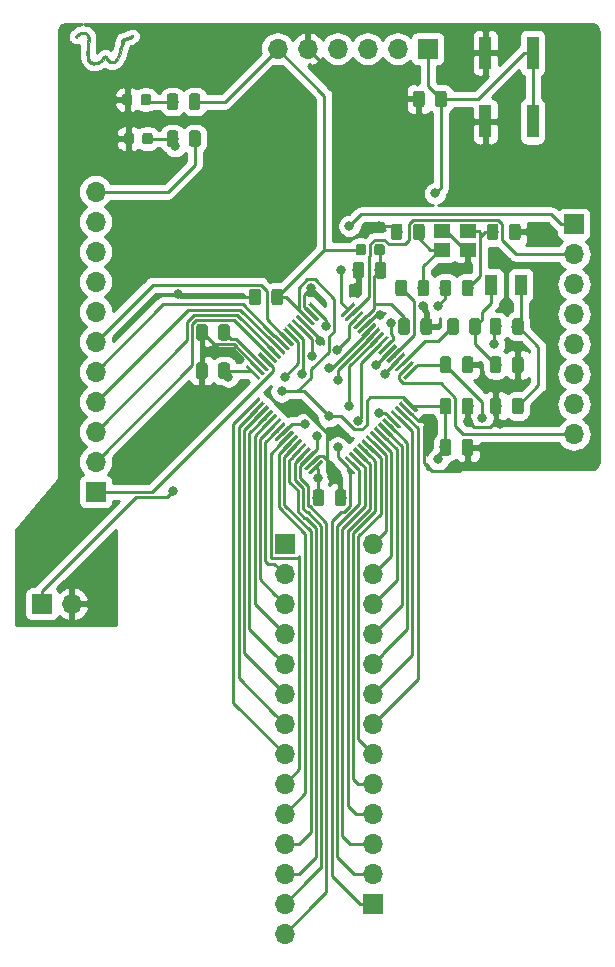
<source format=gbr>
G04 #@! TF.GenerationSoftware,KiCad,Pcbnew,5.1.2*
G04 #@! TF.CreationDate,2019-05-17T11:59:16-05:00*
G04 #@! TF.ProjectId,STM32F411Minimal,53544d33-3246-4343-9131-4d696e696d61,rev?*
G04 #@! TF.SameCoordinates,Original*
G04 #@! TF.FileFunction,Copper,L1,Top*
G04 #@! TF.FilePolarity,Positive*
%FSLAX46Y46*%
G04 Gerber Fmt 4.6, Leading zero omitted, Abs format (unit mm)*
G04 Created by KiCad (PCBNEW 5.1.2) date 2019-05-17 11:59:17*
%MOMM*%
%LPD*%
G04 APERTURE LIST*
%ADD10C,0.010000*%
%ADD11C,0.100000*%
%ADD12C,0.975000*%
%ADD13R,1.700000X1.700000*%
%ADD14O,1.700000X1.700000*%
%ADD15R,1.000000X2.800000*%
%ADD16C,0.300000*%
%ADD17R,1.400000X1.150000*%
%ADD18R,1.000000X1.800000*%
%ADD19C,0.875000*%
%ADD20C,0.800000*%
%ADD21C,0.250000*%
%ADD22C,0.254000*%
G04 APERTURE END LIST*
D10*
G36*
X115119413Y-80079101D02*
G01*
X115302476Y-80171441D01*
X115438408Y-80305243D01*
X115445789Y-80316445D01*
X115484296Y-80386560D01*
X115505787Y-80461161D01*
X115512260Y-80561906D01*
X115505713Y-80710454D01*
X115494912Y-80849000D01*
X115481318Y-81057176D01*
X115470127Y-81315106D01*
X115462606Y-81587886D01*
X115460038Y-81809064D01*
X115460779Y-82041042D01*
X115465613Y-82205025D01*
X115476695Y-82317664D01*
X115496180Y-82395610D01*
X115526225Y-82455512D01*
X115547732Y-82486397D01*
X115633602Y-82571274D01*
X115747178Y-82611004D01*
X115820016Y-82619227D01*
X116067890Y-82600096D01*
X116295719Y-82502890D01*
X116509344Y-82324818D01*
X116564224Y-82263825D01*
X116668892Y-82150241D01*
X116759066Y-82068178D01*
X116816141Y-82034453D01*
X116818112Y-82034334D01*
X116873755Y-82067452D01*
X116947182Y-82151096D01*
X116979505Y-82198393D01*
X117126869Y-82389127D01*
X117276913Y-82503226D01*
X117424284Y-82539020D01*
X117563631Y-82494837D01*
X117657971Y-82410223D01*
X117738653Y-82301415D01*
X117808934Y-82173458D01*
X117876082Y-82009221D01*
X117947364Y-81791574D01*
X118005985Y-81589834D01*
X118065450Y-81379010D01*
X118127683Y-81159557D01*
X118181333Y-80971471D01*
X118192246Y-80933442D01*
X118271416Y-80658050D01*
X118699565Y-80494582D01*
X118917567Y-80415972D01*
X119065998Y-80373703D01*
X119151001Y-80366227D01*
X119172145Y-80375545D01*
X119202677Y-80434474D01*
X119169740Y-80494145D01*
X119067286Y-80559634D01*
X118889270Y-80636021D01*
X118839887Y-80654600D01*
X118680263Y-80716840D01*
X118549296Y-80773866D01*
X118469270Y-80815783D01*
X118458527Y-80823933D01*
X118430315Y-80880037D01*
X118386526Y-81001746D01*
X118332553Y-81172637D01*
X118273790Y-81376288D01*
X118257251Y-81436804D01*
X118146737Y-81818610D01*
X118040651Y-82123568D01*
X117934846Y-82359062D01*
X117825173Y-82532475D01*
X117707485Y-82651190D01*
X117577635Y-82722591D01*
X117526069Y-82738398D01*
X117352379Y-82741191D01*
X117168574Y-82674646D01*
X116996259Y-82547924D01*
X116942569Y-82490944D01*
X116791511Y-82314467D01*
X116621542Y-82491355D01*
X116437034Y-82657866D01*
X116253712Y-82760737D01*
X116040918Y-82814778D01*
X115926413Y-82827186D01*
X115768971Y-82833485D01*
X115659906Y-82817957D01*
X115564244Y-82773620D01*
X115522334Y-82746552D01*
X115394087Y-82618677D01*
X115302698Y-82431493D01*
X115247655Y-82181317D01*
X115228449Y-81864461D01*
X115244569Y-81477242D01*
X115289182Y-81063076D01*
X115317945Y-80811873D01*
X115325189Y-80628459D01*
X115307137Y-80497833D01*
X115260009Y-80404997D01*
X115180027Y-80334951D01*
X115093702Y-80287122D01*
X114948658Y-80242101D01*
X114810297Y-80260585D01*
X114662541Y-80347350D01*
X114546579Y-80449650D01*
X114451116Y-80535110D01*
X114388509Y-80565811D01*
X114336292Y-80551090D01*
X114323527Y-80542361D01*
X114276073Y-80497661D01*
X114282352Y-80448669D01*
X114320525Y-80389482D01*
X114429960Y-80276072D01*
X114582501Y-80169287D01*
X114747405Y-80086782D01*
X114893928Y-80046212D01*
X114920974Y-80044667D01*
X115119413Y-80079101D01*
X115119413Y-80079101D01*
G37*
X115119413Y-80079101D02*
X115302476Y-80171441D01*
X115438408Y-80305243D01*
X115445789Y-80316445D01*
X115484296Y-80386560D01*
X115505787Y-80461161D01*
X115512260Y-80561906D01*
X115505713Y-80710454D01*
X115494912Y-80849000D01*
X115481318Y-81057176D01*
X115470127Y-81315106D01*
X115462606Y-81587886D01*
X115460038Y-81809064D01*
X115460779Y-82041042D01*
X115465613Y-82205025D01*
X115476695Y-82317664D01*
X115496180Y-82395610D01*
X115526225Y-82455512D01*
X115547732Y-82486397D01*
X115633602Y-82571274D01*
X115747178Y-82611004D01*
X115820016Y-82619227D01*
X116067890Y-82600096D01*
X116295719Y-82502890D01*
X116509344Y-82324818D01*
X116564224Y-82263825D01*
X116668892Y-82150241D01*
X116759066Y-82068178D01*
X116816141Y-82034453D01*
X116818112Y-82034334D01*
X116873755Y-82067452D01*
X116947182Y-82151096D01*
X116979505Y-82198393D01*
X117126869Y-82389127D01*
X117276913Y-82503226D01*
X117424284Y-82539020D01*
X117563631Y-82494837D01*
X117657971Y-82410223D01*
X117738653Y-82301415D01*
X117808934Y-82173458D01*
X117876082Y-82009221D01*
X117947364Y-81791574D01*
X118005985Y-81589834D01*
X118065450Y-81379010D01*
X118127683Y-81159557D01*
X118181333Y-80971471D01*
X118192246Y-80933442D01*
X118271416Y-80658050D01*
X118699565Y-80494582D01*
X118917567Y-80415972D01*
X119065998Y-80373703D01*
X119151001Y-80366227D01*
X119172145Y-80375545D01*
X119202677Y-80434474D01*
X119169740Y-80494145D01*
X119067286Y-80559634D01*
X118889270Y-80636021D01*
X118839887Y-80654600D01*
X118680263Y-80716840D01*
X118549296Y-80773866D01*
X118469270Y-80815783D01*
X118458527Y-80823933D01*
X118430315Y-80880037D01*
X118386526Y-81001746D01*
X118332553Y-81172637D01*
X118273790Y-81376288D01*
X118257251Y-81436804D01*
X118146737Y-81818610D01*
X118040651Y-82123568D01*
X117934846Y-82359062D01*
X117825173Y-82532475D01*
X117707485Y-82651190D01*
X117577635Y-82722591D01*
X117526069Y-82738398D01*
X117352379Y-82741191D01*
X117168574Y-82674646D01*
X116996259Y-82547924D01*
X116942569Y-82490944D01*
X116791511Y-82314467D01*
X116621542Y-82491355D01*
X116437034Y-82657866D01*
X116253712Y-82760737D01*
X116040918Y-82814778D01*
X115926413Y-82827186D01*
X115768971Y-82833485D01*
X115659906Y-82817957D01*
X115564244Y-82773620D01*
X115522334Y-82746552D01*
X115394087Y-82618677D01*
X115302698Y-82431493D01*
X115247655Y-82181317D01*
X115228449Y-81864461D01*
X115244569Y-81477242D01*
X115289182Y-81063076D01*
X115317945Y-80811873D01*
X115325189Y-80628459D01*
X115307137Y-80497833D01*
X115260009Y-80404997D01*
X115180027Y-80334951D01*
X115093702Y-80287122D01*
X114948658Y-80242101D01*
X114810297Y-80260585D01*
X114662541Y-80347350D01*
X114546579Y-80449650D01*
X114451116Y-80535110D01*
X114388509Y-80565811D01*
X114336292Y-80551090D01*
X114323527Y-80542361D01*
X114276073Y-80497661D01*
X114282352Y-80448669D01*
X114320525Y-80389482D01*
X114429960Y-80276072D01*
X114582501Y-80169287D01*
X114747405Y-80086782D01*
X114893928Y-80046212D01*
X114920974Y-80044667D01*
X115119413Y-80079101D01*
D11*
G36*
X145892642Y-107551174D02*
G01*
X145916303Y-107554684D01*
X145939507Y-107560496D01*
X145962029Y-107568554D01*
X145983653Y-107578782D01*
X146004170Y-107591079D01*
X146023383Y-107605329D01*
X146041107Y-107621393D01*
X146057171Y-107639117D01*
X146071421Y-107658330D01*
X146083718Y-107678847D01*
X146093946Y-107700471D01*
X146102004Y-107722993D01*
X146107816Y-107746197D01*
X146111326Y-107769858D01*
X146112500Y-107793750D01*
X146112500Y-108706250D01*
X146111326Y-108730142D01*
X146107816Y-108753803D01*
X146102004Y-108777007D01*
X146093946Y-108799529D01*
X146083718Y-108821153D01*
X146071421Y-108841670D01*
X146057171Y-108860883D01*
X146041107Y-108878607D01*
X146023383Y-108894671D01*
X146004170Y-108908921D01*
X145983653Y-108921218D01*
X145962029Y-108931446D01*
X145939507Y-108939504D01*
X145916303Y-108945316D01*
X145892642Y-108948826D01*
X145868750Y-108950000D01*
X145381250Y-108950000D01*
X145357358Y-108948826D01*
X145333697Y-108945316D01*
X145310493Y-108939504D01*
X145287971Y-108931446D01*
X145266347Y-108921218D01*
X145245830Y-108908921D01*
X145226617Y-108894671D01*
X145208893Y-108878607D01*
X145192829Y-108860883D01*
X145178579Y-108841670D01*
X145166282Y-108821153D01*
X145156054Y-108799529D01*
X145147996Y-108777007D01*
X145142184Y-108753803D01*
X145138674Y-108730142D01*
X145137500Y-108706250D01*
X145137500Y-107793750D01*
X145138674Y-107769858D01*
X145142184Y-107746197D01*
X145147996Y-107722993D01*
X145156054Y-107700471D01*
X145166282Y-107678847D01*
X145178579Y-107658330D01*
X145192829Y-107639117D01*
X145208893Y-107621393D01*
X145226617Y-107605329D01*
X145245830Y-107591079D01*
X145266347Y-107578782D01*
X145287971Y-107568554D01*
X145310493Y-107560496D01*
X145333697Y-107554684D01*
X145357358Y-107551174D01*
X145381250Y-107550000D01*
X145868750Y-107550000D01*
X145892642Y-107551174D01*
X145892642Y-107551174D01*
G37*
D12*
X145625000Y-108250000D03*
D11*
G36*
X147767642Y-107551174D02*
G01*
X147791303Y-107554684D01*
X147814507Y-107560496D01*
X147837029Y-107568554D01*
X147858653Y-107578782D01*
X147879170Y-107591079D01*
X147898383Y-107605329D01*
X147916107Y-107621393D01*
X147932171Y-107639117D01*
X147946421Y-107658330D01*
X147958718Y-107678847D01*
X147968946Y-107700471D01*
X147977004Y-107722993D01*
X147982816Y-107746197D01*
X147986326Y-107769858D01*
X147987500Y-107793750D01*
X147987500Y-108706250D01*
X147986326Y-108730142D01*
X147982816Y-108753803D01*
X147977004Y-108777007D01*
X147968946Y-108799529D01*
X147958718Y-108821153D01*
X147946421Y-108841670D01*
X147932171Y-108860883D01*
X147916107Y-108878607D01*
X147898383Y-108894671D01*
X147879170Y-108908921D01*
X147858653Y-108921218D01*
X147837029Y-108931446D01*
X147814507Y-108939504D01*
X147791303Y-108945316D01*
X147767642Y-108948826D01*
X147743750Y-108950000D01*
X147256250Y-108950000D01*
X147232358Y-108948826D01*
X147208697Y-108945316D01*
X147185493Y-108939504D01*
X147162971Y-108931446D01*
X147141347Y-108921218D01*
X147120830Y-108908921D01*
X147101617Y-108894671D01*
X147083893Y-108878607D01*
X147067829Y-108860883D01*
X147053579Y-108841670D01*
X147041282Y-108821153D01*
X147031054Y-108799529D01*
X147022996Y-108777007D01*
X147017184Y-108753803D01*
X147013674Y-108730142D01*
X147012500Y-108706250D01*
X147012500Y-107793750D01*
X147013674Y-107769858D01*
X147017184Y-107746197D01*
X147022996Y-107722993D01*
X147031054Y-107700471D01*
X147041282Y-107678847D01*
X147053579Y-107658330D01*
X147067829Y-107639117D01*
X147083893Y-107621393D01*
X147101617Y-107605329D01*
X147120830Y-107591079D01*
X147141347Y-107578782D01*
X147162971Y-107568554D01*
X147185493Y-107560496D01*
X147208697Y-107554684D01*
X147232358Y-107551174D01*
X147256250Y-107550000D01*
X147743750Y-107550000D01*
X147767642Y-107551174D01*
X147767642Y-107551174D01*
G37*
D12*
X147500000Y-108250000D03*
D11*
G36*
X144267642Y-104301174D02*
G01*
X144291303Y-104304684D01*
X144314507Y-104310496D01*
X144337029Y-104318554D01*
X144358653Y-104328782D01*
X144379170Y-104341079D01*
X144398383Y-104355329D01*
X144416107Y-104371393D01*
X144432171Y-104389117D01*
X144446421Y-104408330D01*
X144458718Y-104428847D01*
X144468946Y-104450471D01*
X144477004Y-104472993D01*
X144482816Y-104496197D01*
X144486326Y-104519858D01*
X144487500Y-104543750D01*
X144487500Y-105456250D01*
X144486326Y-105480142D01*
X144482816Y-105503803D01*
X144477004Y-105527007D01*
X144468946Y-105549529D01*
X144458718Y-105571153D01*
X144446421Y-105591670D01*
X144432171Y-105610883D01*
X144416107Y-105628607D01*
X144398383Y-105644671D01*
X144379170Y-105658921D01*
X144358653Y-105671218D01*
X144337029Y-105681446D01*
X144314507Y-105689504D01*
X144291303Y-105695316D01*
X144267642Y-105698826D01*
X144243750Y-105700000D01*
X143756250Y-105700000D01*
X143732358Y-105698826D01*
X143708697Y-105695316D01*
X143685493Y-105689504D01*
X143662971Y-105681446D01*
X143641347Y-105671218D01*
X143620830Y-105658921D01*
X143601617Y-105644671D01*
X143583893Y-105628607D01*
X143567829Y-105610883D01*
X143553579Y-105591670D01*
X143541282Y-105571153D01*
X143531054Y-105549529D01*
X143522996Y-105527007D01*
X143517184Y-105503803D01*
X143513674Y-105480142D01*
X143512500Y-105456250D01*
X143512500Y-104543750D01*
X143513674Y-104519858D01*
X143517184Y-104496197D01*
X143522996Y-104472993D01*
X143531054Y-104450471D01*
X143541282Y-104428847D01*
X143553579Y-104408330D01*
X143567829Y-104389117D01*
X143583893Y-104371393D01*
X143601617Y-104355329D01*
X143620830Y-104341079D01*
X143641347Y-104328782D01*
X143662971Y-104318554D01*
X143685493Y-104310496D01*
X143708697Y-104304684D01*
X143732358Y-104301174D01*
X143756250Y-104300000D01*
X144243750Y-104300000D01*
X144267642Y-104301174D01*
X144267642Y-104301174D01*
G37*
D12*
X144000000Y-105000000D03*
D11*
G36*
X142392642Y-104301174D02*
G01*
X142416303Y-104304684D01*
X142439507Y-104310496D01*
X142462029Y-104318554D01*
X142483653Y-104328782D01*
X142504170Y-104341079D01*
X142523383Y-104355329D01*
X142541107Y-104371393D01*
X142557171Y-104389117D01*
X142571421Y-104408330D01*
X142583718Y-104428847D01*
X142593946Y-104450471D01*
X142602004Y-104472993D01*
X142607816Y-104496197D01*
X142611326Y-104519858D01*
X142612500Y-104543750D01*
X142612500Y-105456250D01*
X142611326Y-105480142D01*
X142607816Y-105503803D01*
X142602004Y-105527007D01*
X142593946Y-105549529D01*
X142583718Y-105571153D01*
X142571421Y-105591670D01*
X142557171Y-105610883D01*
X142541107Y-105628607D01*
X142523383Y-105644671D01*
X142504170Y-105658921D01*
X142483653Y-105671218D01*
X142462029Y-105681446D01*
X142439507Y-105689504D01*
X142416303Y-105695316D01*
X142392642Y-105698826D01*
X142368750Y-105700000D01*
X141881250Y-105700000D01*
X141857358Y-105698826D01*
X141833697Y-105695316D01*
X141810493Y-105689504D01*
X141787971Y-105681446D01*
X141766347Y-105671218D01*
X141745830Y-105658921D01*
X141726617Y-105644671D01*
X141708893Y-105628607D01*
X141692829Y-105610883D01*
X141678579Y-105591670D01*
X141666282Y-105571153D01*
X141656054Y-105549529D01*
X141647996Y-105527007D01*
X141642184Y-105503803D01*
X141638674Y-105480142D01*
X141637500Y-105456250D01*
X141637500Y-104543750D01*
X141638674Y-104519858D01*
X141642184Y-104496197D01*
X141647996Y-104472993D01*
X141656054Y-104450471D01*
X141666282Y-104428847D01*
X141678579Y-104408330D01*
X141692829Y-104389117D01*
X141708893Y-104371393D01*
X141726617Y-104355329D01*
X141745830Y-104341079D01*
X141766347Y-104328782D01*
X141787971Y-104318554D01*
X141810493Y-104310496D01*
X141833697Y-104304684D01*
X141857358Y-104301174D01*
X141881250Y-104300000D01*
X142368750Y-104300000D01*
X142392642Y-104301174D01*
X142392642Y-104301174D01*
G37*
D12*
X142125000Y-105000000D03*
D11*
G36*
X129767642Y-101801174D02*
G01*
X129791303Y-101804684D01*
X129814507Y-101810496D01*
X129837029Y-101818554D01*
X129858653Y-101828782D01*
X129879170Y-101841079D01*
X129898383Y-101855329D01*
X129916107Y-101871393D01*
X129932171Y-101889117D01*
X129946421Y-101908330D01*
X129958718Y-101928847D01*
X129968946Y-101950471D01*
X129977004Y-101972993D01*
X129982816Y-101996197D01*
X129986326Y-102019858D01*
X129987500Y-102043750D01*
X129987500Y-102956250D01*
X129986326Y-102980142D01*
X129982816Y-103003803D01*
X129977004Y-103027007D01*
X129968946Y-103049529D01*
X129958718Y-103071153D01*
X129946421Y-103091670D01*
X129932171Y-103110883D01*
X129916107Y-103128607D01*
X129898383Y-103144671D01*
X129879170Y-103158921D01*
X129858653Y-103171218D01*
X129837029Y-103181446D01*
X129814507Y-103189504D01*
X129791303Y-103195316D01*
X129767642Y-103198826D01*
X129743750Y-103200000D01*
X129256250Y-103200000D01*
X129232358Y-103198826D01*
X129208697Y-103195316D01*
X129185493Y-103189504D01*
X129162971Y-103181446D01*
X129141347Y-103171218D01*
X129120830Y-103158921D01*
X129101617Y-103144671D01*
X129083893Y-103128607D01*
X129067829Y-103110883D01*
X129053579Y-103091670D01*
X129041282Y-103071153D01*
X129031054Y-103049529D01*
X129022996Y-103027007D01*
X129017184Y-103003803D01*
X129013674Y-102980142D01*
X129012500Y-102956250D01*
X129012500Y-102043750D01*
X129013674Y-102019858D01*
X129017184Y-101996197D01*
X129022996Y-101972993D01*
X129031054Y-101950471D01*
X129041282Y-101928847D01*
X129053579Y-101908330D01*
X129067829Y-101889117D01*
X129083893Y-101871393D01*
X129101617Y-101855329D01*
X129120830Y-101841079D01*
X129141347Y-101828782D01*
X129162971Y-101818554D01*
X129185493Y-101810496D01*
X129208697Y-101804684D01*
X129232358Y-101801174D01*
X129256250Y-101800000D01*
X129743750Y-101800000D01*
X129767642Y-101801174D01*
X129767642Y-101801174D01*
G37*
D12*
X129500000Y-102500000D03*
D11*
G36*
X131642642Y-101801174D02*
G01*
X131666303Y-101804684D01*
X131689507Y-101810496D01*
X131712029Y-101818554D01*
X131733653Y-101828782D01*
X131754170Y-101841079D01*
X131773383Y-101855329D01*
X131791107Y-101871393D01*
X131807171Y-101889117D01*
X131821421Y-101908330D01*
X131833718Y-101928847D01*
X131843946Y-101950471D01*
X131852004Y-101972993D01*
X131857816Y-101996197D01*
X131861326Y-102019858D01*
X131862500Y-102043750D01*
X131862500Y-102956250D01*
X131861326Y-102980142D01*
X131857816Y-103003803D01*
X131852004Y-103027007D01*
X131843946Y-103049529D01*
X131833718Y-103071153D01*
X131821421Y-103091670D01*
X131807171Y-103110883D01*
X131791107Y-103128607D01*
X131773383Y-103144671D01*
X131754170Y-103158921D01*
X131733653Y-103171218D01*
X131712029Y-103181446D01*
X131689507Y-103189504D01*
X131666303Y-103195316D01*
X131642642Y-103198826D01*
X131618750Y-103200000D01*
X131131250Y-103200000D01*
X131107358Y-103198826D01*
X131083697Y-103195316D01*
X131060493Y-103189504D01*
X131037971Y-103181446D01*
X131016347Y-103171218D01*
X130995830Y-103158921D01*
X130976617Y-103144671D01*
X130958893Y-103128607D01*
X130942829Y-103110883D01*
X130928579Y-103091670D01*
X130916282Y-103071153D01*
X130906054Y-103049529D01*
X130897996Y-103027007D01*
X130892184Y-103003803D01*
X130888674Y-102980142D01*
X130887500Y-102956250D01*
X130887500Y-102043750D01*
X130888674Y-102019858D01*
X130892184Y-101996197D01*
X130897996Y-101972993D01*
X130906054Y-101950471D01*
X130916282Y-101928847D01*
X130928579Y-101908330D01*
X130942829Y-101889117D01*
X130958893Y-101871393D01*
X130976617Y-101855329D01*
X130995830Y-101841079D01*
X131016347Y-101828782D01*
X131037971Y-101818554D01*
X131060493Y-101810496D01*
X131083697Y-101804684D01*
X131107358Y-101801174D01*
X131131250Y-101800000D01*
X131618750Y-101800000D01*
X131642642Y-101801174D01*
X131642642Y-101801174D01*
G37*
D12*
X131375000Y-102500000D03*
D11*
G36*
X140392642Y-99551174D02*
G01*
X140416303Y-99554684D01*
X140439507Y-99560496D01*
X140462029Y-99568554D01*
X140483653Y-99578782D01*
X140504170Y-99591079D01*
X140523383Y-99605329D01*
X140541107Y-99621393D01*
X140557171Y-99639117D01*
X140571421Y-99658330D01*
X140583718Y-99678847D01*
X140593946Y-99700471D01*
X140602004Y-99722993D01*
X140607816Y-99746197D01*
X140611326Y-99769858D01*
X140612500Y-99793750D01*
X140612500Y-100706250D01*
X140611326Y-100730142D01*
X140607816Y-100753803D01*
X140602004Y-100777007D01*
X140593946Y-100799529D01*
X140583718Y-100821153D01*
X140571421Y-100841670D01*
X140557171Y-100860883D01*
X140541107Y-100878607D01*
X140523383Y-100894671D01*
X140504170Y-100908921D01*
X140483653Y-100921218D01*
X140462029Y-100931446D01*
X140439507Y-100939504D01*
X140416303Y-100945316D01*
X140392642Y-100948826D01*
X140368750Y-100950000D01*
X139881250Y-100950000D01*
X139857358Y-100948826D01*
X139833697Y-100945316D01*
X139810493Y-100939504D01*
X139787971Y-100931446D01*
X139766347Y-100921218D01*
X139745830Y-100908921D01*
X139726617Y-100894671D01*
X139708893Y-100878607D01*
X139692829Y-100860883D01*
X139678579Y-100841670D01*
X139666282Y-100821153D01*
X139656054Y-100799529D01*
X139647996Y-100777007D01*
X139642184Y-100753803D01*
X139638674Y-100730142D01*
X139637500Y-100706250D01*
X139637500Y-99793750D01*
X139638674Y-99769858D01*
X139642184Y-99746197D01*
X139647996Y-99722993D01*
X139656054Y-99700471D01*
X139666282Y-99678847D01*
X139678579Y-99658330D01*
X139692829Y-99639117D01*
X139708893Y-99621393D01*
X139726617Y-99605329D01*
X139745830Y-99591079D01*
X139766347Y-99578782D01*
X139787971Y-99568554D01*
X139810493Y-99560496D01*
X139833697Y-99554684D01*
X139857358Y-99551174D01*
X139881250Y-99550000D01*
X140368750Y-99550000D01*
X140392642Y-99551174D01*
X140392642Y-99551174D01*
G37*
D12*
X140125000Y-100250000D03*
D11*
G36*
X138517642Y-99551174D02*
G01*
X138541303Y-99554684D01*
X138564507Y-99560496D01*
X138587029Y-99568554D01*
X138608653Y-99578782D01*
X138629170Y-99591079D01*
X138648383Y-99605329D01*
X138666107Y-99621393D01*
X138682171Y-99639117D01*
X138696421Y-99658330D01*
X138708718Y-99678847D01*
X138718946Y-99700471D01*
X138727004Y-99722993D01*
X138732816Y-99746197D01*
X138736326Y-99769858D01*
X138737500Y-99793750D01*
X138737500Y-100706250D01*
X138736326Y-100730142D01*
X138732816Y-100753803D01*
X138727004Y-100777007D01*
X138718946Y-100799529D01*
X138708718Y-100821153D01*
X138696421Y-100841670D01*
X138682171Y-100860883D01*
X138666107Y-100878607D01*
X138648383Y-100894671D01*
X138629170Y-100908921D01*
X138608653Y-100921218D01*
X138587029Y-100931446D01*
X138564507Y-100939504D01*
X138541303Y-100945316D01*
X138517642Y-100948826D01*
X138493750Y-100950000D01*
X138006250Y-100950000D01*
X137982358Y-100948826D01*
X137958697Y-100945316D01*
X137935493Y-100939504D01*
X137912971Y-100931446D01*
X137891347Y-100921218D01*
X137870830Y-100908921D01*
X137851617Y-100894671D01*
X137833893Y-100878607D01*
X137817829Y-100860883D01*
X137803579Y-100841670D01*
X137791282Y-100821153D01*
X137781054Y-100799529D01*
X137772996Y-100777007D01*
X137767184Y-100753803D01*
X137763674Y-100730142D01*
X137762500Y-100706250D01*
X137762500Y-99793750D01*
X137763674Y-99769858D01*
X137767184Y-99746197D01*
X137772996Y-99722993D01*
X137781054Y-99700471D01*
X137791282Y-99678847D01*
X137803579Y-99658330D01*
X137817829Y-99639117D01*
X137833893Y-99621393D01*
X137851617Y-99605329D01*
X137870830Y-99591079D01*
X137891347Y-99578782D01*
X137912971Y-99568554D01*
X137935493Y-99560496D01*
X137958697Y-99554684D01*
X137982358Y-99551174D01*
X138006250Y-99550000D01*
X138493750Y-99550000D01*
X138517642Y-99551174D01*
X138517642Y-99551174D01*
G37*
D12*
X138250000Y-100250000D03*
D11*
G36*
X135142642Y-118801174D02*
G01*
X135166303Y-118804684D01*
X135189507Y-118810496D01*
X135212029Y-118818554D01*
X135233653Y-118828782D01*
X135254170Y-118841079D01*
X135273383Y-118855329D01*
X135291107Y-118871393D01*
X135307171Y-118889117D01*
X135321421Y-118908330D01*
X135333718Y-118928847D01*
X135343946Y-118950471D01*
X135352004Y-118972993D01*
X135357816Y-118996197D01*
X135361326Y-119019858D01*
X135362500Y-119043750D01*
X135362500Y-119956250D01*
X135361326Y-119980142D01*
X135357816Y-120003803D01*
X135352004Y-120027007D01*
X135343946Y-120049529D01*
X135333718Y-120071153D01*
X135321421Y-120091670D01*
X135307171Y-120110883D01*
X135291107Y-120128607D01*
X135273383Y-120144671D01*
X135254170Y-120158921D01*
X135233653Y-120171218D01*
X135212029Y-120181446D01*
X135189507Y-120189504D01*
X135166303Y-120195316D01*
X135142642Y-120198826D01*
X135118750Y-120200000D01*
X134631250Y-120200000D01*
X134607358Y-120198826D01*
X134583697Y-120195316D01*
X134560493Y-120189504D01*
X134537971Y-120181446D01*
X134516347Y-120171218D01*
X134495830Y-120158921D01*
X134476617Y-120144671D01*
X134458893Y-120128607D01*
X134442829Y-120110883D01*
X134428579Y-120091670D01*
X134416282Y-120071153D01*
X134406054Y-120049529D01*
X134397996Y-120027007D01*
X134392184Y-120003803D01*
X134388674Y-119980142D01*
X134387500Y-119956250D01*
X134387500Y-119043750D01*
X134388674Y-119019858D01*
X134392184Y-118996197D01*
X134397996Y-118972993D01*
X134406054Y-118950471D01*
X134416282Y-118928847D01*
X134428579Y-118908330D01*
X134442829Y-118889117D01*
X134458893Y-118871393D01*
X134476617Y-118855329D01*
X134495830Y-118841079D01*
X134516347Y-118828782D01*
X134537971Y-118818554D01*
X134560493Y-118810496D01*
X134583697Y-118804684D01*
X134607358Y-118801174D01*
X134631250Y-118800000D01*
X135118750Y-118800000D01*
X135142642Y-118801174D01*
X135142642Y-118801174D01*
G37*
D12*
X134875000Y-119500000D03*
D11*
G36*
X137017642Y-118801174D02*
G01*
X137041303Y-118804684D01*
X137064507Y-118810496D01*
X137087029Y-118818554D01*
X137108653Y-118828782D01*
X137129170Y-118841079D01*
X137148383Y-118855329D01*
X137166107Y-118871393D01*
X137182171Y-118889117D01*
X137196421Y-118908330D01*
X137208718Y-118928847D01*
X137218946Y-118950471D01*
X137227004Y-118972993D01*
X137232816Y-118996197D01*
X137236326Y-119019858D01*
X137237500Y-119043750D01*
X137237500Y-119956250D01*
X137236326Y-119980142D01*
X137232816Y-120003803D01*
X137227004Y-120027007D01*
X137218946Y-120049529D01*
X137208718Y-120071153D01*
X137196421Y-120091670D01*
X137182171Y-120110883D01*
X137166107Y-120128607D01*
X137148383Y-120144671D01*
X137129170Y-120158921D01*
X137108653Y-120171218D01*
X137087029Y-120181446D01*
X137064507Y-120189504D01*
X137041303Y-120195316D01*
X137017642Y-120198826D01*
X136993750Y-120200000D01*
X136506250Y-120200000D01*
X136482358Y-120198826D01*
X136458697Y-120195316D01*
X136435493Y-120189504D01*
X136412971Y-120181446D01*
X136391347Y-120171218D01*
X136370830Y-120158921D01*
X136351617Y-120144671D01*
X136333893Y-120128607D01*
X136317829Y-120110883D01*
X136303579Y-120091670D01*
X136291282Y-120071153D01*
X136281054Y-120049529D01*
X136272996Y-120027007D01*
X136267184Y-120003803D01*
X136263674Y-119980142D01*
X136262500Y-119956250D01*
X136262500Y-119043750D01*
X136263674Y-119019858D01*
X136267184Y-118996197D01*
X136272996Y-118972993D01*
X136281054Y-118950471D01*
X136291282Y-118928847D01*
X136303579Y-118908330D01*
X136317829Y-118889117D01*
X136333893Y-118871393D01*
X136351617Y-118855329D01*
X136370830Y-118841079D01*
X136391347Y-118828782D01*
X136412971Y-118818554D01*
X136435493Y-118810496D01*
X136458697Y-118804684D01*
X136482358Y-118801174D01*
X136506250Y-118800000D01*
X136993750Y-118800000D01*
X137017642Y-118801174D01*
X137017642Y-118801174D01*
G37*
D12*
X136750000Y-119500000D03*
D11*
G36*
X147767642Y-111051174D02*
G01*
X147791303Y-111054684D01*
X147814507Y-111060496D01*
X147837029Y-111068554D01*
X147858653Y-111078782D01*
X147879170Y-111091079D01*
X147898383Y-111105329D01*
X147916107Y-111121393D01*
X147932171Y-111139117D01*
X147946421Y-111158330D01*
X147958718Y-111178847D01*
X147968946Y-111200471D01*
X147977004Y-111222993D01*
X147982816Y-111246197D01*
X147986326Y-111269858D01*
X147987500Y-111293750D01*
X147987500Y-112206250D01*
X147986326Y-112230142D01*
X147982816Y-112253803D01*
X147977004Y-112277007D01*
X147968946Y-112299529D01*
X147958718Y-112321153D01*
X147946421Y-112341670D01*
X147932171Y-112360883D01*
X147916107Y-112378607D01*
X147898383Y-112394671D01*
X147879170Y-112408921D01*
X147858653Y-112421218D01*
X147837029Y-112431446D01*
X147814507Y-112439504D01*
X147791303Y-112445316D01*
X147767642Y-112448826D01*
X147743750Y-112450000D01*
X147256250Y-112450000D01*
X147232358Y-112448826D01*
X147208697Y-112445316D01*
X147185493Y-112439504D01*
X147162971Y-112431446D01*
X147141347Y-112421218D01*
X147120830Y-112408921D01*
X147101617Y-112394671D01*
X147083893Y-112378607D01*
X147067829Y-112360883D01*
X147053579Y-112341670D01*
X147041282Y-112321153D01*
X147031054Y-112299529D01*
X147022996Y-112277007D01*
X147017184Y-112253803D01*
X147013674Y-112230142D01*
X147012500Y-112206250D01*
X147012500Y-111293750D01*
X147013674Y-111269858D01*
X147017184Y-111246197D01*
X147022996Y-111222993D01*
X147031054Y-111200471D01*
X147041282Y-111178847D01*
X147053579Y-111158330D01*
X147067829Y-111139117D01*
X147083893Y-111121393D01*
X147101617Y-111105329D01*
X147120830Y-111091079D01*
X147141347Y-111078782D01*
X147162971Y-111068554D01*
X147185493Y-111060496D01*
X147208697Y-111054684D01*
X147232358Y-111051174D01*
X147256250Y-111050000D01*
X147743750Y-111050000D01*
X147767642Y-111051174D01*
X147767642Y-111051174D01*
G37*
D12*
X147500000Y-111750000D03*
D11*
G36*
X145892642Y-111051174D02*
G01*
X145916303Y-111054684D01*
X145939507Y-111060496D01*
X145962029Y-111068554D01*
X145983653Y-111078782D01*
X146004170Y-111091079D01*
X146023383Y-111105329D01*
X146041107Y-111121393D01*
X146057171Y-111139117D01*
X146071421Y-111158330D01*
X146083718Y-111178847D01*
X146093946Y-111200471D01*
X146102004Y-111222993D01*
X146107816Y-111246197D01*
X146111326Y-111269858D01*
X146112500Y-111293750D01*
X146112500Y-112206250D01*
X146111326Y-112230142D01*
X146107816Y-112253803D01*
X146102004Y-112277007D01*
X146093946Y-112299529D01*
X146083718Y-112321153D01*
X146071421Y-112341670D01*
X146057171Y-112360883D01*
X146041107Y-112378607D01*
X146023383Y-112394671D01*
X146004170Y-112408921D01*
X145983653Y-112421218D01*
X145962029Y-112431446D01*
X145939507Y-112439504D01*
X145916303Y-112445316D01*
X145892642Y-112448826D01*
X145868750Y-112450000D01*
X145381250Y-112450000D01*
X145357358Y-112448826D01*
X145333697Y-112445316D01*
X145310493Y-112439504D01*
X145287971Y-112431446D01*
X145266347Y-112421218D01*
X145245830Y-112408921D01*
X145226617Y-112394671D01*
X145208893Y-112378607D01*
X145192829Y-112360883D01*
X145178579Y-112341670D01*
X145166282Y-112321153D01*
X145156054Y-112299529D01*
X145147996Y-112277007D01*
X145142184Y-112253803D01*
X145138674Y-112230142D01*
X145137500Y-112206250D01*
X145137500Y-111293750D01*
X145138674Y-111269858D01*
X145142184Y-111246197D01*
X145147996Y-111222993D01*
X145156054Y-111200471D01*
X145166282Y-111178847D01*
X145178579Y-111158330D01*
X145192829Y-111139117D01*
X145208893Y-111121393D01*
X145226617Y-111105329D01*
X145245830Y-111091079D01*
X145266347Y-111078782D01*
X145287971Y-111068554D01*
X145310493Y-111060496D01*
X145333697Y-111054684D01*
X145357358Y-111051174D01*
X145381250Y-111050000D01*
X145868750Y-111050000D01*
X145892642Y-111051174D01*
X145892642Y-111051174D01*
G37*
D12*
X145625000Y-111750000D03*
D11*
G36*
X127142642Y-108051174D02*
G01*
X127166303Y-108054684D01*
X127189507Y-108060496D01*
X127212029Y-108068554D01*
X127233653Y-108078782D01*
X127254170Y-108091079D01*
X127273383Y-108105329D01*
X127291107Y-108121393D01*
X127307171Y-108139117D01*
X127321421Y-108158330D01*
X127333718Y-108178847D01*
X127343946Y-108200471D01*
X127352004Y-108222993D01*
X127357816Y-108246197D01*
X127361326Y-108269858D01*
X127362500Y-108293750D01*
X127362500Y-109206250D01*
X127361326Y-109230142D01*
X127357816Y-109253803D01*
X127352004Y-109277007D01*
X127343946Y-109299529D01*
X127333718Y-109321153D01*
X127321421Y-109341670D01*
X127307171Y-109360883D01*
X127291107Y-109378607D01*
X127273383Y-109394671D01*
X127254170Y-109408921D01*
X127233653Y-109421218D01*
X127212029Y-109431446D01*
X127189507Y-109439504D01*
X127166303Y-109445316D01*
X127142642Y-109448826D01*
X127118750Y-109450000D01*
X126631250Y-109450000D01*
X126607358Y-109448826D01*
X126583697Y-109445316D01*
X126560493Y-109439504D01*
X126537971Y-109431446D01*
X126516347Y-109421218D01*
X126495830Y-109408921D01*
X126476617Y-109394671D01*
X126458893Y-109378607D01*
X126442829Y-109360883D01*
X126428579Y-109341670D01*
X126416282Y-109321153D01*
X126406054Y-109299529D01*
X126397996Y-109277007D01*
X126392184Y-109253803D01*
X126388674Y-109230142D01*
X126387500Y-109206250D01*
X126387500Y-108293750D01*
X126388674Y-108269858D01*
X126392184Y-108246197D01*
X126397996Y-108222993D01*
X126406054Y-108200471D01*
X126416282Y-108178847D01*
X126428579Y-108158330D01*
X126442829Y-108139117D01*
X126458893Y-108121393D01*
X126476617Y-108105329D01*
X126495830Y-108091079D01*
X126516347Y-108078782D01*
X126537971Y-108068554D01*
X126560493Y-108060496D01*
X126583697Y-108054684D01*
X126607358Y-108051174D01*
X126631250Y-108050000D01*
X127118750Y-108050000D01*
X127142642Y-108051174D01*
X127142642Y-108051174D01*
G37*
D12*
X126875000Y-108750000D03*
D11*
G36*
X125267642Y-108051174D02*
G01*
X125291303Y-108054684D01*
X125314507Y-108060496D01*
X125337029Y-108068554D01*
X125358653Y-108078782D01*
X125379170Y-108091079D01*
X125398383Y-108105329D01*
X125416107Y-108121393D01*
X125432171Y-108139117D01*
X125446421Y-108158330D01*
X125458718Y-108178847D01*
X125468946Y-108200471D01*
X125477004Y-108222993D01*
X125482816Y-108246197D01*
X125486326Y-108269858D01*
X125487500Y-108293750D01*
X125487500Y-109206250D01*
X125486326Y-109230142D01*
X125482816Y-109253803D01*
X125477004Y-109277007D01*
X125468946Y-109299529D01*
X125458718Y-109321153D01*
X125446421Y-109341670D01*
X125432171Y-109360883D01*
X125416107Y-109378607D01*
X125398383Y-109394671D01*
X125379170Y-109408921D01*
X125358653Y-109421218D01*
X125337029Y-109431446D01*
X125314507Y-109439504D01*
X125291303Y-109445316D01*
X125267642Y-109448826D01*
X125243750Y-109450000D01*
X124756250Y-109450000D01*
X124732358Y-109448826D01*
X124708697Y-109445316D01*
X124685493Y-109439504D01*
X124662971Y-109431446D01*
X124641347Y-109421218D01*
X124620830Y-109408921D01*
X124601617Y-109394671D01*
X124583893Y-109378607D01*
X124567829Y-109360883D01*
X124553579Y-109341670D01*
X124541282Y-109321153D01*
X124531054Y-109299529D01*
X124522996Y-109277007D01*
X124517184Y-109253803D01*
X124513674Y-109230142D01*
X124512500Y-109206250D01*
X124512500Y-108293750D01*
X124513674Y-108269858D01*
X124517184Y-108246197D01*
X124522996Y-108222993D01*
X124531054Y-108200471D01*
X124541282Y-108178847D01*
X124553579Y-108158330D01*
X124567829Y-108139117D01*
X124583893Y-108121393D01*
X124601617Y-108105329D01*
X124620830Y-108091079D01*
X124641347Y-108078782D01*
X124662971Y-108068554D01*
X124685493Y-108060496D01*
X124708697Y-108054684D01*
X124732358Y-108051174D01*
X124756250Y-108050000D01*
X125243750Y-108050000D01*
X125267642Y-108051174D01*
X125267642Y-108051174D01*
G37*
D12*
X125000000Y-108750000D03*
D11*
G36*
X147767642Y-114551174D02*
G01*
X147791303Y-114554684D01*
X147814507Y-114560496D01*
X147837029Y-114568554D01*
X147858653Y-114578782D01*
X147879170Y-114591079D01*
X147898383Y-114605329D01*
X147916107Y-114621393D01*
X147932171Y-114639117D01*
X147946421Y-114658330D01*
X147958718Y-114678847D01*
X147968946Y-114700471D01*
X147977004Y-114722993D01*
X147982816Y-114746197D01*
X147986326Y-114769858D01*
X147987500Y-114793750D01*
X147987500Y-115706250D01*
X147986326Y-115730142D01*
X147982816Y-115753803D01*
X147977004Y-115777007D01*
X147968946Y-115799529D01*
X147958718Y-115821153D01*
X147946421Y-115841670D01*
X147932171Y-115860883D01*
X147916107Y-115878607D01*
X147898383Y-115894671D01*
X147879170Y-115908921D01*
X147858653Y-115921218D01*
X147837029Y-115931446D01*
X147814507Y-115939504D01*
X147791303Y-115945316D01*
X147767642Y-115948826D01*
X147743750Y-115950000D01*
X147256250Y-115950000D01*
X147232358Y-115948826D01*
X147208697Y-115945316D01*
X147185493Y-115939504D01*
X147162971Y-115931446D01*
X147141347Y-115921218D01*
X147120830Y-115908921D01*
X147101617Y-115894671D01*
X147083893Y-115878607D01*
X147067829Y-115860883D01*
X147053579Y-115841670D01*
X147041282Y-115821153D01*
X147031054Y-115799529D01*
X147022996Y-115777007D01*
X147017184Y-115753803D01*
X147013674Y-115730142D01*
X147012500Y-115706250D01*
X147012500Y-114793750D01*
X147013674Y-114769858D01*
X147017184Y-114746197D01*
X147022996Y-114722993D01*
X147031054Y-114700471D01*
X147041282Y-114678847D01*
X147053579Y-114658330D01*
X147067829Y-114639117D01*
X147083893Y-114621393D01*
X147101617Y-114605329D01*
X147120830Y-114591079D01*
X147141347Y-114578782D01*
X147162971Y-114568554D01*
X147185493Y-114560496D01*
X147208697Y-114554684D01*
X147232358Y-114551174D01*
X147256250Y-114550000D01*
X147743750Y-114550000D01*
X147767642Y-114551174D01*
X147767642Y-114551174D01*
G37*
D12*
X147500000Y-115250000D03*
D11*
G36*
X145892642Y-114551174D02*
G01*
X145916303Y-114554684D01*
X145939507Y-114560496D01*
X145962029Y-114568554D01*
X145983653Y-114578782D01*
X146004170Y-114591079D01*
X146023383Y-114605329D01*
X146041107Y-114621393D01*
X146057171Y-114639117D01*
X146071421Y-114658330D01*
X146083718Y-114678847D01*
X146093946Y-114700471D01*
X146102004Y-114722993D01*
X146107816Y-114746197D01*
X146111326Y-114769858D01*
X146112500Y-114793750D01*
X146112500Y-115706250D01*
X146111326Y-115730142D01*
X146107816Y-115753803D01*
X146102004Y-115777007D01*
X146093946Y-115799529D01*
X146083718Y-115821153D01*
X146071421Y-115841670D01*
X146057171Y-115860883D01*
X146041107Y-115878607D01*
X146023383Y-115894671D01*
X146004170Y-115908921D01*
X145983653Y-115921218D01*
X145962029Y-115931446D01*
X145939507Y-115939504D01*
X145916303Y-115945316D01*
X145892642Y-115948826D01*
X145868750Y-115950000D01*
X145381250Y-115950000D01*
X145357358Y-115948826D01*
X145333697Y-115945316D01*
X145310493Y-115939504D01*
X145287971Y-115931446D01*
X145266347Y-115921218D01*
X145245830Y-115908921D01*
X145226617Y-115894671D01*
X145208893Y-115878607D01*
X145192829Y-115860883D01*
X145178579Y-115841670D01*
X145166282Y-115821153D01*
X145156054Y-115799529D01*
X145147996Y-115777007D01*
X145142184Y-115753803D01*
X145138674Y-115730142D01*
X145137500Y-115706250D01*
X145137500Y-114793750D01*
X145138674Y-114769858D01*
X145142184Y-114746197D01*
X145147996Y-114722993D01*
X145156054Y-114700471D01*
X145166282Y-114678847D01*
X145178579Y-114658330D01*
X145192829Y-114639117D01*
X145208893Y-114621393D01*
X145226617Y-114605329D01*
X145245830Y-114591079D01*
X145266347Y-114578782D01*
X145287971Y-114568554D01*
X145310493Y-114560496D01*
X145333697Y-114554684D01*
X145357358Y-114551174D01*
X145381250Y-114550000D01*
X145868750Y-114550000D01*
X145892642Y-114551174D01*
X145892642Y-114551174D01*
G37*
D12*
X145625000Y-115250000D03*
D11*
G36*
X143642642Y-96301174D02*
G01*
X143666303Y-96304684D01*
X143689507Y-96310496D01*
X143712029Y-96318554D01*
X143733653Y-96328782D01*
X143754170Y-96341079D01*
X143773383Y-96355329D01*
X143791107Y-96371393D01*
X143807171Y-96389117D01*
X143821421Y-96408330D01*
X143833718Y-96428847D01*
X143843946Y-96450471D01*
X143852004Y-96472993D01*
X143857816Y-96496197D01*
X143861326Y-96519858D01*
X143862500Y-96543750D01*
X143862500Y-97456250D01*
X143861326Y-97480142D01*
X143857816Y-97503803D01*
X143852004Y-97527007D01*
X143843946Y-97549529D01*
X143833718Y-97571153D01*
X143821421Y-97591670D01*
X143807171Y-97610883D01*
X143791107Y-97628607D01*
X143773383Y-97644671D01*
X143754170Y-97658921D01*
X143733653Y-97671218D01*
X143712029Y-97681446D01*
X143689507Y-97689504D01*
X143666303Y-97695316D01*
X143642642Y-97698826D01*
X143618750Y-97700000D01*
X143131250Y-97700000D01*
X143107358Y-97698826D01*
X143083697Y-97695316D01*
X143060493Y-97689504D01*
X143037971Y-97681446D01*
X143016347Y-97671218D01*
X142995830Y-97658921D01*
X142976617Y-97644671D01*
X142958893Y-97628607D01*
X142942829Y-97610883D01*
X142928579Y-97591670D01*
X142916282Y-97571153D01*
X142906054Y-97549529D01*
X142897996Y-97527007D01*
X142892184Y-97503803D01*
X142888674Y-97480142D01*
X142887500Y-97456250D01*
X142887500Y-96543750D01*
X142888674Y-96519858D01*
X142892184Y-96496197D01*
X142897996Y-96472993D01*
X142906054Y-96450471D01*
X142916282Y-96428847D01*
X142928579Y-96408330D01*
X142942829Y-96389117D01*
X142958893Y-96371393D01*
X142976617Y-96355329D01*
X142995830Y-96341079D01*
X143016347Y-96328782D01*
X143037971Y-96318554D01*
X143060493Y-96310496D01*
X143083697Y-96304684D01*
X143107358Y-96301174D01*
X143131250Y-96300000D01*
X143618750Y-96300000D01*
X143642642Y-96301174D01*
X143642642Y-96301174D01*
G37*
D12*
X143375000Y-97000000D03*
D11*
G36*
X141767642Y-96301174D02*
G01*
X141791303Y-96304684D01*
X141814507Y-96310496D01*
X141837029Y-96318554D01*
X141858653Y-96328782D01*
X141879170Y-96341079D01*
X141898383Y-96355329D01*
X141916107Y-96371393D01*
X141932171Y-96389117D01*
X141946421Y-96408330D01*
X141958718Y-96428847D01*
X141968946Y-96450471D01*
X141977004Y-96472993D01*
X141982816Y-96496197D01*
X141986326Y-96519858D01*
X141987500Y-96543750D01*
X141987500Y-97456250D01*
X141986326Y-97480142D01*
X141982816Y-97503803D01*
X141977004Y-97527007D01*
X141968946Y-97549529D01*
X141958718Y-97571153D01*
X141946421Y-97591670D01*
X141932171Y-97610883D01*
X141916107Y-97628607D01*
X141898383Y-97644671D01*
X141879170Y-97658921D01*
X141858653Y-97671218D01*
X141837029Y-97681446D01*
X141814507Y-97689504D01*
X141791303Y-97695316D01*
X141767642Y-97698826D01*
X141743750Y-97700000D01*
X141256250Y-97700000D01*
X141232358Y-97698826D01*
X141208697Y-97695316D01*
X141185493Y-97689504D01*
X141162971Y-97681446D01*
X141141347Y-97671218D01*
X141120830Y-97658921D01*
X141101617Y-97644671D01*
X141083893Y-97628607D01*
X141067829Y-97610883D01*
X141053579Y-97591670D01*
X141041282Y-97571153D01*
X141031054Y-97549529D01*
X141022996Y-97527007D01*
X141017184Y-97503803D01*
X141013674Y-97480142D01*
X141012500Y-97456250D01*
X141012500Y-96543750D01*
X141013674Y-96519858D01*
X141017184Y-96496197D01*
X141022996Y-96472993D01*
X141031054Y-96450471D01*
X141041282Y-96428847D01*
X141053579Y-96408330D01*
X141067829Y-96389117D01*
X141083893Y-96371393D01*
X141101617Y-96355329D01*
X141120830Y-96341079D01*
X141141347Y-96328782D01*
X141162971Y-96318554D01*
X141185493Y-96310496D01*
X141208697Y-96304684D01*
X141232358Y-96301174D01*
X141256250Y-96300000D01*
X141743750Y-96300000D01*
X141767642Y-96301174D01*
X141767642Y-96301174D01*
G37*
D12*
X141500000Y-97000000D03*
D11*
G36*
X151767642Y-96301174D02*
G01*
X151791303Y-96304684D01*
X151814507Y-96310496D01*
X151837029Y-96318554D01*
X151858653Y-96328782D01*
X151879170Y-96341079D01*
X151898383Y-96355329D01*
X151916107Y-96371393D01*
X151932171Y-96389117D01*
X151946421Y-96408330D01*
X151958718Y-96428847D01*
X151968946Y-96450471D01*
X151977004Y-96472993D01*
X151982816Y-96496197D01*
X151986326Y-96519858D01*
X151987500Y-96543750D01*
X151987500Y-97456250D01*
X151986326Y-97480142D01*
X151982816Y-97503803D01*
X151977004Y-97527007D01*
X151968946Y-97549529D01*
X151958718Y-97571153D01*
X151946421Y-97591670D01*
X151932171Y-97610883D01*
X151916107Y-97628607D01*
X151898383Y-97644671D01*
X151879170Y-97658921D01*
X151858653Y-97671218D01*
X151837029Y-97681446D01*
X151814507Y-97689504D01*
X151791303Y-97695316D01*
X151767642Y-97698826D01*
X151743750Y-97700000D01*
X151256250Y-97700000D01*
X151232358Y-97698826D01*
X151208697Y-97695316D01*
X151185493Y-97689504D01*
X151162971Y-97681446D01*
X151141347Y-97671218D01*
X151120830Y-97658921D01*
X151101617Y-97644671D01*
X151083893Y-97628607D01*
X151067829Y-97610883D01*
X151053579Y-97591670D01*
X151041282Y-97571153D01*
X151031054Y-97549529D01*
X151022996Y-97527007D01*
X151017184Y-97503803D01*
X151013674Y-97480142D01*
X151012500Y-97456250D01*
X151012500Y-96543750D01*
X151013674Y-96519858D01*
X151017184Y-96496197D01*
X151022996Y-96472993D01*
X151031054Y-96450471D01*
X151041282Y-96428847D01*
X151053579Y-96408330D01*
X151067829Y-96389117D01*
X151083893Y-96371393D01*
X151101617Y-96355329D01*
X151120830Y-96341079D01*
X151141347Y-96328782D01*
X151162971Y-96318554D01*
X151185493Y-96310496D01*
X151208697Y-96304684D01*
X151232358Y-96301174D01*
X151256250Y-96300000D01*
X151743750Y-96300000D01*
X151767642Y-96301174D01*
X151767642Y-96301174D01*
G37*
D12*
X151500000Y-97000000D03*
D11*
G36*
X149892642Y-96301174D02*
G01*
X149916303Y-96304684D01*
X149939507Y-96310496D01*
X149962029Y-96318554D01*
X149983653Y-96328782D01*
X150004170Y-96341079D01*
X150023383Y-96355329D01*
X150041107Y-96371393D01*
X150057171Y-96389117D01*
X150071421Y-96408330D01*
X150083718Y-96428847D01*
X150093946Y-96450471D01*
X150102004Y-96472993D01*
X150107816Y-96496197D01*
X150111326Y-96519858D01*
X150112500Y-96543750D01*
X150112500Y-97456250D01*
X150111326Y-97480142D01*
X150107816Y-97503803D01*
X150102004Y-97527007D01*
X150093946Y-97549529D01*
X150083718Y-97571153D01*
X150071421Y-97591670D01*
X150057171Y-97610883D01*
X150041107Y-97628607D01*
X150023383Y-97644671D01*
X150004170Y-97658921D01*
X149983653Y-97671218D01*
X149962029Y-97681446D01*
X149939507Y-97689504D01*
X149916303Y-97695316D01*
X149892642Y-97698826D01*
X149868750Y-97700000D01*
X149381250Y-97700000D01*
X149357358Y-97698826D01*
X149333697Y-97695316D01*
X149310493Y-97689504D01*
X149287971Y-97681446D01*
X149266347Y-97671218D01*
X149245830Y-97658921D01*
X149226617Y-97644671D01*
X149208893Y-97628607D01*
X149192829Y-97610883D01*
X149178579Y-97591670D01*
X149166282Y-97571153D01*
X149156054Y-97549529D01*
X149147996Y-97527007D01*
X149142184Y-97503803D01*
X149138674Y-97480142D01*
X149137500Y-97456250D01*
X149137500Y-96543750D01*
X149138674Y-96519858D01*
X149142184Y-96496197D01*
X149147996Y-96472993D01*
X149156054Y-96450471D01*
X149166282Y-96428847D01*
X149178579Y-96408330D01*
X149192829Y-96389117D01*
X149208893Y-96371393D01*
X149226617Y-96355329D01*
X149245830Y-96341079D01*
X149266347Y-96328782D01*
X149287971Y-96318554D01*
X149310493Y-96310496D01*
X149333697Y-96304684D01*
X149357358Y-96301174D01*
X149381250Y-96300000D01*
X149868750Y-96300000D01*
X149892642Y-96301174D01*
X149892642Y-96301174D01*
G37*
D12*
X149625000Y-97000000D03*
D11*
G36*
X150142642Y-107551174D02*
G01*
X150166303Y-107554684D01*
X150189507Y-107560496D01*
X150212029Y-107568554D01*
X150233653Y-107578782D01*
X150254170Y-107591079D01*
X150273383Y-107605329D01*
X150291107Y-107621393D01*
X150307171Y-107639117D01*
X150321421Y-107658330D01*
X150333718Y-107678847D01*
X150343946Y-107700471D01*
X150352004Y-107722993D01*
X150357816Y-107746197D01*
X150361326Y-107769858D01*
X150362500Y-107793750D01*
X150362500Y-108706250D01*
X150361326Y-108730142D01*
X150357816Y-108753803D01*
X150352004Y-108777007D01*
X150343946Y-108799529D01*
X150333718Y-108821153D01*
X150321421Y-108841670D01*
X150307171Y-108860883D01*
X150291107Y-108878607D01*
X150273383Y-108894671D01*
X150254170Y-108908921D01*
X150233653Y-108921218D01*
X150212029Y-108931446D01*
X150189507Y-108939504D01*
X150166303Y-108945316D01*
X150142642Y-108948826D01*
X150118750Y-108950000D01*
X149631250Y-108950000D01*
X149607358Y-108948826D01*
X149583697Y-108945316D01*
X149560493Y-108939504D01*
X149537971Y-108931446D01*
X149516347Y-108921218D01*
X149495830Y-108908921D01*
X149476617Y-108894671D01*
X149458893Y-108878607D01*
X149442829Y-108860883D01*
X149428579Y-108841670D01*
X149416282Y-108821153D01*
X149406054Y-108799529D01*
X149397996Y-108777007D01*
X149392184Y-108753803D01*
X149388674Y-108730142D01*
X149387500Y-108706250D01*
X149387500Y-107793750D01*
X149388674Y-107769858D01*
X149392184Y-107746197D01*
X149397996Y-107722993D01*
X149406054Y-107700471D01*
X149416282Y-107678847D01*
X149428579Y-107658330D01*
X149442829Y-107639117D01*
X149458893Y-107621393D01*
X149476617Y-107605329D01*
X149495830Y-107591079D01*
X149516347Y-107578782D01*
X149537971Y-107568554D01*
X149560493Y-107560496D01*
X149583697Y-107554684D01*
X149607358Y-107551174D01*
X149631250Y-107550000D01*
X150118750Y-107550000D01*
X150142642Y-107551174D01*
X150142642Y-107551174D01*
G37*
D12*
X149875000Y-108250000D03*
D11*
G36*
X152017642Y-107551174D02*
G01*
X152041303Y-107554684D01*
X152064507Y-107560496D01*
X152087029Y-107568554D01*
X152108653Y-107578782D01*
X152129170Y-107591079D01*
X152148383Y-107605329D01*
X152166107Y-107621393D01*
X152182171Y-107639117D01*
X152196421Y-107658330D01*
X152208718Y-107678847D01*
X152218946Y-107700471D01*
X152227004Y-107722993D01*
X152232816Y-107746197D01*
X152236326Y-107769858D01*
X152237500Y-107793750D01*
X152237500Y-108706250D01*
X152236326Y-108730142D01*
X152232816Y-108753803D01*
X152227004Y-108777007D01*
X152218946Y-108799529D01*
X152208718Y-108821153D01*
X152196421Y-108841670D01*
X152182171Y-108860883D01*
X152166107Y-108878607D01*
X152148383Y-108894671D01*
X152129170Y-108908921D01*
X152108653Y-108921218D01*
X152087029Y-108931446D01*
X152064507Y-108939504D01*
X152041303Y-108945316D01*
X152017642Y-108948826D01*
X151993750Y-108950000D01*
X151506250Y-108950000D01*
X151482358Y-108948826D01*
X151458697Y-108945316D01*
X151435493Y-108939504D01*
X151412971Y-108931446D01*
X151391347Y-108921218D01*
X151370830Y-108908921D01*
X151351617Y-108894671D01*
X151333893Y-108878607D01*
X151317829Y-108860883D01*
X151303579Y-108841670D01*
X151291282Y-108821153D01*
X151281054Y-108799529D01*
X151272996Y-108777007D01*
X151267184Y-108753803D01*
X151263674Y-108730142D01*
X151262500Y-108706250D01*
X151262500Y-107793750D01*
X151263674Y-107769858D01*
X151267184Y-107746197D01*
X151272996Y-107722993D01*
X151281054Y-107700471D01*
X151291282Y-107678847D01*
X151303579Y-107658330D01*
X151317829Y-107639117D01*
X151333893Y-107621393D01*
X151351617Y-107605329D01*
X151370830Y-107591079D01*
X151391347Y-107578782D01*
X151412971Y-107568554D01*
X151435493Y-107560496D01*
X151458697Y-107554684D01*
X151482358Y-107551174D01*
X151506250Y-107550000D01*
X151993750Y-107550000D01*
X152017642Y-107551174D01*
X152017642Y-107551174D01*
G37*
D12*
X151750000Y-108250000D03*
D11*
G36*
X150142642Y-111051174D02*
G01*
X150166303Y-111054684D01*
X150189507Y-111060496D01*
X150212029Y-111068554D01*
X150233653Y-111078782D01*
X150254170Y-111091079D01*
X150273383Y-111105329D01*
X150291107Y-111121393D01*
X150307171Y-111139117D01*
X150321421Y-111158330D01*
X150333718Y-111178847D01*
X150343946Y-111200471D01*
X150352004Y-111222993D01*
X150357816Y-111246197D01*
X150361326Y-111269858D01*
X150362500Y-111293750D01*
X150362500Y-112206250D01*
X150361326Y-112230142D01*
X150357816Y-112253803D01*
X150352004Y-112277007D01*
X150343946Y-112299529D01*
X150333718Y-112321153D01*
X150321421Y-112341670D01*
X150307171Y-112360883D01*
X150291107Y-112378607D01*
X150273383Y-112394671D01*
X150254170Y-112408921D01*
X150233653Y-112421218D01*
X150212029Y-112431446D01*
X150189507Y-112439504D01*
X150166303Y-112445316D01*
X150142642Y-112448826D01*
X150118750Y-112450000D01*
X149631250Y-112450000D01*
X149607358Y-112448826D01*
X149583697Y-112445316D01*
X149560493Y-112439504D01*
X149537971Y-112431446D01*
X149516347Y-112421218D01*
X149495830Y-112408921D01*
X149476617Y-112394671D01*
X149458893Y-112378607D01*
X149442829Y-112360883D01*
X149428579Y-112341670D01*
X149416282Y-112321153D01*
X149406054Y-112299529D01*
X149397996Y-112277007D01*
X149392184Y-112253803D01*
X149388674Y-112230142D01*
X149387500Y-112206250D01*
X149387500Y-111293750D01*
X149388674Y-111269858D01*
X149392184Y-111246197D01*
X149397996Y-111222993D01*
X149406054Y-111200471D01*
X149416282Y-111178847D01*
X149428579Y-111158330D01*
X149442829Y-111139117D01*
X149458893Y-111121393D01*
X149476617Y-111105329D01*
X149495830Y-111091079D01*
X149516347Y-111078782D01*
X149537971Y-111068554D01*
X149560493Y-111060496D01*
X149583697Y-111054684D01*
X149607358Y-111051174D01*
X149631250Y-111050000D01*
X150118750Y-111050000D01*
X150142642Y-111051174D01*
X150142642Y-111051174D01*
G37*
D12*
X149875000Y-111750000D03*
D11*
G36*
X152017642Y-111051174D02*
G01*
X152041303Y-111054684D01*
X152064507Y-111060496D01*
X152087029Y-111068554D01*
X152108653Y-111078782D01*
X152129170Y-111091079D01*
X152148383Y-111105329D01*
X152166107Y-111121393D01*
X152182171Y-111139117D01*
X152196421Y-111158330D01*
X152208718Y-111178847D01*
X152218946Y-111200471D01*
X152227004Y-111222993D01*
X152232816Y-111246197D01*
X152236326Y-111269858D01*
X152237500Y-111293750D01*
X152237500Y-112206250D01*
X152236326Y-112230142D01*
X152232816Y-112253803D01*
X152227004Y-112277007D01*
X152218946Y-112299529D01*
X152208718Y-112321153D01*
X152196421Y-112341670D01*
X152182171Y-112360883D01*
X152166107Y-112378607D01*
X152148383Y-112394671D01*
X152129170Y-112408921D01*
X152108653Y-112421218D01*
X152087029Y-112431446D01*
X152064507Y-112439504D01*
X152041303Y-112445316D01*
X152017642Y-112448826D01*
X151993750Y-112450000D01*
X151506250Y-112450000D01*
X151482358Y-112448826D01*
X151458697Y-112445316D01*
X151435493Y-112439504D01*
X151412971Y-112431446D01*
X151391347Y-112421218D01*
X151370830Y-112408921D01*
X151351617Y-112394671D01*
X151333893Y-112378607D01*
X151317829Y-112360883D01*
X151303579Y-112341670D01*
X151291282Y-112321153D01*
X151281054Y-112299529D01*
X151272996Y-112277007D01*
X151267184Y-112253803D01*
X151263674Y-112230142D01*
X151262500Y-112206250D01*
X151262500Y-111293750D01*
X151263674Y-111269858D01*
X151267184Y-111246197D01*
X151272996Y-111222993D01*
X151281054Y-111200471D01*
X151291282Y-111178847D01*
X151303579Y-111158330D01*
X151317829Y-111139117D01*
X151333893Y-111121393D01*
X151351617Y-111105329D01*
X151370830Y-111091079D01*
X151391347Y-111078782D01*
X151412971Y-111068554D01*
X151435493Y-111060496D01*
X151458697Y-111054684D01*
X151482358Y-111051174D01*
X151506250Y-111050000D01*
X151993750Y-111050000D01*
X152017642Y-111051174D01*
X152017642Y-111051174D01*
G37*
D12*
X151750000Y-111750000D03*
D11*
G36*
X143642642Y-85051174D02*
G01*
X143666303Y-85054684D01*
X143689507Y-85060496D01*
X143712029Y-85068554D01*
X143733653Y-85078782D01*
X143754170Y-85091079D01*
X143773383Y-85105329D01*
X143791107Y-85121393D01*
X143807171Y-85139117D01*
X143821421Y-85158330D01*
X143833718Y-85178847D01*
X143843946Y-85200471D01*
X143852004Y-85222993D01*
X143857816Y-85246197D01*
X143861326Y-85269858D01*
X143862500Y-85293750D01*
X143862500Y-86206250D01*
X143861326Y-86230142D01*
X143857816Y-86253803D01*
X143852004Y-86277007D01*
X143843946Y-86299529D01*
X143833718Y-86321153D01*
X143821421Y-86341670D01*
X143807171Y-86360883D01*
X143791107Y-86378607D01*
X143773383Y-86394671D01*
X143754170Y-86408921D01*
X143733653Y-86421218D01*
X143712029Y-86431446D01*
X143689507Y-86439504D01*
X143666303Y-86445316D01*
X143642642Y-86448826D01*
X143618750Y-86450000D01*
X143131250Y-86450000D01*
X143107358Y-86448826D01*
X143083697Y-86445316D01*
X143060493Y-86439504D01*
X143037971Y-86431446D01*
X143016347Y-86421218D01*
X142995830Y-86408921D01*
X142976617Y-86394671D01*
X142958893Y-86378607D01*
X142942829Y-86360883D01*
X142928579Y-86341670D01*
X142916282Y-86321153D01*
X142906054Y-86299529D01*
X142897996Y-86277007D01*
X142892184Y-86253803D01*
X142888674Y-86230142D01*
X142887500Y-86206250D01*
X142887500Y-85293750D01*
X142888674Y-85269858D01*
X142892184Y-85246197D01*
X142897996Y-85222993D01*
X142906054Y-85200471D01*
X142916282Y-85178847D01*
X142928579Y-85158330D01*
X142942829Y-85139117D01*
X142958893Y-85121393D01*
X142976617Y-85105329D01*
X142995830Y-85091079D01*
X143016347Y-85078782D01*
X143037971Y-85068554D01*
X143060493Y-85060496D01*
X143083697Y-85054684D01*
X143107358Y-85051174D01*
X143131250Y-85050000D01*
X143618750Y-85050000D01*
X143642642Y-85051174D01*
X143642642Y-85051174D01*
G37*
D12*
X143375000Y-85750000D03*
D11*
G36*
X145517642Y-85051174D02*
G01*
X145541303Y-85054684D01*
X145564507Y-85060496D01*
X145587029Y-85068554D01*
X145608653Y-85078782D01*
X145629170Y-85091079D01*
X145648383Y-85105329D01*
X145666107Y-85121393D01*
X145682171Y-85139117D01*
X145696421Y-85158330D01*
X145708718Y-85178847D01*
X145718946Y-85200471D01*
X145727004Y-85222993D01*
X145732816Y-85246197D01*
X145736326Y-85269858D01*
X145737500Y-85293750D01*
X145737500Y-86206250D01*
X145736326Y-86230142D01*
X145732816Y-86253803D01*
X145727004Y-86277007D01*
X145718946Y-86299529D01*
X145708718Y-86321153D01*
X145696421Y-86341670D01*
X145682171Y-86360883D01*
X145666107Y-86378607D01*
X145648383Y-86394671D01*
X145629170Y-86408921D01*
X145608653Y-86421218D01*
X145587029Y-86431446D01*
X145564507Y-86439504D01*
X145541303Y-86445316D01*
X145517642Y-86448826D01*
X145493750Y-86450000D01*
X145006250Y-86450000D01*
X144982358Y-86448826D01*
X144958697Y-86445316D01*
X144935493Y-86439504D01*
X144912971Y-86431446D01*
X144891347Y-86421218D01*
X144870830Y-86408921D01*
X144851617Y-86394671D01*
X144833893Y-86378607D01*
X144817829Y-86360883D01*
X144803579Y-86341670D01*
X144791282Y-86321153D01*
X144781054Y-86299529D01*
X144772996Y-86277007D01*
X144767184Y-86253803D01*
X144763674Y-86230142D01*
X144762500Y-86206250D01*
X144762500Y-85293750D01*
X144763674Y-85269858D01*
X144767184Y-85246197D01*
X144772996Y-85222993D01*
X144781054Y-85200471D01*
X144791282Y-85178847D01*
X144803579Y-85158330D01*
X144817829Y-85139117D01*
X144833893Y-85121393D01*
X144851617Y-85105329D01*
X144870830Y-85091079D01*
X144891347Y-85078782D01*
X144912971Y-85068554D01*
X144935493Y-85060496D01*
X144958697Y-85054684D01*
X144982358Y-85051174D01*
X145006250Y-85050000D01*
X145493750Y-85050000D01*
X145517642Y-85051174D01*
X145517642Y-85051174D01*
G37*
D12*
X145250000Y-85750000D03*
D11*
G36*
X125267642Y-104801174D02*
G01*
X125291303Y-104804684D01*
X125314507Y-104810496D01*
X125337029Y-104818554D01*
X125358653Y-104828782D01*
X125379170Y-104841079D01*
X125398383Y-104855329D01*
X125416107Y-104871393D01*
X125432171Y-104889117D01*
X125446421Y-104908330D01*
X125458718Y-104928847D01*
X125468946Y-104950471D01*
X125477004Y-104972993D01*
X125482816Y-104996197D01*
X125486326Y-105019858D01*
X125487500Y-105043750D01*
X125487500Y-105956250D01*
X125486326Y-105980142D01*
X125482816Y-106003803D01*
X125477004Y-106027007D01*
X125468946Y-106049529D01*
X125458718Y-106071153D01*
X125446421Y-106091670D01*
X125432171Y-106110883D01*
X125416107Y-106128607D01*
X125398383Y-106144671D01*
X125379170Y-106158921D01*
X125358653Y-106171218D01*
X125337029Y-106181446D01*
X125314507Y-106189504D01*
X125291303Y-106195316D01*
X125267642Y-106198826D01*
X125243750Y-106200000D01*
X124756250Y-106200000D01*
X124732358Y-106198826D01*
X124708697Y-106195316D01*
X124685493Y-106189504D01*
X124662971Y-106181446D01*
X124641347Y-106171218D01*
X124620830Y-106158921D01*
X124601617Y-106144671D01*
X124583893Y-106128607D01*
X124567829Y-106110883D01*
X124553579Y-106091670D01*
X124541282Y-106071153D01*
X124531054Y-106049529D01*
X124522996Y-106027007D01*
X124517184Y-106003803D01*
X124513674Y-105980142D01*
X124512500Y-105956250D01*
X124512500Y-105043750D01*
X124513674Y-105019858D01*
X124517184Y-104996197D01*
X124522996Y-104972993D01*
X124531054Y-104950471D01*
X124541282Y-104928847D01*
X124553579Y-104908330D01*
X124567829Y-104889117D01*
X124583893Y-104871393D01*
X124601617Y-104855329D01*
X124620830Y-104841079D01*
X124641347Y-104828782D01*
X124662971Y-104818554D01*
X124685493Y-104810496D01*
X124708697Y-104804684D01*
X124732358Y-104801174D01*
X124756250Y-104800000D01*
X125243750Y-104800000D01*
X125267642Y-104801174D01*
X125267642Y-104801174D01*
G37*
D12*
X125000000Y-105500000D03*
D11*
G36*
X127142642Y-104801174D02*
G01*
X127166303Y-104804684D01*
X127189507Y-104810496D01*
X127212029Y-104818554D01*
X127233653Y-104828782D01*
X127254170Y-104841079D01*
X127273383Y-104855329D01*
X127291107Y-104871393D01*
X127307171Y-104889117D01*
X127321421Y-104908330D01*
X127333718Y-104928847D01*
X127343946Y-104950471D01*
X127352004Y-104972993D01*
X127357816Y-104996197D01*
X127361326Y-105019858D01*
X127362500Y-105043750D01*
X127362500Y-105956250D01*
X127361326Y-105980142D01*
X127357816Y-106003803D01*
X127352004Y-106027007D01*
X127343946Y-106049529D01*
X127333718Y-106071153D01*
X127321421Y-106091670D01*
X127307171Y-106110883D01*
X127291107Y-106128607D01*
X127273383Y-106144671D01*
X127254170Y-106158921D01*
X127233653Y-106171218D01*
X127212029Y-106181446D01*
X127189507Y-106189504D01*
X127166303Y-106195316D01*
X127142642Y-106198826D01*
X127118750Y-106200000D01*
X126631250Y-106200000D01*
X126607358Y-106198826D01*
X126583697Y-106195316D01*
X126560493Y-106189504D01*
X126537971Y-106181446D01*
X126516347Y-106171218D01*
X126495830Y-106158921D01*
X126476617Y-106144671D01*
X126458893Y-106128607D01*
X126442829Y-106110883D01*
X126428579Y-106091670D01*
X126416282Y-106071153D01*
X126406054Y-106049529D01*
X126397996Y-106027007D01*
X126392184Y-106003803D01*
X126388674Y-105980142D01*
X126387500Y-105956250D01*
X126387500Y-105043750D01*
X126388674Y-105019858D01*
X126392184Y-104996197D01*
X126397996Y-104972993D01*
X126406054Y-104950471D01*
X126416282Y-104928847D01*
X126428579Y-104908330D01*
X126442829Y-104889117D01*
X126458893Y-104871393D01*
X126476617Y-104855329D01*
X126495830Y-104841079D01*
X126516347Y-104828782D01*
X126537971Y-104818554D01*
X126560493Y-104810496D01*
X126583697Y-104804684D01*
X126607358Y-104801174D01*
X126631250Y-104800000D01*
X127118750Y-104800000D01*
X127142642Y-104801174D01*
X127142642Y-104801174D01*
G37*
D12*
X126875000Y-105500000D03*
D13*
X156500000Y-96340000D03*
D14*
X156500000Y-98880000D03*
X156500000Y-101420000D03*
X156500000Y-103960000D03*
X156500000Y-106500000D03*
X156500000Y-109040000D03*
X156500000Y-111580000D03*
X156500000Y-114120000D03*
D13*
X116000000Y-119000000D03*
D14*
X116000000Y-116460000D03*
X116000000Y-113920000D03*
X116000000Y-111380000D03*
X116000000Y-108840000D03*
X116000000Y-106300000D03*
X116000000Y-103760000D03*
X116000000Y-101220000D03*
X116000000Y-98680000D03*
X116000000Y-96140000D03*
X116000000Y-93600000D03*
D13*
X132000000Y-123420000D03*
D14*
X132000000Y-125960000D03*
X132000000Y-128500000D03*
X132000000Y-131040000D03*
X132000000Y-133580000D03*
X132000000Y-136120000D03*
X132000000Y-138660000D03*
X132000000Y-141200000D03*
X132000000Y-143740000D03*
X132000000Y-146280000D03*
X132000000Y-148820000D03*
X132000000Y-151360000D03*
X132000000Y-153900000D03*
X132000000Y-156440000D03*
D13*
X139500000Y-153900000D03*
D14*
X139500000Y-151360000D03*
X139500000Y-148820000D03*
X139500000Y-146280000D03*
X139500000Y-143740000D03*
X139500000Y-141200000D03*
X139500000Y-138660000D03*
X139500000Y-136120000D03*
X139500000Y-133580000D03*
X139500000Y-131040000D03*
X139500000Y-128500000D03*
X139500000Y-125960000D03*
X139500000Y-123420000D03*
D13*
X144120000Y-81500000D03*
D14*
X141580000Y-81500000D03*
X139040000Y-81500000D03*
X136500000Y-81500000D03*
X133960000Y-81500000D03*
X131420000Y-81500000D03*
D11*
G36*
X144017642Y-101051174D02*
G01*
X144041303Y-101054684D01*
X144064507Y-101060496D01*
X144087029Y-101068554D01*
X144108653Y-101078782D01*
X144129170Y-101091079D01*
X144148383Y-101105329D01*
X144166107Y-101121393D01*
X144182171Y-101139117D01*
X144196421Y-101158330D01*
X144208718Y-101178847D01*
X144218946Y-101200471D01*
X144227004Y-101222993D01*
X144232816Y-101246197D01*
X144236326Y-101269858D01*
X144237500Y-101293750D01*
X144237500Y-102206250D01*
X144236326Y-102230142D01*
X144232816Y-102253803D01*
X144227004Y-102277007D01*
X144218946Y-102299529D01*
X144208718Y-102321153D01*
X144196421Y-102341670D01*
X144182171Y-102360883D01*
X144166107Y-102378607D01*
X144148383Y-102394671D01*
X144129170Y-102408921D01*
X144108653Y-102421218D01*
X144087029Y-102431446D01*
X144064507Y-102439504D01*
X144041303Y-102445316D01*
X144017642Y-102448826D01*
X143993750Y-102450000D01*
X143506250Y-102450000D01*
X143482358Y-102448826D01*
X143458697Y-102445316D01*
X143435493Y-102439504D01*
X143412971Y-102431446D01*
X143391347Y-102421218D01*
X143370830Y-102408921D01*
X143351617Y-102394671D01*
X143333893Y-102378607D01*
X143317829Y-102360883D01*
X143303579Y-102341670D01*
X143291282Y-102321153D01*
X143281054Y-102299529D01*
X143272996Y-102277007D01*
X143267184Y-102253803D01*
X143263674Y-102230142D01*
X143262500Y-102206250D01*
X143262500Y-101293750D01*
X143263674Y-101269858D01*
X143267184Y-101246197D01*
X143272996Y-101222993D01*
X143281054Y-101200471D01*
X143291282Y-101178847D01*
X143303579Y-101158330D01*
X143317829Y-101139117D01*
X143333893Y-101121393D01*
X143351617Y-101105329D01*
X143370830Y-101091079D01*
X143391347Y-101078782D01*
X143412971Y-101068554D01*
X143435493Y-101060496D01*
X143458697Y-101054684D01*
X143482358Y-101051174D01*
X143506250Y-101050000D01*
X143993750Y-101050000D01*
X144017642Y-101051174D01*
X144017642Y-101051174D01*
G37*
D12*
X143750000Y-101750000D03*
D11*
G36*
X142142642Y-101051174D02*
G01*
X142166303Y-101054684D01*
X142189507Y-101060496D01*
X142212029Y-101068554D01*
X142233653Y-101078782D01*
X142254170Y-101091079D01*
X142273383Y-101105329D01*
X142291107Y-101121393D01*
X142307171Y-101139117D01*
X142321421Y-101158330D01*
X142333718Y-101178847D01*
X142343946Y-101200471D01*
X142352004Y-101222993D01*
X142357816Y-101246197D01*
X142361326Y-101269858D01*
X142362500Y-101293750D01*
X142362500Y-102206250D01*
X142361326Y-102230142D01*
X142357816Y-102253803D01*
X142352004Y-102277007D01*
X142343946Y-102299529D01*
X142333718Y-102321153D01*
X142321421Y-102341670D01*
X142307171Y-102360883D01*
X142291107Y-102378607D01*
X142273383Y-102394671D01*
X142254170Y-102408921D01*
X142233653Y-102421218D01*
X142212029Y-102431446D01*
X142189507Y-102439504D01*
X142166303Y-102445316D01*
X142142642Y-102448826D01*
X142118750Y-102450000D01*
X141631250Y-102450000D01*
X141607358Y-102448826D01*
X141583697Y-102445316D01*
X141560493Y-102439504D01*
X141537971Y-102431446D01*
X141516347Y-102421218D01*
X141495830Y-102408921D01*
X141476617Y-102394671D01*
X141458893Y-102378607D01*
X141442829Y-102360883D01*
X141428579Y-102341670D01*
X141416282Y-102321153D01*
X141406054Y-102299529D01*
X141397996Y-102277007D01*
X141392184Y-102253803D01*
X141388674Y-102230142D01*
X141387500Y-102206250D01*
X141387500Y-101293750D01*
X141388674Y-101269858D01*
X141392184Y-101246197D01*
X141397996Y-101222993D01*
X141406054Y-101200471D01*
X141416282Y-101178847D01*
X141428579Y-101158330D01*
X141442829Y-101139117D01*
X141458893Y-101121393D01*
X141476617Y-101105329D01*
X141495830Y-101091079D01*
X141516347Y-101078782D01*
X141537971Y-101068554D01*
X141560493Y-101060496D01*
X141583697Y-101054684D01*
X141607358Y-101051174D01*
X141631250Y-101050000D01*
X142118750Y-101050000D01*
X142142642Y-101051174D01*
X142142642Y-101051174D01*
G37*
D12*
X141875000Y-101750000D03*
D11*
G36*
X145892642Y-101051174D02*
G01*
X145916303Y-101054684D01*
X145939507Y-101060496D01*
X145962029Y-101068554D01*
X145983653Y-101078782D01*
X146004170Y-101091079D01*
X146023383Y-101105329D01*
X146041107Y-101121393D01*
X146057171Y-101139117D01*
X146071421Y-101158330D01*
X146083718Y-101178847D01*
X146093946Y-101200471D01*
X146102004Y-101222993D01*
X146107816Y-101246197D01*
X146111326Y-101269858D01*
X146112500Y-101293750D01*
X146112500Y-102206250D01*
X146111326Y-102230142D01*
X146107816Y-102253803D01*
X146102004Y-102277007D01*
X146093946Y-102299529D01*
X146083718Y-102321153D01*
X146071421Y-102341670D01*
X146057171Y-102360883D01*
X146041107Y-102378607D01*
X146023383Y-102394671D01*
X146004170Y-102408921D01*
X145983653Y-102421218D01*
X145962029Y-102431446D01*
X145939507Y-102439504D01*
X145916303Y-102445316D01*
X145892642Y-102448826D01*
X145868750Y-102450000D01*
X145381250Y-102450000D01*
X145357358Y-102448826D01*
X145333697Y-102445316D01*
X145310493Y-102439504D01*
X145287971Y-102431446D01*
X145266347Y-102421218D01*
X145245830Y-102408921D01*
X145226617Y-102394671D01*
X145208893Y-102378607D01*
X145192829Y-102360883D01*
X145178579Y-102341670D01*
X145166282Y-102321153D01*
X145156054Y-102299529D01*
X145147996Y-102277007D01*
X145142184Y-102253803D01*
X145138674Y-102230142D01*
X145137500Y-102206250D01*
X145137500Y-101293750D01*
X145138674Y-101269858D01*
X145142184Y-101246197D01*
X145147996Y-101222993D01*
X145156054Y-101200471D01*
X145166282Y-101178847D01*
X145178579Y-101158330D01*
X145192829Y-101139117D01*
X145208893Y-101121393D01*
X145226617Y-101105329D01*
X145245830Y-101091079D01*
X145266347Y-101078782D01*
X145287971Y-101068554D01*
X145310493Y-101060496D01*
X145333697Y-101054684D01*
X145357358Y-101051174D01*
X145381250Y-101050000D01*
X145868750Y-101050000D01*
X145892642Y-101051174D01*
X145892642Y-101051174D01*
G37*
D12*
X145625000Y-101750000D03*
D11*
G36*
X147767642Y-101051174D02*
G01*
X147791303Y-101054684D01*
X147814507Y-101060496D01*
X147837029Y-101068554D01*
X147858653Y-101078782D01*
X147879170Y-101091079D01*
X147898383Y-101105329D01*
X147916107Y-101121393D01*
X147932171Y-101139117D01*
X147946421Y-101158330D01*
X147958718Y-101178847D01*
X147968946Y-101200471D01*
X147977004Y-101222993D01*
X147982816Y-101246197D01*
X147986326Y-101269858D01*
X147987500Y-101293750D01*
X147987500Y-102206250D01*
X147986326Y-102230142D01*
X147982816Y-102253803D01*
X147977004Y-102277007D01*
X147968946Y-102299529D01*
X147958718Y-102321153D01*
X147946421Y-102341670D01*
X147932171Y-102360883D01*
X147916107Y-102378607D01*
X147898383Y-102394671D01*
X147879170Y-102408921D01*
X147858653Y-102421218D01*
X147837029Y-102431446D01*
X147814507Y-102439504D01*
X147791303Y-102445316D01*
X147767642Y-102448826D01*
X147743750Y-102450000D01*
X147256250Y-102450000D01*
X147232358Y-102448826D01*
X147208697Y-102445316D01*
X147185493Y-102439504D01*
X147162971Y-102431446D01*
X147141347Y-102421218D01*
X147120830Y-102408921D01*
X147101617Y-102394671D01*
X147083893Y-102378607D01*
X147067829Y-102360883D01*
X147053579Y-102341670D01*
X147041282Y-102321153D01*
X147031054Y-102299529D01*
X147022996Y-102277007D01*
X147017184Y-102253803D01*
X147013674Y-102230142D01*
X147012500Y-102206250D01*
X147012500Y-101293750D01*
X147013674Y-101269858D01*
X147017184Y-101246197D01*
X147022996Y-101222993D01*
X147031054Y-101200471D01*
X147041282Y-101178847D01*
X147053579Y-101158330D01*
X147067829Y-101139117D01*
X147083893Y-101121393D01*
X147101617Y-101105329D01*
X147120830Y-101091079D01*
X147141347Y-101078782D01*
X147162971Y-101068554D01*
X147185493Y-101060496D01*
X147208697Y-101054684D01*
X147232358Y-101051174D01*
X147256250Y-101050000D01*
X147743750Y-101050000D01*
X147767642Y-101051174D01*
X147767642Y-101051174D01*
G37*
D12*
X147500000Y-101750000D03*
D11*
G36*
X146517642Y-104301174D02*
G01*
X146541303Y-104304684D01*
X146564507Y-104310496D01*
X146587029Y-104318554D01*
X146608653Y-104328782D01*
X146629170Y-104341079D01*
X146648383Y-104355329D01*
X146666107Y-104371393D01*
X146682171Y-104389117D01*
X146696421Y-104408330D01*
X146708718Y-104428847D01*
X146718946Y-104450471D01*
X146727004Y-104472993D01*
X146732816Y-104496197D01*
X146736326Y-104519858D01*
X146737500Y-104543750D01*
X146737500Y-105456250D01*
X146736326Y-105480142D01*
X146732816Y-105503803D01*
X146727004Y-105527007D01*
X146718946Y-105549529D01*
X146708718Y-105571153D01*
X146696421Y-105591670D01*
X146682171Y-105610883D01*
X146666107Y-105628607D01*
X146648383Y-105644671D01*
X146629170Y-105658921D01*
X146608653Y-105671218D01*
X146587029Y-105681446D01*
X146564507Y-105689504D01*
X146541303Y-105695316D01*
X146517642Y-105698826D01*
X146493750Y-105700000D01*
X146006250Y-105700000D01*
X145982358Y-105698826D01*
X145958697Y-105695316D01*
X145935493Y-105689504D01*
X145912971Y-105681446D01*
X145891347Y-105671218D01*
X145870830Y-105658921D01*
X145851617Y-105644671D01*
X145833893Y-105628607D01*
X145817829Y-105610883D01*
X145803579Y-105591670D01*
X145791282Y-105571153D01*
X145781054Y-105549529D01*
X145772996Y-105527007D01*
X145767184Y-105503803D01*
X145763674Y-105480142D01*
X145762500Y-105456250D01*
X145762500Y-104543750D01*
X145763674Y-104519858D01*
X145767184Y-104496197D01*
X145772996Y-104472993D01*
X145781054Y-104450471D01*
X145791282Y-104428847D01*
X145803579Y-104408330D01*
X145817829Y-104389117D01*
X145833893Y-104371393D01*
X145851617Y-104355329D01*
X145870830Y-104341079D01*
X145891347Y-104328782D01*
X145912971Y-104318554D01*
X145935493Y-104310496D01*
X145958697Y-104304684D01*
X145982358Y-104301174D01*
X146006250Y-104300000D01*
X146493750Y-104300000D01*
X146517642Y-104301174D01*
X146517642Y-104301174D01*
G37*
D12*
X146250000Y-105000000D03*
D11*
G36*
X148392642Y-104301174D02*
G01*
X148416303Y-104304684D01*
X148439507Y-104310496D01*
X148462029Y-104318554D01*
X148483653Y-104328782D01*
X148504170Y-104341079D01*
X148523383Y-104355329D01*
X148541107Y-104371393D01*
X148557171Y-104389117D01*
X148571421Y-104408330D01*
X148583718Y-104428847D01*
X148593946Y-104450471D01*
X148602004Y-104472993D01*
X148607816Y-104496197D01*
X148611326Y-104519858D01*
X148612500Y-104543750D01*
X148612500Y-105456250D01*
X148611326Y-105480142D01*
X148607816Y-105503803D01*
X148602004Y-105527007D01*
X148593946Y-105549529D01*
X148583718Y-105571153D01*
X148571421Y-105591670D01*
X148557171Y-105610883D01*
X148541107Y-105628607D01*
X148523383Y-105644671D01*
X148504170Y-105658921D01*
X148483653Y-105671218D01*
X148462029Y-105681446D01*
X148439507Y-105689504D01*
X148416303Y-105695316D01*
X148392642Y-105698826D01*
X148368750Y-105700000D01*
X147881250Y-105700000D01*
X147857358Y-105698826D01*
X147833697Y-105695316D01*
X147810493Y-105689504D01*
X147787971Y-105681446D01*
X147766347Y-105671218D01*
X147745830Y-105658921D01*
X147726617Y-105644671D01*
X147708893Y-105628607D01*
X147692829Y-105610883D01*
X147678579Y-105591670D01*
X147666282Y-105571153D01*
X147656054Y-105549529D01*
X147647996Y-105527007D01*
X147642184Y-105503803D01*
X147638674Y-105480142D01*
X147637500Y-105456250D01*
X147637500Y-104543750D01*
X147638674Y-104519858D01*
X147642184Y-104496197D01*
X147647996Y-104472993D01*
X147656054Y-104450471D01*
X147666282Y-104428847D01*
X147678579Y-104408330D01*
X147692829Y-104389117D01*
X147708893Y-104371393D01*
X147726617Y-104355329D01*
X147745830Y-104341079D01*
X147766347Y-104328782D01*
X147787971Y-104318554D01*
X147810493Y-104310496D01*
X147833697Y-104304684D01*
X147857358Y-104301174D01*
X147881250Y-104300000D01*
X148368750Y-104300000D01*
X148392642Y-104301174D01*
X148392642Y-104301174D01*
G37*
D12*
X148125000Y-105000000D03*
D11*
G36*
X152017642Y-104301174D02*
G01*
X152041303Y-104304684D01*
X152064507Y-104310496D01*
X152087029Y-104318554D01*
X152108653Y-104328782D01*
X152129170Y-104341079D01*
X152148383Y-104355329D01*
X152166107Y-104371393D01*
X152182171Y-104389117D01*
X152196421Y-104408330D01*
X152208718Y-104428847D01*
X152218946Y-104450471D01*
X152227004Y-104472993D01*
X152232816Y-104496197D01*
X152236326Y-104519858D01*
X152237500Y-104543750D01*
X152237500Y-105456250D01*
X152236326Y-105480142D01*
X152232816Y-105503803D01*
X152227004Y-105527007D01*
X152218946Y-105549529D01*
X152208718Y-105571153D01*
X152196421Y-105591670D01*
X152182171Y-105610883D01*
X152166107Y-105628607D01*
X152148383Y-105644671D01*
X152129170Y-105658921D01*
X152108653Y-105671218D01*
X152087029Y-105681446D01*
X152064507Y-105689504D01*
X152041303Y-105695316D01*
X152017642Y-105698826D01*
X151993750Y-105700000D01*
X151506250Y-105700000D01*
X151482358Y-105698826D01*
X151458697Y-105695316D01*
X151435493Y-105689504D01*
X151412971Y-105681446D01*
X151391347Y-105671218D01*
X151370830Y-105658921D01*
X151351617Y-105644671D01*
X151333893Y-105628607D01*
X151317829Y-105610883D01*
X151303579Y-105591670D01*
X151291282Y-105571153D01*
X151281054Y-105549529D01*
X151272996Y-105527007D01*
X151267184Y-105503803D01*
X151263674Y-105480142D01*
X151262500Y-105456250D01*
X151262500Y-104543750D01*
X151263674Y-104519858D01*
X151267184Y-104496197D01*
X151272996Y-104472993D01*
X151281054Y-104450471D01*
X151291282Y-104428847D01*
X151303579Y-104408330D01*
X151317829Y-104389117D01*
X151333893Y-104371393D01*
X151351617Y-104355329D01*
X151370830Y-104341079D01*
X151391347Y-104328782D01*
X151412971Y-104318554D01*
X151435493Y-104310496D01*
X151458697Y-104304684D01*
X151482358Y-104301174D01*
X151506250Y-104300000D01*
X151993750Y-104300000D01*
X152017642Y-104301174D01*
X152017642Y-104301174D01*
G37*
D12*
X151750000Y-105000000D03*
D11*
G36*
X150142642Y-104301174D02*
G01*
X150166303Y-104304684D01*
X150189507Y-104310496D01*
X150212029Y-104318554D01*
X150233653Y-104328782D01*
X150254170Y-104341079D01*
X150273383Y-104355329D01*
X150291107Y-104371393D01*
X150307171Y-104389117D01*
X150321421Y-104408330D01*
X150333718Y-104428847D01*
X150343946Y-104450471D01*
X150352004Y-104472993D01*
X150357816Y-104496197D01*
X150361326Y-104519858D01*
X150362500Y-104543750D01*
X150362500Y-105456250D01*
X150361326Y-105480142D01*
X150357816Y-105503803D01*
X150352004Y-105527007D01*
X150343946Y-105549529D01*
X150333718Y-105571153D01*
X150321421Y-105591670D01*
X150307171Y-105610883D01*
X150291107Y-105628607D01*
X150273383Y-105644671D01*
X150254170Y-105658921D01*
X150233653Y-105671218D01*
X150212029Y-105681446D01*
X150189507Y-105689504D01*
X150166303Y-105695316D01*
X150142642Y-105698826D01*
X150118750Y-105700000D01*
X149631250Y-105700000D01*
X149607358Y-105698826D01*
X149583697Y-105695316D01*
X149560493Y-105689504D01*
X149537971Y-105681446D01*
X149516347Y-105671218D01*
X149495830Y-105658921D01*
X149476617Y-105644671D01*
X149458893Y-105628607D01*
X149442829Y-105610883D01*
X149428579Y-105591670D01*
X149416282Y-105571153D01*
X149406054Y-105549529D01*
X149397996Y-105527007D01*
X149392184Y-105503803D01*
X149388674Y-105480142D01*
X149387500Y-105456250D01*
X149387500Y-104543750D01*
X149388674Y-104519858D01*
X149392184Y-104496197D01*
X149397996Y-104472993D01*
X149406054Y-104450471D01*
X149416282Y-104428847D01*
X149428579Y-104408330D01*
X149442829Y-104389117D01*
X149458893Y-104371393D01*
X149476617Y-104355329D01*
X149495830Y-104341079D01*
X149516347Y-104328782D01*
X149537971Y-104318554D01*
X149560493Y-104310496D01*
X149583697Y-104304684D01*
X149607358Y-104301174D01*
X149631250Y-104300000D01*
X150118750Y-104300000D01*
X150142642Y-104301174D01*
X150142642Y-104301174D01*
G37*
D12*
X149875000Y-105000000D03*
D15*
X149000000Y-87650000D03*
X149000000Y-81850000D03*
X153000000Y-87650000D03*
X153000000Y-81850000D03*
D11*
G36*
X143113774Y-108266172D02*
G01*
X143121055Y-108267252D01*
X143128194Y-108269040D01*
X143135124Y-108271520D01*
X143141778Y-108274667D01*
X143148091Y-108278451D01*
X143154002Y-108282835D01*
X143159456Y-108287778D01*
X143265522Y-108393844D01*
X143270465Y-108399298D01*
X143274849Y-108405209D01*
X143278633Y-108411522D01*
X143281780Y-108418176D01*
X143284260Y-108425106D01*
X143286048Y-108432245D01*
X143287128Y-108439526D01*
X143287489Y-108446877D01*
X143287128Y-108454228D01*
X143286048Y-108461509D01*
X143284260Y-108468648D01*
X143281780Y-108475578D01*
X143278633Y-108482232D01*
X143274849Y-108488545D01*
X143270465Y-108494456D01*
X143265522Y-108499910D01*
X142275572Y-109489860D01*
X142270118Y-109494803D01*
X142264207Y-109499187D01*
X142257894Y-109502971D01*
X142251240Y-109506118D01*
X142244310Y-109508598D01*
X142237171Y-109510386D01*
X142229890Y-109511466D01*
X142222539Y-109511827D01*
X142215188Y-109511466D01*
X142207907Y-109510386D01*
X142200768Y-109508598D01*
X142193838Y-109506118D01*
X142187184Y-109502971D01*
X142180871Y-109499187D01*
X142174960Y-109494803D01*
X142169506Y-109489860D01*
X142063440Y-109383794D01*
X142058497Y-109378340D01*
X142054113Y-109372429D01*
X142050329Y-109366116D01*
X142047182Y-109359462D01*
X142044702Y-109352532D01*
X142042914Y-109345393D01*
X142041834Y-109338112D01*
X142041473Y-109330761D01*
X142041834Y-109323410D01*
X142042914Y-109316129D01*
X142044702Y-109308990D01*
X142047182Y-109302060D01*
X142050329Y-109295406D01*
X142054113Y-109289093D01*
X142058497Y-109283182D01*
X142063440Y-109277728D01*
X143053390Y-108287778D01*
X143058844Y-108282835D01*
X143064755Y-108278451D01*
X143071068Y-108274667D01*
X143077722Y-108271520D01*
X143084652Y-108269040D01*
X143091791Y-108267252D01*
X143099072Y-108266172D01*
X143106423Y-108265811D01*
X143113774Y-108266172D01*
X143113774Y-108266172D01*
G37*
D16*
X142664481Y-108888819D03*
D11*
G36*
X142760221Y-107912619D02*
G01*
X142767502Y-107913699D01*
X142774641Y-107915487D01*
X142781571Y-107917967D01*
X142788225Y-107921114D01*
X142794538Y-107924898D01*
X142800449Y-107929282D01*
X142805903Y-107934225D01*
X142911969Y-108040291D01*
X142916912Y-108045745D01*
X142921296Y-108051656D01*
X142925080Y-108057969D01*
X142928227Y-108064623D01*
X142930707Y-108071553D01*
X142932495Y-108078692D01*
X142933575Y-108085973D01*
X142933936Y-108093324D01*
X142933575Y-108100675D01*
X142932495Y-108107956D01*
X142930707Y-108115095D01*
X142928227Y-108122025D01*
X142925080Y-108128679D01*
X142921296Y-108134992D01*
X142916912Y-108140903D01*
X142911969Y-108146357D01*
X141922019Y-109136307D01*
X141916565Y-109141250D01*
X141910654Y-109145634D01*
X141904341Y-109149418D01*
X141897687Y-109152565D01*
X141890757Y-109155045D01*
X141883618Y-109156833D01*
X141876337Y-109157913D01*
X141868986Y-109158274D01*
X141861635Y-109157913D01*
X141854354Y-109156833D01*
X141847215Y-109155045D01*
X141840285Y-109152565D01*
X141833631Y-109149418D01*
X141827318Y-109145634D01*
X141821407Y-109141250D01*
X141815953Y-109136307D01*
X141709887Y-109030241D01*
X141704944Y-109024787D01*
X141700560Y-109018876D01*
X141696776Y-109012563D01*
X141693629Y-109005909D01*
X141691149Y-108998979D01*
X141689361Y-108991840D01*
X141688281Y-108984559D01*
X141687920Y-108977208D01*
X141688281Y-108969857D01*
X141689361Y-108962576D01*
X141691149Y-108955437D01*
X141693629Y-108948507D01*
X141696776Y-108941853D01*
X141700560Y-108935540D01*
X141704944Y-108929629D01*
X141709887Y-108924175D01*
X142699837Y-107934225D01*
X142705291Y-107929282D01*
X142711202Y-107924898D01*
X142717515Y-107921114D01*
X142724169Y-107917967D01*
X142731099Y-107915487D01*
X142738238Y-107913699D01*
X142745519Y-107912619D01*
X142752870Y-107912258D01*
X142760221Y-107912619D01*
X142760221Y-107912619D01*
G37*
D16*
X142310928Y-108535266D03*
D11*
G36*
X142406668Y-107559066D02*
G01*
X142413949Y-107560146D01*
X142421088Y-107561934D01*
X142428018Y-107564414D01*
X142434672Y-107567561D01*
X142440985Y-107571345D01*
X142446896Y-107575729D01*
X142452350Y-107580672D01*
X142558416Y-107686738D01*
X142563359Y-107692192D01*
X142567743Y-107698103D01*
X142571527Y-107704416D01*
X142574674Y-107711070D01*
X142577154Y-107718000D01*
X142578942Y-107725139D01*
X142580022Y-107732420D01*
X142580383Y-107739771D01*
X142580022Y-107747122D01*
X142578942Y-107754403D01*
X142577154Y-107761542D01*
X142574674Y-107768472D01*
X142571527Y-107775126D01*
X142567743Y-107781439D01*
X142563359Y-107787350D01*
X142558416Y-107792804D01*
X141568466Y-108782754D01*
X141563012Y-108787697D01*
X141557101Y-108792081D01*
X141550788Y-108795865D01*
X141544134Y-108799012D01*
X141537204Y-108801492D01*
X141530065Y-108803280D01*
X141522784Y-108804360D01*
X141515433Y-108804721D01*
X141508082Y-108804360D01*
X141500801Y-108803280D01*
X141493662Y-108801492D01*
X141486732Y-108799012D01*
X141480078Y-108795865D01*
X141473765Y-108792081D01*
X141467854Y-108787697D01*
X141462400Y-108782754D01*
X141356334Y-108676688D01*
X141351391Y-108671234D01*
X141347007Y-108665323D01*
X141343223Y-108659010D01*
X141340076Y-108652356D01*
X141337596Y-108645426D01*
X141335808Y-108638287D01*
X141334728Y-108631006D01*
X141334367Y-108623655D01*
X141334728Y-108616304D01*
X141335808Y-108609023D01*
X141337596Y-108601884D01*
X141340076Y-108594954D01*
X141343223Y-108588300D01*
X141347007Y-108581987D01*
X141351391Y-108576076D01*
X141356334Y-108570622D01*
X142346284Y-107580672D01*
X142351738Y-107575729D01*
X142357649Y-107571345D01*
X142363962Y-107567561D01*
X142370616Y-107564414D01*
X142377546Y-107561934D01*
X142384685Y-107560146D01*
X142391966Y-107559066D01*
X142399317Y-107558705D01*
X142406668Y-107559066D01*
X142406668Y-107559066D01*
G37*
D16*
X141957375Y-108181713D03*
D11*
G36*
X142053114Y-107205512D02*
G01*
X142060395Y-107206592D01*
X142067534Y-107208380D01*
X142074464Y-107210860D01*
X142081118Y-107214007D01*
X142087431Y-107217791D01*
X142093342Y-107222175D01*
X142098796Y-107227118D01*
X142204862Y-107333184D01*
X142209805Y-107338638D01*
X142214189Y-107344549D01*
X142217973Y-107350862D01*
X142221120Y-107357516D01*
X142223600Y-107364446D01*
X142225388Y-107371585D01*
X142226468Y-107378866D01*
X142226829Y-107386217D01*
X142226468Y-107393568D01*
X142225388Y-107400849D01*
X142223600Y-107407988D01*
X142221120Y-107414918D01*
X142217973Y-107421572D01*
X142214189Y-107427885D01*
X142209805Y-107433796D01*
X142204862Y-107439250D01*
X141214912Y-108429200D01*
X141209458Y-108434143D01*
X141203547Y-108438527D01*
X141197234Y-108442311D01*
X141190580Y-108445458D01*
X141183650Y-108447938D01*
X141176511Y-108449726D01*
X141169230Y-108450806D01*
X141161879Y-108451167D01*
X141154528Y-108450806D01*
X141147247Y-108449726D01*
X141140108Y-108447938D01*
X141133178Y-108445458D01*
X141126524Y-108442311D01*
X141120211Y-108438527D01*
X141114300Y-108434143D01*
X141108846Y-108429200D01*
X141002780Y-108323134D01*
X140997837Y-108317680D01*
X140993453Y-108311769D01*
X140989669Y-108305456D01*
X140986522Y-108298802D01*
X140984042Y-108291872D01*
X140982254Y-108284733D01*
X140981174Y-108277452D01*
X140980813Y-108270101D01*
X140981174Y-108262750D01*
X140982254Y-108255469D01*
X140984042Y-108248330D01*
X140986522Y-108241400D01*
X140989669Y-108234746D01*
X140993453Y-108228433D01*
X140997837Y-108222522D01*
X141002780Y-108217068D01*
X141992730Y-107227118D01*
X141998184Y-107222175D01*
X142004095Y-107217791D01*
X142010408Y-107214007D01*
X142017062Y-107210860D01*
X142023992Y-107208380D01*
X142031131Y-107206592D01*
X142038412Y-107205512D01*
X142045763Y-107205151D01*
X142053114Y-107205512D01*
X142053114Y-107205512D01*
G37*
D16*
X141603821Y-107828159D03*
D11*
G36*
X141699561Y-106851959D02*
G01*
X141706842Y-106853039D01*
X141713981Y-106854827D01*
X141720911Y-106857307D01*
X141727565Y-106860454D01*
X141733878Y-106864238D01*
X141739789Y-106868622D01*
X141745243Y-106873565D01*
X141851309Y-106979631D01*
X141856252Y-106985085D01*
X141860636Y-106990996D01*
X141864420Y-106997309D01*
X141867567Y-107003963D01*
X141870047Y-107010893D01*
X141871835Y-107018032D01*
X141872915Y-107025313D01*
X141873276Y-107032664D01*
X141872915Y-107040015D01*
X141871835Y-107047296D01*
X141870047Y-107054435D01*
X141867567Y-107061365D01*
X141864420Y-107068019D01*
X141860636Y-107074332D01*
X141856252Y-107080243D01*
X141851309Y-107085697D01*
X140861359Y-108075647D01*
X140855905Y-108080590D01*
X140849994Y-108084974D01*
X140843681Y-108088758D01*
X140837027Y-108091905D01*
X140830097Y-108094385D01*
X140822958Y-108096173D01*
X140815677Y-108097253D01*
X140808326Y-108097614D01*
X140800975Y-108097253D01*
X140793694Y-108096173D01*
X140786555Y-108094385D01*
X140779625Y-108091905D01*
X140772971Y-108088758D01*
X140766658Y-108084974D01*
X140760747Y-108080590D01*
X140755293Y-108075647D01*
X140649227Y-107969581D01*
X140644284Y-107964127D01*
X140639900Y-107958216D01*
X140636116Y-107951903D01*
X140632969Y-107945249D01*
X140630489Y-107938319D01*
X140628701Y-107931180D01*
X140627621Y-107923899D01*
X140627260Y-107916548D01*
X140627621Y-107909197D01*
X140628701Y-107901916D01*
X140630489Y-107894777D01*
X140632969Y-107887847D01*
X140636116Y-107881193D01*
X140639900Y-107874880D01*
X140644284Y-107868969D01*
X140649227Y-107863515D01*
X141639177Y-106873565D01*
X141644631Y-106868622D01*
X141650542Y-106864238D01*
X141656855Y-106860454D01*
X141663509Y-106857307D01*
X141670439Y-106854827D01*
X141677578Y-106853039D01*
X141684859Y-106851959D01*
X141692210Y-106851598D01*
X141699561Y-106851959D01*
X141699561Y-106851959D01*
G37*
D16*
X141250268Y-107474606D03*
D11*
G36*
X141346007Y-106498405D02*
G01*
X141353288Y-106499485D01*
X141360427Y-106501273D01*
X141367357Y-106503753D01*
X141374011Y-106506900D01*
X141380324Y-106510684D01*
X141386235Y-106515068D01*
X141391689Y-106520011D01*
X141497755Y-106626077D01*
X141502698Y-106631531D01*
X141507082Y-106637442D01*
X141510866Y-106643755D01*
X141514013Y-106650409D01*
X141516493Y-106657339D01*
X141518281Y-106664478D01*
X141519361Y-106671759D01*
X141519722Y-106679110D01*
X141519361Y-106686461D01*
X141518281Y-106693742D01*
X141516493Y-106700881D01*
X141514013Y-106707811D01*
X141510866Y-106714465D01*
X141507082Y-106720778D01*
X141502698Y-106726689D01*
X141497755Y-106732143D01*
X140507805Y-107722093D01*
X140502351Y-107727036D01*
X140496440Y-107731420D01*
X140490127Y-107735204D01*
X140483473Y-107738351D01*
X140476543Y-107740831D01*
X140469404Y-107742619D01*
X140462123Y-107743699D01*
X140454772Y-107744060D01*
X140447421Y-107743699D01*
X140440140Y-107742619D01*
X140433001Y-107740831D01*
X140426071Y-107738351D01*
X140419417Y-107735204D01*
X140413104Y-107731420D01*
X140407193Y-107727036D01*
X140401739Y-107722093D01*
X140295673Y-107616027D01*
X140290730Y-107610573D01*
X140286346Y-107604662D01*
X140282562Y-107598349D01*
X140279415Y-107591695D01*
X140276935Y-107584765D01*
X140275147Y-107577626D01*
X140274067Y-107570345D01*
X140273706Y-107562994D01*
X140274067Y-107555643D01*
X140275147Y-107548362D01*
X140276935Y-107541223D01*
X140279415Y-107534293D01*
X140282562Y-107527639D01*
X140286346Y-107521326D01*
X140290730Y-107515415D01*
X140295673Y-107509961D01*
X141285623Y-106520011D01*
X141291077Y-106515068D01*
X141296988Y-106510684D01*
X141303301Y-106506900D01*
X141309955Y-106503753D01*
X141316885Y-106501273D01*
X141324024Y-106499485D01*
X141331305Y-106498405D01*
X141338656Y-106498044D01*
X141346007Y-106498405D01*
X141346007Y-106498405D01*
G37*
D16*
X140896714Y-107121052D03*
D11*
G36*
X140992454Y-106144852D02*
G01*
X140999735Y-106145932D01*
X141006874Y-106147720D01*
X141013804Y-106150200D01*
X141020458Y-106153347D01*
X141026771Y-106157131D01*
X141032682Y-106161515D01*
X141038136Y-106166458D01*
X141144202Y-106272524D01*
X141149145Y-106277978D01*
X141153529Y-106283889D01*
X141157313Y-106290202D01*
X141160460Y-106296856D01*
X141162940Y-106303786D01*
X141164728Y-106310925D01*
X141165808Y-106318206D01*
X141166169Y-106325557D01*
X141165808Y-106332908D01*
X141164728Y-106340189D01*
X141162940Y-106347328D01*
X141160460Y-106354258D01*
X141157313Y-106360912D01*
X141153529Y-106367225D01*
X141149145Y-106373136D01*
X141144202Y-106378590D01*
X140154252Y-107368540D01*
X140148798Y-107373483D01*
X140142887Y-107377867D01*
X140136574Y-107381651D01*
X140129920Y-107384798D01*
X140122990Y-107387278D01*
X140115851Y-107389066D01*
X140108570Y-107390146D01*
X140101219Y-107390507D01*
X140093868Y-107390146D01*
X140086587Y-107389066D01*
X140079448Y-107387278D01*
X140072518Y-107384798D01*
X140065864Y-107381651D01*
X140059551Y-107377867D01*
X140053640Y-107373483D01*
X140048186Y-107368540D01*
X139942120Y-107262474D01*
X139937177Y-107257020D01*
X139932793Y-107251109D01*
X139929009Y-107244796D01*
X139925862Y-107238142D01*
X139923382Y-107231212D01*
X139921594Y-107224073D01*
X139920514Y-107216792D01*
X139920153Y-107209441D01*
X139920514Y-107202090D01*
X139921594Y-107194809D01*
X139923382Y-107187670D01*
X139925862Y-107180740D01*
X139929009Y-107174086D01*
X139932793Y-107167773D01*
X139937177Y-107161862D01*
X139942120Y-107156408D01*
X140932070Y-106166458D01*
X140937524Y-106161515D01*
X140943435Y-106157131D01*
X140949748Y-106153347D01*
X140956402Y-106150200D01*
X140963332Y-106147720D01*
X140970471Y-106145932D01*
X140977752Y-106144852D01*
X140985103Y-106144491D01*
X140992454Y-106144852D01*
X140992454Y-106144852D01*
G37*
D16*
X140543161Y-106767499D03*
D11*
G36*
X140638901Y-105791299D02*
G01*
X140646182Y-105792379D01*
X140653321Y-105794167D01*
X140660251Y-105796647D01*
X140666905Y-105799794D01*
X140673218Y-105803578D01*
X140679129Y-105807962D01*
X140684583Y-105812905D01*
X140790649Y-105918971D01*
X140795592Y-105924425D01*
X140799976Y-105930336D01*
X140803760Y-105936649D01*
X140806907Y-105943303D01*
X140809387Y-105950233D01*
X140811175Y-105957372D01*
X140812255Y-105964653D01*
X140812616Y-105972004D01*
X140812255Y-105979355D01*
X140811175Y-105986636D01*
X140809387Y-105993775D01*
X140806907Y-106000705D01*
X140803760Y-106007359D01*
X140799976Y-106013672D01*
X140795592Y-106019583D01*
X140790649Y-106025037D01*
X139800699Y-107014987D01*
X139795245Y-107019930D01*
X139789334Y-107024314D01*
X139783021Y-107028098D01*
X139776367Y-107031245D01*
X139769437Y-107033725D01*
X139762298Y-107035513D01*
X139755017Y-107036593D01*
X139747666Y-107036954D01*
X139740315Y-107036593D01*
X139733034Y-107035513D01*
X139725895Y-107033725D01*
X139718965Y-107031245D01*
X139712311Y-107028098D01*
X139705998Y-107024314D01*
X139700087Y-107019930D01*
X139694633Y-107014987D01*
X139588567Y-106908921D01*
X139583624Y-106903467D01*
X139579240Y-106897556D01*
X139575456Y-106891243D01*
X139572309Y-106884589D01*
X139569829Y-106877659D01*
X139568041Y-106870520D01*
X139566961Y-106863239D01*
X139566600Y-106855888D01*
X139566961Y-106848537D01*
X139568041Y-106841256D01*
X139569829Y-106834117D01*
X139572309Y-106827187D01*
X139575456Y-106820533D01*
X139579240Y-106814220D01*
X139583624Y-106808309D01*
X139588567Y-106802855D01*
X140578517Y-105812905D01*
X140583971Y-105807962D01*
X140589882Y-105803578D01*
X140596195Y-105799794D01*
X140602849Y-105796647D01*
X140609779Y-105794167D01*
X140616918Y-105792379D01*
X140624199Y-105791299D01*
X140631550Y-105790938D01*
X140638901Y-105791299D01*
X140638901Y-105791299D01*
G37*
D16*
X140189608Y-106413946D03*
D11*
G36*
X140285347Y-105437745D02*
G01*
X140292628Y-105438825D01*
X140299767Y-105440613D01*
X140306697Y-105443093D01*
X140313351Y-105446240D01*
X140319664Y-105450024D01*
X140325575Y-105454408D01*
X140331029Y-105459351D01*
X140437095Y-105565417D01*
X140442038Y-105570871D01*
X140446422Y-105576782D01*
X140450206Y-105583095D01*
X140453353Y-105589749D01*
X140455833Y-105596679D01*
X140457621Y-105603818D01*
X140458701Y-105611099D01*
X140459062Y-105618450D01*
X140458701Y-105625801D01*
X140457621Y-105633082D01*
X140455833Y-105640221D01*
X140453353Y-105647151D01*
X140450206Y-105653805D01*
X140446422Y-105660118D01*
X140442038Y-105666029D01*
X140437095Y-105671483D01*
X139447145Y-106661433D01*
X139441691Y-106666376D01*
X139435780Y-106670760D01*
X139429467Y-106674544D01*
X139422813Y-106677691D01*
X139415883Y-106680171D01*
X139408744Y-106681959D01*
X139401463Y-106683039D01*
X139394112Y-106683400D01*
X139386761Y-106683039D01*
X139379480Y-106681959D01*
X139372341Y-106680171D01*
X139365411Y-106677691D01*
X139358757Y-106674544D01*
X139352444Y-106670760D01*
X139346533Y-106666376D01*
X139341079Y-106661433D01*
X139235013Y-106555367D01*
X139230070Y-106549913D01*
X139225686Y-106544002D01*
X139221902Y-106537689D01*
X139218755Y-106531035D01*
X139216275Y-106524105D01*
X139214487Y-106516966D01*
X139213407Y-106509685D01*
X139213046Y-106502334D01*
X139213407Y-106494983D01*
X139214487Y-106487702D01*
X139216275Y-106480563D01*
X139218755Y-106473633D01*
X139221902Y-106466979D01*
X139225686Y-106460666D01*
X139230070Y-106454755D01*
X139235013Y-106449301D01*
X140224963Y-105459351D01*
X140230417Y-105454408D01*
X140236328Y-105450024D01*
X140242641Y-105446240D01*
X140249295Y-105443093D01*
X140256225Y-105440613D01*
X140263364Y-105438825D01*
X140270645Y-105437745D01*
X140277996Y-105437384D01*
X140285347Y-105437745D01*
X140285347Y-105437745D01*
G37*
D16*
X139836054Y-106060392D03*
D11*
G36*
X139931794Y-105084192D02*
G01*
X139939075Y-105085272D01*
X139946214Y-105087060D01*
X139953144Y-105089540D01*
X139959798Y-105092687D01*
X139966111Y-105096471D01*
X139972022Y-105100855D01*
X139977476Y-105105798D01*
X140083542Y-105211864D01*
X140088485Y-105217318D01*
X140092869Y-105223229D01*
X140096653Y-105229542D01*
X140099800Y-105236196D01*
X140102280Y-105243126D01*
X140104068Y-105250265D01*
X140105148Y-105257546D01*
X140105509Y-105264897D01*
X140105148Y-105272248D01*
X140104068Y-105279529D01*
X140102280Y-105286668D01*
X140099800Y-105293598D01*
X140096653Y-105300252D01*
X140092869Y-105306565D01*
X140088485Y-105312476D01*
X140083542Y-105317930D01*
X139093592Y-106307880D01*
X139088138Y-106312823D01*
X139082227Y-106317207D01*
X139075914Y-106320991D01*
X139069260Y-106324138D01*
X139062330Y-106326618D01*
X139055191Y-106328406D01*
X139047910Y-106329486D01*
X139040559Y-106329847D01*
X139033208Y-106329486D01*
X139025927Y-106328406D01*
X139018788Y-106326618D01*
X139011858Y-106324138D01*
X139005204Y-106320991D01*
X138998891Y-106317207D01*
X138992980Y-106312823D01*
X138987526Y-106307880D01*
X138881460Y-106201814D01*
X138876517Y-106196360D01*
X138872133Y-106190449D01*
X138868349Y-106184136D01*
X138865202Y-106177482D01*
X138862722Y-106170552D01*
X138860934Y-106163413D01*
X138859854Y-106156132D01*
X138859493Y-106148781D01*
X138859854Y-106141430D01*
X138860934Y-106134149D01*
X138862722Y-106127010D01*
X138865202Y-106120080D01*
X138868349Y-106113426D01*
X138872133Y-106107113D01*
X138876517Y-106101202D01*
X138881460Y-106095748D01*
X139871410Y-105105798D01*
X139876864Y-105100855D01*
X139882775Y-105096471D01*
X139889088Y-105092687D01*
X139895742Y-105089540D01*
X139902672Y-105087060D01*
X139909811Y-105085272D01*
X139917092Y-105084192D01*
X139924443Y-105083831D01*
X139931794Y-105084192D01*
X139931794Y-105084192D01*
G37*
D16*
X139482501Y-105706839D03*
D11*
G36*
X139578241Y-104730639D02*
G01*
X139585522Y-104731719D01*
X139592661Y-104733507D01*
X139599591Y-104735987D01*
X139606245Y-104739134D01*
X139612558Y-104742918D01*
X139618469Y-104747302D01*
X139623923Y-104752245D01*
X139729989Y-104858311D01*
X139734932Y-104863765D01*
X139739316Y-104869676D01*
X139743100Y-104875989D01*
X139746247Y-104882643D01*
X139748727Y-104889573D01*
X139750515Y-104896712D01*
X139751595Y-104903993D01*
X139751956Y-104911344D01*
X139751595Y-104918695D01*
X139750515Y-104925976D01*
X139748727Y-104933115D01*
X139746247Y-104940045D01*
X139743100Y-104946699D01*
X139739316Y-104953012D01*
X139734932Y-104958923D01*
X139729989Y-104964377D01*
X138740039Y-105954327D01*
X138734585Y-105959270D01*
X138728674Y-105963654D01*
X138722361Y-105967438D01*
X138715707Y-105970585D01*
X138708777Y-105973065D01*
X138701638Y-105974853D01*
X138694357Y-105975933D01*
X138687006Y-105976294D01*
X138679655Y-105975933D01*
X138672374Y-105974853D01*
X138665235Y-105973065D01*
X138658305Y-105970585D01*
X138651651Y-105967438D01*
X138645338Y-105963654D01*
X138639427Y-105959270D01*
X138633973Y-105954327D01*
X138527907Y-105848261D01*
X138522964Y-105842807D01*
X138518580Y-105836896D01*
X138514796Y-105830583D01*
X138511649Y-105823929D01*
X138509169Y-105816999D01*
X138507381Y-105809860D01*
X138506301Y-105802579D01*
X138505940Y-105795228D01*
X138506301Y-105787877D01*
X138507381Y-105780596D01*
X138509169Y-105773457D01*
X138511649Y-105766527D01*
X138514796Y-105759873D01*
X138518580Y-105753560D01*
X138522964Y-105747649D01*
X138527907Y-105742195D01*
X139517857Y-104752245D01*
X139523311Y-104747302D01*
X139529222Y-104742918D01*
X139535535Y-104739134D01*
X139542189Y-104735987D01*
X139549119Y-104733507D01*
X139556258Y-104731719D01*
X139563539Y-104730639D01*
X139570890Y-104730278D01*
X139578241Y-104730639D01*
X139578241Y-104730639D01*
G37*
D16*
X139128948Y-105353286D03*
D11*
G36*
X139224687Y-104377085D02*
G01*
X139231968Y-104378165D01*
X139239107Y-104379953D01*
X139246037Y-104382433D01*
X139252691Y-104385580D01*
X139259004Y-104389364D01*
X139264915Y-104393748D01*
X139270369Y-104398691D01*
X139376435Y-104504757D01*
X139381378Y-104510211D01*
X139385762Y-104516122D01*
X139389546Y-104522435D01*
X139392693Y-104529089D01*
X139395173Y-104536019D01*
X139396961Y-104543158D01*
X139398041Y-104550439D01*
X139398402Y-104557790D01*
X139398041Y-104565141D01*
X139396961Y-104572422D01*
X139395173Y-104579561D01*
X139392693Y-104586491D01*
X139389546Y-104593145D01*
X139385762Y-104599458D01*
X139381378Y-104605369D01*
X139376435Y-104610823D01*
X138386485Y-105600773D01*
X138381031Y-105605716D01*
X138375120Y-105610100D01*
X138368807Y-105613884D01*
X138362153Y-105617031D01*
X138355223Y-105619511D01*
X138348084Y-105621299D01*
X138340803Y-105622379D01*
X138333452Y-105622740D01*
X138326101Y-105622379D01*
X138318820Y-105621299D01*
X138311681Y-105619511D01*
X138304751Y-105617031D01*
X138298097Y-105613884D01*
X138291784Y-105610100D01*
X138285873Y-105605716D01*
X138280419Y-105600773D01*
X138174353Y-105494707D01*
X138169410Y-105489253D01*
X138165026Y-105483342D01*
X138161242Y-105477029D01*
X138158095Y-105470375D01*
X138155615Y-105463445D01*
X138153827Y-105456306D01*
X138152747Y-105449025D01*
X138152386Y-105441674D01*
X138152747Y-105434323D01*
X138153827Y-105427042D01*
X138155615Y-105419903D01*
X138158095Y-105412973D01*
X138161242Y-105406319D01*
X138165026Y-105400006D01*
X138169410Y-105394095D01*
X138174353Y-105388641D01*
X139164303Y-104398691D01*
X139169757Y-104393748D01*
X139175668Y-104389364D01*
X139181981Y-104385580D01*
X139188635Y-104382433D01*
X139195565Y-104379953D01*
X139202704Y-104378165D01*
X139209985Y-104377085D01*
X139217336Y-104376724D01*
X139224687Y-104377085D01*
X139224687Y-104377085D01*
G37*
D16*
X138775394Y-104999732D03*
D11*
G36*
X138871134Y-104023532D02*
G01*
X138878415Y-104024612D01*
X138885554Y-104026400D01*
X138892484Y-104028880D01*
X138899138Y-104032027D01*
X138905451Y-104035811D01*
X138911362Y-104040195D01*
X138916816Y-104045138D01*
X139022882Y-104151204D01*
X139027825Y-104156658D01*
X139032209Y-104162569D01*
X139035993Y-104168882D01*
X139039140Y-104175536D01*
X139041620Y-104182466D01*
X139043408Y-104189605D01*
X139044488Y-104196886D01*
X139044849Y-104204237D01*
X139044488Y-104211588D01*
X139043408Y-104218869D01*
X139041620Y-104226008D01*
X139039140Y-104232938D01*
X139035993Y-104239592D01*
X139032209Y-104245905D01*
X139027825Y-104251816D01*
X139022882Y-104257270D01*
X138032932Y-105247220D01*
X138027478Y-105252163D01*
X138021567Y-105256547D01*
X138015254Y-105260331D01*
X138008600Y-105263478D01*
X138001670Y-105265958D01*
X137994531Y-105267746D01*
X137987250Y-105268826D01*
X137979899Y-105269187D01*
X137972548Y-105268826D01*
X137965267Y-105267746D01*
X137958128Y-105265958D01*
X137951198Y-105263478D01*
X137944544Y-105260331D01*
X137938231Y-105256547D01*
X137932320Y-105252163D01*
X137926866Y-105247220D01*
X137820800Y-105141154D01*
X137815857Y-105135700D01*
X137811473Y-105129789D01*
X137807689Y-105123476D01*
X137804542Y-105116822D01*
X137802062Y-105109892D01*
X137800274Y-105102753D01*
X137799194Y-105095472D01*
X137798833Y-105088121D01*
X137799194Y-105080770D01*
X137800274Y-105073489D01*
X137802062Y-105066350D01*
X137804542Y-105059420D01*
X137807689Y-105052766D01*
X137811473Y-105046453D01*
X137815857Y-105040542D01*
X137820800Y-105035088D01*
X138810750Y-104045138D01*
X138816204Y-104040195D01*
X138822115Y-104035811D01*
X138828428Y-104032027D01*
X138835082Y-104028880D01*
X138842012Y-104026400D01*
X138849151Y-104024612D01*
X138856432Y-104023532D01*
X138863783Y-104023171D01*
X138871134Y-104023532D01*
X138871134Y-104023532D01*
G37*
D16*
X138421841Y-104646179D03*
D11*
G36*
X138517580Y-103669978D02*
G01*
X138524861Y-103671058D01*
X138532000Y-103672846D01*
X138538930Y-103675326D01*
X138545584Y-103678473D01*
X138551897Y-103682257D01*
X138557808Y-103686641D01*
X138563262Y-103691584D01*
X138669328Y-103797650D01*
X138674271Y-103803104D01*
X138678655Y-103809015D01*
X138682439Y-103815328D01*
X138685586Y-103821982D01*
X138688066Y-103828912D01*
X138689854Y-103836051D01*
X138690934Y-103843332D01*
X138691295Y-103850683D01*
X138690934Y-103858034D01*
X138689854Y-103865315D01*
X138688066Y-103872454D01*
X138685586Y-103879384D01*
X138682439Y-103886038D01*
X138678655Y-103892351D01*
X138674271Y-103898262D01*
X138669328Y-103903716D01*
X137679378Y-104893666D01*
X137673924Y-104898609D01*
X137668013Y-104902993D01*
X137661700Y-104906777D01*
X137655046Y-104909924D01*
X137648116Y-104912404D01*
X137640977Y-104914192D01*
X137633696Y-104915272D01*
X137626345Y-104915633D01*
X137618994Y-104915272D01*
X137611713Y-104914192D01*
X137604574Y-104912404D01*
X137597644Y-104909924D01*
X137590990Y-104906777D01*
X137584677Y-104902993D01*
X137578766Y-104898609D01*
X137573312Y-104893666D01*
X137467246Y-104787600D01*
X137462303Y-104782146D01*
X137457919Y-104776235D01*
X137454135Y-104769922D01*
X137450988Y-104763268D01*
X137448508Y-104756338D01*
X137446720Y-104749199D01*
X137445640Y-104741918D01*
X137445279Y-104734567D01*
X137445640Y-104727216D01*
X137446720Y-104719935D01*
X137448508Y-104712796D01*
X137450988Y-104705866D01*
X137454135Y-104699212D01*
X137457919Y-104692899D01*
X137462303Y-104686988D01*
X137467246Y-104681534D01*
X138457196Y-103691584D01*
X138462650Y-103686641D01*
X138468561Y-103682257D01*
X138474874Y-103678473D01*
X138481528Y-103675326D01*
X138488458Y-103672846D01*
X138495597Y-103671058D01*
X138502878Y-103669978D01*
X138510229Y-103669617D01*
X138517580Y-103669978D01*
X138517580Y-103669978D01*
G37*
D16*
X138068287Y-104292625D03*
D11*
G36*
X138164027Y-103316425D02*
G01*
X138171308Y-103317505D01*
X138178447Y-103319293D01*
X138185377Y-103321773D01*
X138192031Y-103324920D01*
X138198344Y-103328704D01*
X138204255Y-103333088D01*
X138209709Y-103338031D01*
X138315775Y-103444097D01*
X138320718Y-103449551D01*
X138325102Y-103455462D01*
X138328886Y-103461775D01*
X138332033Y-103468429D01*
X138334513Y-103475359D01*
X138336301Y-103482498D01*
X138337381Y-103489779D01*
X138337742Y-103497130D01*
X138337381Y-103504481D01*
X138336301Y-103511762D01*
X138334513Y-103518901D01*
X138332033Y-103525831D01*
X138328886Y-103532485D01*
X138325102Y-103538798D01*
X138320718Y-103544709D01*
X138315775Y-103550163D01*
X137325825Y-104540113D01*
X137320371Y-104545056D01*
X137314460Y-104549440D01*
X137308147Y-104553224D01*
X137301493Y-104556371D01*
X137294563Y-104558851D01*
X137287424Y-104560639D01*
X137280143Y-104561719D01*
X137272792Y-104562080D01*
X137265441Y-104561719D01*
X137258160Y-104560639D01*
X137251021Y-104558851D01*
X137244091Y-104556371D01*
X137237437Y-104553224D01*
X137231124Y-104549440D01*
X137225213Y-104545056D01*
X137219759Y-104540113D01*
X137113693Y-104434047D01*
X137108750Y-104428593D01*
X137104366Y-104422682D01*
X137100582Y-104416369D01*
X137097435Y-104409715D01*
X137094955Y-104402785D01*
X137093167Y-104395646D01*
X137092087Y-104388365D01*
X137091726Y-104381014D01*
X137092087Y-104373663D01*
X137093167Y-104366382D01*
X137094955Y-104359243D01*
X137097435Y-104352313D01*
X137100582Y-104345659D01*
X137104366Y-104339346D01*
X137108750Y-104333435D01*
X137113693Y-104327981D01*
X138103643Y-103338031D01*
X138109097Y-103333088D01*
X138115008Y-103328704D01*
X138121321Y-103324920D01*
X138127975Y-103321773D01*
X138134905Y-103319293D01*
X138142044Y-103317505D01*
X138149325Y-103316425D01*
X138156676Y-103316064D01*
X138164027Y-103316425D01*
X138164027Y-103316425D01*
G37*
D16*
X137714734Y-103939072D03*
D11*
G36*
X137810474Y-102962872D02*
G01*
X137817755Y-102963952D01*
X137824894Y-102965740D01*
X137831824Y-102968220D01*
X137838478Y-102971367D01*
X137844791Y-102975151D01*
X137850702Y-102979535D01*
X137856156Y-102984478D01*
X137962222Y-103090544D01*
X137967165Y-103095998D01*
X137971549Y-103101909D01*
X137975333Y-103108222D01*
X137978480Y-103114876D01*
X137980960Y-103121806D01*
X137982748Y-103128945D01*
X137983828Y-103136226D01*
X137984189Y-103143577D01*
X137983828Y-103150928D01*
X137982748Y-103158209D01*
X137980960Y-103165348D01*
X137978480Y-103172278D01*
X137975333Y-103178932D01*
X137971549Y-103185245D01*
X137967165Y-103191156D01*
X137962222Y-103196610D01*
X136972272Y-104186560D01*
X136966818Y-104191503D01*
X136960907Y-104195887D01*
X136954594Y-104199671D01*
X136947940Y-104202818D01*
X136941010Y-104205298D01*
X136933871Y-104207086D01*
X136926590Y-104208166D01*
X136919239Y-104208527D01*
X136911888Y-104208166D01*
X136904607Y-104207086D01*
X136897468Y-104205298D01*
X136890538Y-104202818D01*
X136883884Y-104199671D01*
X136877571Y-104195887D01*
X136871660Y-104191503D01*
X136866206Y-104186560D01*
X136760140Y-104080494D01*
X136755197Y-104075040D01*
X136750813Y-104069129D01*
X136747029Y-104062816D01*
X136743882Y-104056162D01*
X136741402Y-104049232D01*
X136739614Y-104042093D01*
X136738534Y-104034812D01*
X136738173Y-104027461D01*
X136738534Y-104020110D01*
X136739614Y-104012829D01*
X136741402Y-104005690D01*
X136743882Y-103998760D01*
X136747029Y-103992106D01*
X136750813Y-103985793D01*
X136755197Y-103979882D01*
X136760140Y-103974428D01*
X137750090Y-102984478D01*
X137755544Y-102979535D01*
X137761455Y-102975151D01*
X137767768Y-102971367D01*
X137774422Y-102968220D01*
X137781352Y-102965740D01*
X137788491Y-102963952D01*
X137795772Y-102962872D01*
X137803123Y-102962511D01*
X137810474Y-102962872D01*
X137810474Y-102962872D01*
G37*
D16*
X137361181Y-103585519D03*
D11*
G36*
X134204228Y-102962872D02*
G01*
X134211509Y-102963952D01*
X134218648Y-102965740D01*
X134225578Y-102968220D01*
X134232232Y-102971367D01*
X134238545Y-102975151D01*
X134244456Y-102979535D01*
X134249910Y-102984478D01*
X135239860Y-103974428D01*
X135244803Y-103979882D01*
X135249187Y-103985793D01*
X135252971Y-103992106D01*
X135256118Y-103998760D01*
X135258598Y-104005690D01*
X135260386Y-104012829D01*
X135261466Y-104020110D01*
X135261827Y-104027461D01*
X135261466Y-104034812D01*
X135260386Y-104042093D01*
X135258598Y-104049232D01*
X135256118Y-104056162D01*
X135252971Y-104062816D01*
X135249187Y-104069129D01*
X135244803Y-104075040D01*
X135239860Y-104080494D01*
X135133794Y-104186560D01*
X135128340Y-104191503D01*
X135122429Y-104195887D01*
X135116116Y-104199671D01*
X135109462Y-104202818D01*
X135102532Y-104205298D01*
X135095393Y-104207086D01*
X135088112Y-104208166D01*
X135080761Y-104208527D01*
X135073410Y-104208166D01*
X135066129Y-104207086D01*
X135058990Y-104205298D01*
X135052060Y-104202818D01*
X135045406Y-104199671D01*
X135039093Y-104195887D01*
X135033182Y-104191503D01*
X135027728Y-104186560D01*
X134037778Y-103196610D01*
X134032835Y-103191156D01*
X134028451Y-103185245D01*
X134024667Y-103178932D01*
X134021520Y-103172278D01*
X134019040Y-103165348D01*
X134017252Y-103158209D01*
X134016172Y-103150928D01*
X134015811Y-103143577D01*
X134016172Y-103136226D01*
X134017252Y-103128945D01*
X134019040Y-103121806D01*
X134021520Y-103114876D01*
X134024667Y-103108222D01*
X134028451Y-103101909D01*
X134032835Y-103095998D01*
X134037778Y-103090544D01*
X134143844Y-102984478D01*
X134149298Y-102979535D01*
X134155209Y-102975151D01*
X134161522Y-102971367D01*
X134168176Y-102968220D01*
X134175106Y-102965740D01*
X134182245Y-102963952D01*
X134189526Y-102962872D01*
X134196877Y-102962511D01*
X134204228Y-102962872D01*
X134204228Y-102962872D01*
G37*
D16*
X134638819Y-103585519D03*
D11*
G36*
X133850675Y-103316425D02*
G01*
X133857956Y-103317505D01*
X133865095Y-103319293D01*
X133872025Y-103321773D01*
X133878679Y-103324920D01*
X133884992Y-103328704D01*
X133890903Y-103333088D01*
X133896357Y-103338031D01*
X134886307Y-104327981D01*
X134891250Y-104333435D01*
X134895634Y-104339346D01*
X134899418Y-104345659D01*
X134902565Y-104352313D01*
X134905045Y-104359243D01*
X134906833Y-104366382D01*
X134907913Y-104373663D01*
X134908274Y-104381014D01*
X134907913Y-104388365D01*
X134906833Y-104395646D01*
X134905045Y-104402785D01*
X134902565Y-104409715D01*
X134899418Y-104416369D01*
X134895634Y-104422682D01*
X134891250Y-104428593D01*
X134886307Y-104434047D01*
X134780241Y-104540113D01*
X134774787Y-104545056D01*
X134768876Y-104549440D01*
X134762563Y-104553224D01*
X134755909Y-104556371D01*
X134748979Y-104558851D01*
X134741840Y-104560639D01*
X134734559Y-104561719D01*
X134727208Y-104562080D01*
X134719857Y-104561719D01*
X134712576Y-104560639D01*
X134705437Y-104558851D01*
X134698507Y-104556371D01*
X134691853Y-104553224D01*
X134685540Y-104549440D01*
X134679629Y-104545056D01*
X134674175Y-104540113D01*
X133684225Y-103550163D01*
X133679282Y-103544709D01*
X133674898Y-103538798D01*
X133671114Y-103532485D01*
X133667967Y-103525831D01*
X133665487Y-103518901D01*
X133663699Y-103511762D01*
X133662619Y-103504481D01*
X133662258Y-103497130D01*
X133662619Y-103489779D01*
X133663699Y-103482498D01*
X133665487Y-103475359D01*
X133667967Y-103468429D01*
X133671114Y-103461775D01*
X133674898Y-103455462D01*
X133679282Y-103449551D01*
X133684225Y-103444097D01*
X133790291Y-103338031D01*
X133795745Y-103333088D01*
X133801656Y-103328704D01*
X133807969Y-103324920D01*
X133814623Y-103321773D01*
X133821553Y-103319293D01*
X133828692Y-103317505D01*
X133835973Y-103316425D01*
X133843324Y-103316064D01*
X133850675Y-103316425D01*
X133850675Y-103316425D01*
G37*
D16*
X134285266Y-103939072D03*
D11*
G36*
X133497122Y-103669978D02*
G01*
X133504403Y-103671058D01*
X133511542Y-103672846D01*
X133518472Y-103675326D01*
X133525126Y-103678473D01*
X133531439Y-103682257D01*
X133537350Y-103686641D01*
X133542804Y-103691584D01*
X134532754Y-104681534D01*
X134537697Y-104686988D01*
X134542081Y-104692899D01*
X134545865Y-104699212D01*
X134549012Y-104705866D01*
X134551492Y-104712796D01*
X134553280Y-104719935D01*
X134554360Y-104727216D01*
X134554721Y-104734567D01*
X134554360Y-104741918D01*
X134553280Y-104749199D01*
X134551492Y-104756338D01*
X134549012Y-104763268D01*
X134545865Y-104769922D01*
X134542081Y-104776235D01*
X134537697Y-104782146D01*
X134532754Y-104787600D01*
X134426688Y-104893666D01*
X134421234Y-104898609D01*
X134415323Y-104902993D01*
X134409010Y-104906777D01*
X134402356Y-104909924D01*
X134395426Y-104912404D01*
X134388287Y-104914192D01*
X134381006Y-104915272D01*
X134373655Y-104915633D01*
X134366304Y-104915272D01*
X134359023Y-104914192D01*
X134351884Y-104912404D01*
X134344954Y-104909924D01*
X134338300Y-104906777D01*
X134331987Y-104902993D01*
X134326076Y-104898609D01*
X134320622Y-104893666D01*
X133330672Y-103903716D01*
X133325729Y-103898262D01*
X133321345Y-103892351D01*
X133317561Y-103886038D01*
X133314414Y-103879384D01*
X133311934Y-103872454D01*
X133310146Y-103865315D01*
X133309066Y-103858034D01*
X133308705Y-103850683D01*
X133309066Y-103843332D01*
X133310146Y-103836051D01*
X133311934Y-103828912D01*
X133314414Y-103821982D01*
X133317561Y-103815328D01*
X133321345Y-103809015D01*
X133325729Y-103803104D01*
X133330672Y-103797650D01*
X133436738Y-103691584D01*
X133442192Y-103686641D01*
X133448103Y-103682257D01*
X133454416Y-103678473D01*
X133461070Y-103675326D01*
X133468000Y-103672846D01*
X133475139Y-103671058D01*
X133482420Y-103669978D01*
X133489771Y-103669617D01*
X133497122Y-103669978D01*
X133497122Y-103669978D01*
G37*
D16*
X133931713Y-104292625D03*
D11*
G36*
X133143568Y-104023532D02*
G01*
X133150849Y-104024612D01*
X133157988Y-104026400D01*
X133164918Y-104028880D01*
X133171572Y-104032027D01*
X133177885Y-104035811D01*
X133183796Y-104040195D01*
X133189250Y-104045138D01*
X134179200Y-105035088D01*
X134184143Y-105040542D01*
X134188527Y-105046453D01*
X134192311Y-105052766D01*
X134195458Y-105059420D01*
X134197938Y-105066350D01*
X134199726Y-105073489D01*
X134200806Y-105080770D01*
X134201167Y-105088121D01*
X134200806Y-105095472D01*
X134199726Y-105102753D01*
X134197938Y-105109892D01*
X134195458Y-105116822D01*
X134192311Y-105123476D01*
X134188527Y-105129789D01*
X134184143Y-105135700D01*
X134179200Y-105141154D01*
X134073134Y-105247220D01*
X134067680Y-105252163D01*
X134061769Y-105256547D01*
X134055456Y-105260331D01*
X134048802Y-105263478D01*
X134041872Y-105265958D01*
X134034733Y-105267746D01*
X134027452Y-105268826D01*
X134020101Y-105269187D01*
X134012750Y-105268826D01*
X134005469Y-105267746D01*
X133998330Y-105265958D01*
X133991400Y-105263478D01*
X133984746Y-105260331D01*
X133978433Y-105256547D01*
X133972522Y-105252163D01*
X133967068Y-105247220D01*
X132977118Y-104257270D01*
X132972175Y-104251816D01*
X132967791Y-104245905D01*
X132964007Y-104239592D01*
X132960860Y-104232938D01*
X132958380Y-104226008D01*
X132956592Y-104218869D01*
X132955512Y-104211588D01*
X132955151Y-104204237D01*
X132955512Y-104196886D01*
X132956592Y-104189605D01*
X132958380Y-104182466D01*
X132960860Y-104175536D01*
X132964007Y-104168882D01*
X132967791Y-104162569D01*
X132972175Y-104156658D01*
X132977118Y-104151204D01*
X133083184Y-104045138D01*
X133088638Y-104040195D01*
X133094549Y-104035811D01*
X133100862Y-104032027D01*
X133107516Y-104028880D01*
X133114446Y-104026400D01*
X133121585Y-104024612D01*
X133128866Y-104023532D01*
X133136217Y-104023171D01*
X133143568Y-104023532D01*
X133143568Y-104023532D01*
G37*
D16*
X133578159Y-104646179D03*
D11*
G36*
X132790015Y-104377085D02*
G01*
X132797296Y-104378165D01*
X132804435Y-104379953D01*
X132811365Y-104382433D01*
X132818019Y-104385580D01*
X132824332Y-104389364D01*
X132830243Y-104393748D01*
X132835697Y-104398691D01*
X133825647Y-105388641D01*
X133830590Y-105394095D01*
X133834974Y-105400006D01*
X133838758Y-105406319D01*
X133841905Y-105412973D01*
X133844385Y-105419903D01*
X133846173Y-105427042D01*
X133847253Y-105434323D01*
X133847614Y-105441674D01*
X133847253Y-105449025D01*
X133846173Y-105456306D01*
X133844385Y-105463445D01*
X133841905Y-105470375D01*
X133838758Y-105477029D01*
X133834974Y-105483342D01*
X133830590Y-105489253D01*
X133825647Y-105494707D01*
X133719581Y-105600773D01*
X133714127Y-105605716D01*
X133708216Y-105610100D01*
X133701903Y-105613884D01*
X133695249Y-105617031D01*
X133688319Y-105619511D01*
X133681180Y-105621299D01*
X133673899Y-105622379D01*
X133666548Y-105622740D01*
X133659197Y-105622379D01*
X133651916Y-105621299D01*
X133644777Y-105619511D01*
X133637847Y-105617031D01*
X133631193Y-105613884D01*
X133624880Y-105610100D01*
X133618969Y-105605716D01*
X133613515Y-105600773D01*
X132623565Y-104610823D01*
X132618622Y-104605369D01*
X132614238Y-104599458D01*
X132610454Y-104593145D01*
X132607307Y-104586491D01*
X132604827Y-104579561D01*
X132603039Y-104572422D01*
X132601959Y-104565141D01*
X132601598Y-104557790D01*
X132601959Y-104550439D01*
X132603039Y-104543158D01*
X132604827Y-104536019D01*
X132607307Y-104529089D01*
X132610454Y-104522435D01*
X132614238Y-104516122D01*
X132618622Y-104510211D01*
X132623565Y-104504757D01*
X132729631Y-104398691D01*
X132735085Y-104393748D01*
X132740996Y-104389364D01*
X132747309Y-104385580D01*
X132753963Y-104382433D01*
X132760893Y-104379953D01*
X132768032Y-104378165D01*
X132775313Y-104377085D01*
X132782664Y-104376724D01*
X132790015Y-104377085D01*
X132790015Y-104377085D01*
G37*
D16*
X133224606Y-104999732D03*
D11*
G36*
X132436461Y-104730639D02*
G01*
X132443742Y-104731719D01*
X132450881Y-104733507D01*
X132457811Y-104735987D01*
X132464465Y-104739134D01*
X132470778Y-104742918D01*
X132476689Y-104747302D01*
X132482143Y-104752245D01*
X133472093Y-105742195D01*
X133477036Y-105747649D01*
X133481420Y-105753560D01*
X133485204Y-105759873D01*
X133488351Y-105766527D01*
X133490831Y-105773457D01*
X133492619Y-105780596D01*
X133493699Y-105787877D01*
X133494060Y-105795228D01*
X133493699Y-105802579D01*
X133492619Y-105809860D01*
X133490831Y-105816999D01*
X133488351Y-105823929D01*
X133485204Y-105830583D01*
X133481420Y-105836896D01*
X133477036Y-105842807D01*
X133472093Y-105848261D01*
X133366027Y-105954327D01*
X133360573Y-105959270D01*
X133354662Y-105963654D01*
X133348349Y-105967438D01*
X133341695Y-105970585D01*
X133334765Y-105973065D01*
X133327626Y-105974853D01*
X133320345Y-105975933D01*
X133312994Y-105976294D01*
X133305643Y-105975933D01*
X133298362Y-105974853D01*
X133291223Y-105973065D01*
X133284293Y-105970585D01*
X133277639Y-105967438D01*
X133271326Y-105963654D01*
X133265415Y-105959270D01*
X133259961Y-105954327D01*
X132270011Y-104964377D01*
X132265068Y-104958923D01*
X132260684Y-104953012D01*
X132256900Y-104946699D01*
X132253753Y-104940045D01*
X132251273Y-104933115D01*
X132249485Y-104925976D01*
X132248405Y-104918695D01*
X132248044Y-104911344D01*
X132248405Y-104903993D01*
X132249485Y-104896712D01*
X132251273Y-104889573D01*
X132253753Y-104882643D01*
X132256900Y-104875989D01*
X132260684Y-104869676D01*
X132265068Y-104863765D01*
X132270011Y-104858311D01*
X132376077Y-104752245D01*
X132381531Y-104747302D01*
X132387442Y-104742918D01*
X132393755Y-104739134D01*
X132400409Y-104735987D01*
X132407339Y-104733507D01*
X132414478Y-104731719D01*
X132421759Y-104730639D01*
X132429110Y-104730278D01*
X132436461Y-104730639D01*
X132436461Y-104730639D01*
G37*
D16*
X132871052Y-105353286D03*
D11*
G36*
X132082908Y-105084192D02*
G01*
X132090189Y-105085272D01*
X132097328Y-105087060D01*
X132104258Y-105089540D01*
X132110912Y-105092687D01*
X132117225Y-105096471D01*
X132123136Y-105100855D01*
X132128590Y-105105798D01*
X133118540Y-106095748D01*
X133123483Y-106101202D01*
X133127867Y-106107113D01*
X133131651Y-106113426D01*
X133134798Y-106120080D01*
X133137278Y-106127010D01*
X133139066Y-106134149D01*
X133140146Y-106141430D01*
X133140507Y-106148781D01*
X133140146Y-106156132D01*
X133139066Y-106163413D01*
X133137278Y-106170552D01*
X133134798Y-106177482D01*
X133131651Y-106184136D01*
X133127867Y-106190449D01*
X133123483Y-106196360D01*
X133118540Y-106201814D01*
X133012474Y-106307880D01*
X133007020Y-106312823D01*
X133001109Y-106317207D01*
X132994796Y-106320991D01*
X132988142Y-106324138D01*
X132981212Y-106326618D01*
X132974073Y-106328406D01*
X132966792Y-106329486D01*
X132959441Y-106329847D01*
X132952090Y-106329486D01*
X132944809Y-106328406D01*
X132937670Y-106326618D01*
X132930740Y-106324138D01*
X132924086Y-106320991D01*
X132917773Y-106317207D01*
X132911862Y-106312823D01*
X132906408Y-106307880D01*
X131916458Y-105317930D01*
X131911515Y-105312476D01*
X131907131Y-105306565D01*
X131903347Y-105300252D01*
X131900200Y-105293598D01*
X131897720Y-105286668D01*
X131895932Y-105279529D01*
X131894852Y-105272248D01*
X131894491Y-105264897D01*
X131894852Y-105257546D01*
X131895932Y-105250265D01*
X131897720Y-105243126D01*
X131900200Y-105236196D01*
X131903347Y-105229542D01*
X131907131Y-105223229D01*
X131911515Y-105217318D01*
X131916458Y-105211864D01*
X132022524Y-105105798D01*
X132027978Y-105100855D01*
X132033889Y-105096471D01*
X132040202Y-105092687D01*
X132046856Y-105089540D01*
X132053786Y-105087060D01*
X132060925Y-105085272D01*
X132068206Y-105084192D01*
X132075557Y-105083831D01*
X132082908Y-105084192D01*
X132082908Y-105084192D01*
G37*
D16*
X132517499Y-105706839D03*
D11*
G36*
X131729355Y-105437745D02*
G01*
X131736636Y-105438825D01*
X131743775Y-105440613D01*
X131750705Y-105443093D01*
X131757359Y-105446240D01*
X131763672Y-105450024D01*
X131769583Y-105454408D01*
X131775037Y-105459351D01*
X132764987Y-106449301D01*
X132769930Y-106454755D01*
X132774314Y-106460666D01*
X132778098Y-106466979D01*
X132781245Y-106473633D01*
X132783725Y-106480563D01*
X132785513Y-106487702D01*
X132786593Y-106494983D01*
X132786954Y-106502334D01*
X132786593Y-106509685D01*
X132785513Y-106516966D01*
X132783725Y-106524105D01*
X132781245Y-106531035D01*
X132778098Y-106537689D01*
X132774314Y-106544002D01*
X132769930Y-106549913D01*
X132764987Y-106555367D01*
X132658921Y-106661433D01*
X132653467Y-106666376D01*
X132647556Y-106670760D01*
X132641243Y-106674544D01*
X132634589Y-106677691D01*
X132627659Y-106680171D01*
X132620520Y-106681959D01*
X132613239Y-106683039D01*
X132605888Y-106683400D01*
X132598537Y-106683039D01*
X132591256Y-106681959D01*
X132584117Y-106680171D01*
X132577187Y-106677691D01*
X132570533Y-106674544D01*
X132564220Y-106670760D01*
X132558309Y-106666376D01*
X132552855Y-106661433D01*
X131562905Y-105671483D01*
X131557962Y-105666029D01*
X131553578Y-105660118D01*
X131549794Y-105653805D01*
X131546647Y-105647151D01*
X131544167Y-105640221D01*
X131542379Y-105633082D01*
X131541299Y-105625801D01*
X131540938Y-105618450D01*
X131541299Y-105611099D01*
X131542379Y-105603818D01*
X131544167Y-105596679D01*
X131546647Y-105589749D01*
X131549794Y-105583095D01*
X131553578Y-105576782D01*
X131557962Y-105570871D01*
X131562905Y-105565417D01*
X131668971Y-105459351D01*
X131674425Y-105454408D01*
X131680336Y-105450024D01*
X131686649Y-105446240D01*
X131693303Y-105443093D01*
X131700233Y-105440613D01*
X131707372Y-105438825D01*
X131714653Y-105437745D01*
X131722004Y-105437384D01*
X131729355Y-105437745D01*
X131729355Y-105437745D01*
G37*
D16*
X132163946Y-106060392D03*
D11*
G36*
X131375801Y-105791299D02*
G01*
X131383082Y-105792379D01*
X131390221Y-105794167D01*
X131397151Y-105796647D01*
X131403805Y-105799794D01*
X131410118Y-105803578D01*
X131416029Y-105807962D01*
X131421483Y-105812905D01*
X132411433Y-106802855D01*
X132416376Y-106808309D01*
X132420760Y-106814220D01*
X132424544Y-106820533D01*
X132427691Y-106827187D01*
X132430171Y-106834117D01*
X132431959Y-106841256D01*
X132433039Y-106848537D01*
X132433400Y-106855888D01*
X132433039Y-106863239D01*
X132431959Y-106870520D01*
X132430171Y-106877659D01*
X132427691Y-106884589D01*
X132424544Y-106891243D01*
X132420760Y-106897556D01*
X132416376Y-106903467D01*
X132411433Y-106908921D01*
X132305367Y-107014987D01*
X132299913Y-107019930D01*
X132294002Y-107024314D01*
X132287689Y-107028098D01*
X132281035Y-107031245D01*
X132274105Y-107033725D01*
X132266966Y-107035513D01*
X132259685Y-107036593D01*
X132252334Y-107036954D01*
X132244983Y-107036593D01*
X132237702Y-107035513D01*
X132230563Y-107033725D01*
X132223633Y-107031245D01*
X132216979Y-107028098D01*
X132210666Y-107024314D01*
X132204755Y-107019930D01*
X132199301Y-107014987D01*
X131209351Y-106025037D01*
X131204408Y-106019583D01*
X131200024Y-106013672D01*
X131196240Y-106007359D01*
X131193093Y-106000705D01*
X131190613Y-105993775D01*
X131188825Y-105986636D01*
X131187745Y-105979355D01*
X131187384Y-105972004D01*
X131187745Y-105964653D01*
X131188825Y-105957372D01*
X131190613Y-105950233D01*
X131193093Y-105943303D01*
X131196240Y-105936649D01*
X131200024Y-105930336D01*
X131204408Y-105924425D01*
X131209351Y-105918971D01*
X131315417Y-105812905D01*
X131320871Y-105807962D01*
X131326782Y-105803578D01*
X131333095Y-105799794D01*
X131339749Y-105796647D01*
X131346679Y-105794167D01*
X131353818Y-105792379D01*
X131361099Y-105791299D01*
X131368450Y-105790938D01*
X131375801Y-105791299D01*
X131375801Y-105791299D01*
G37*
D16*
X131810392Y-106413946D03*
D11*
G36*
X131022248Y-106144852D02*
G01*
X131029529Y-106145932D01*
X131036668Y-106147720D01*
X131043598Y-106150200D01*
X131050252Y-106153347D01*
X131056565Y-106157131D01*
X131062476Y-106161515D01*
X131067930Y-106166458D01*
X132057880Y-107156408D01*
X132062823Y-107161862D01*
X132067207Y-107167773D01*
X132070991Y-107174086D01*
X132074138Y-107180740D01*
X132076618Y-107187670D01*
X132078406Y-107194809D01*
X132079486Y-107202090D01*
X132079847Y-107209441D01*
X132079486Y-107216792D01*
X132078406Y-107224073D01*
X132076618Y-107231212D01*
X132074138Y-107238142D01*
X132070991Y-107244796D01*
X132067207Y-107251109D01*
X132062823Y-107257020D01*
X132057880Y-107262474D01*
X131951814Y-107368540D01*
X131946360Y-107373483D01*
X131940449Y-107377867D01*
X131934136Y-107381651D01*
X131927482Y-107384798D01*
X131920552Y-107387278D01*
X131913413Y-107389066D01*
X131906132Y-107390146D01*
X131898781Y-107390507D01*
X131891430Y-107390146D01*
X131884149Y-107389066D01*
X131877010Y-107387278D01*
X131870080Y-107384798D01*
X131863426Y-107381651D01*
X131857113Y-107377867D01*
X131851202Y-107373483D01*
X131845748Y-107368540D01*
X130855798Y-106378590D01*
X130850855Y-106373136D01*
X130846471Y-106367225D01*
X130842687Y-106360912D01*
X130839540Y-106354258D01*
X130837060Y-106347328D01*
X130835272Y-106340189D01*
X130834192Y-106332908D01*
X130833831Y-106325557D01*
X130834192Y-106318206D01*
X130835272Y-106310925D01*
X130837060Y-106303786D01*
X130839540Y-106296856D01*
X130842687Y-106290202D01*
X130846471Y-106283889D01*
X130850855Y-106277978D01*
X130855798Y-106272524D01*
X130961864Y-106166458D01*
X130967318Y-106161515D01*
X130973229Y-106157131D01*
X130979542Y-106153347D01*
X130986196Y-106150200D01*
X130993126Y-106147720D01*
X131000265Y-106145932D01*
X131007546Y-106144852D01*
X131014897Y-106144491D01*
X131022248Y-106144852D01*
X131022248Y-106144852D01*
G37*
D16*
X131456839Y-106767499D03*
D11*
G36*
X130668695Y-106498405D02*
G01*
X130675976Y-106499485D01*
X130683115Y-106501273D01*
X130690045Y-106503753D01*
X130696699Y-106506900D01*
X130703012Y-106510684D01*
X130708923Y-106515068D01*
X130714377Y-106520011D01*
X131704327Y-107509961D01*
X131709270Y-107515415D01*
X131713654Y-107521326D01*
X131717438Y-107527639D01*
X131720585Y-107534293D01*
X131723065Y-107541223D01*
X131724853Y-107548362D01*
X131725933Y-107555643D01*
X131726294Y-107562994D01*
X131725933Y-107570345D01*
X131724853Y-107577626D01*
X131723065Y-107584765D01*
X131720585Y-107591695D01*
X131717438Y-107598349D01*
X131713654Y-107604662D01*
X131709270Y-107610573D01*
X131704327Y-107616027D01*
X131598261Y-107722093D01*
X131592807Y-107727036D01*
X131586896Y-107731420D01*
X131580583Y-107735204D01*
X131573929Y-107738351D01*
X131566999Y-107740831D01*
X131559860Y-107742619D01*
X131552579Y-107743699D01*
X131545228Y-107744060D01*
X131537877Y-107743699D01*
X131530596Y-107742619D01*
X131523457Y-107740831D01*
X131516527Y-107738351D01*
X131509873Y-107735204D01*
X131503560Y-107731420D01*
X131497649Y-107727036D01*
X131492195Y-107722093D01*
X130502245Y-106732143D01*
X130497302Y-106726689D01*
X130492918Y-106720778D01*
X130489134Y-106714465D01*
X130485987Y-106707811D01*
X130483507Y-106700881D01*
X130481719Y-106693742D01*
X130480639Y-106686461D01*
X130480278Y-106679110D01*
X130480639Y-106671759D01*
X130481719Y-106664478D01*
X130483507Y-106657339D01*
X130485987Y-106650409D01*
X130489134Y-106643755D01*
X130492918Y-106637442D01*
X130497302Y-106631531D01*
X130502245Y-106626077D01*
X130608311Y-106520011D01*
X130613765Y-106515068D01*
X130619676Y-106510684D01*
X130625989Y-106506900D01*
X130632643Y-106503753D01*
X130639573Y-106501273D01*
X130646712Y-106499485D01*
X130653993Y-106498405D01*
X130661344Y-106498044D01*
X130668695Y-106498405D01*
X130668695Y-106498405D01*
G37*
D16*
X131103286Y-107121052D03*
D11*
G36*
X130315141Y-106851959D02*
G01*
X130322422Y-106853039D01*
X130329561Y-106854827D01*
X130336491Y-106857307D01*
X130343145Y-106860454D01*
X130349458Y-106864238D01*
X130355369Y-106868622D01*
X130360823Y-106873565D01*
X131350773Y-107863515D01*
X131355716Y-107868969D01*
X131360100Y-107874880D01*
X131363884Y-107881193D01*
X131367031Y-107887847D01*
X131369511Y-107894777D01*
X131371299Y-107901916D01*
X131372379Y-107909197D01*
X131372740Y-107916548D01*
X131372379Y-107923899D01*
X131371299Y-107931180D01*
X131369511Y-107938319D01*
X131367031Y-107945249D01*
X131363884Y-107951903D01*
X131360100Y-107958216D01*
X131355716Y-107964127D01*
X131350773Y-107969581D01*
X131244707Y-108075647D01*
X131239253Y-108080590D01*
X131233342Y-108084974D01*
X131227029Y-108088758D01*
X131220375Y-108091905D01*
X131213445Y-108094385D01*
X131206306Y-108096173D01*
X131199025Y-108097253D01*
X131191674Y-108097614D01*
X131184323Y-108097253D01*
X131177042Y-108096173D01*
X131169903Y-108094385D01*
X131162973Y-108091905D01*
X131156319Y-108088758D01*
X131150006Y-108084974D01*
X131144095Y-108080590D01*
X131138641Y-108075647D01*
X130148691Y-107085697D01*
X130143748Y-107080243D01*
X130139364Y-107074332D01*
X130135580Y-107068019D01*
X130132433Y-107061365D01*
X130129953Y-107054435D01*
X130128165Y-107047296D01*
X130127085Y-107040015D01*
X130126724Y-107032664D01*
X130127085Y-107025313D01*
X130128165Y-107018032D01*
X130129953Y-107010893D01*
X130132433Y-107003963D01*
X130135580Y-106997309D01*
X130139364Y-106990996D01*
X130143748Y-106985085D01*
X130148691Y-106979631D01*
X130254757Y-106873565D01*
X130260211Y-106868622D01*
X130266122Y-106864238D01*
X130272435Y-106860454D01*
X130279089Y-106857307D01*
X130286019Y-106854827D01*
X130293158Y-106853039D01*
X130300439Y-106851959D01*
X130307790Y-106851598D01*
X130315141Y-106851959D01*
X130315141Y-106851959D01*
G37*
D16*
X130749732Y-107474606D03*
D11*
G36*
X129961588Y-107205512D02*
G01*
X129968869Y-107206592D01*
X129976008Y-107208380D01*
X129982938Y-107210860D01*
X129989592Y-107214007D01*
X129995905Y-107217791D01*
X130001816Y-107222175D01*
X130007270Y-107227118D01*
X130997220Y-108217068D01*
X131002163Y-108222522D01*
X131006547Y-108228433D01*
X131010331Y-108234746D01*
X131013478Y-108241400D01*
X131015958Y-108248330D01*
X131017746Y-108255469D01*
X131018826Y-108262750D01*
X131019187Y-108270101D01*
X131018826Y-108277452D01*
X131017746Y-108284733D01*
X131015958Y-108291872D01*
X131013478Y-108298802D01*
X131010331Y-108305456D01*
X131006547Y-108311769D01*
X131002163Y-108317680D01*
X130997220Y-108323134D01*
X130891154Y-108429200D01*
X130885700Y-108434143D01*
X130879789Y-108438527D01*
X130873476Y-108442311D01*
X130866822Y-108445458D01*
X130859892Y-108447938D01*
X130852753Y-108449726D01*
X130845472Y-108450806D01*
X130838121Y-108451167D01*
X130830770Y-108450806D01*
X130823489Y-108449726D01*
X130816350Y-108447938D01*
X130809420Y-108445458D01*
X130802766Y-108442311D01*
X130796453Y-108438527D01*
X130790542Y-108434143D01*
X130785088Y-108429200D01*
X129795138Y-107439250D01*
X129790195Y-107433796D01*
X129785811Y-107427885D01*
X129782027Y-107421572D01*
X129778880Y-107414918D01*
X129776400Y-107407988D01*
X129774612Y-107400849D01*
X129773532Y-107393568D01*
X129773171Y-107386217D01*
X129773532Y-107378866D01*
X129774612Y-107371585D01*
X129776400Y-107364446D01*
X129778880Y-107357516D01*
X129782027Y-107350862D01*
X129785811Y-107344549D01*
X129790195Y-107338638D01*
X129795138Y-107333184D01*
X129901204Y-107227118D01*
X129906658Y-107222175D01*
X129912569Y-107217791D01*
X129918882Y-107214007D01*
X129925536Y-107210860D01*
X129932466Y-107208380D01*
X129939605Y-107206592D01*
X129946886Y-107205512D01*
X129954237Y-107205151D01*
X129961588Y-107205512D01*
X129961588Y-107205512D01*
G37*
D16*
X130396179Y-107828159D03*
D11*
G36*
X129608034Y-107559066D02*
G01*
X129615315Y-107560146D01*
X129622454Y-107561934D01*
X129629384Y-107564414D01*
X129636038Y-107567561D01*
X129642351Y-107571345D01*
X129648262Y-107575729D01*
X129653716Y-107580672D01*
X130643666Y-108570622D01*
X130648609Y-108576076D01*
X130652993Y-108581987D01*
X130656777Y-108588300D01*
X130659924Y-108594954D01*
X130662404Y-108601884D01*
X130664192Y-108609023D01*
X130665272Y-108616304D01*
X130665633Y-108623655D01*
X130665272Y-108631006D01*
X130664192Y-108638287D01*
X130662404Y-108645426D01*
X130659924Y-108652356D01*
X130656777Y-108659010D01*
X130652993Y-108665323D01*
X130648609Y-108671234D01*
X130643666Y-108676688D01*
X130537600Y-108782754D01*
X130532146Y-108787697D01*
X130526235Y-108792081D01*
X130519922Y-108795865D01*
X130513268Y-108799012D01*
X130506338Y-108801492D01*
X130499199Y-108803280D01*
X130491918Y-108804360D01*
X130484567Y-108804721D01*
X130477216Y-108804360D01*
X130469935Y-108803280D01*
X130462796Y-108801492D01*
X130455866Y-108799012D01*
X130449212Y-108795865D01*
X130442899Y-108792081D01*
X130436988Y-108787697D01*
X130431534Y-108782754D01*
X129441584Y-107792804D01*
X129436641Y-107787350D01*
X129432257Y-107781439D01*
X129428473Y-107775126D01*
X129425326Y-107768472D01*
X129422846Y-107761542D01*
X129421058Y-107754403D01*
X129419978Y-107747122D01*
X129419617Y-107739771D01*
X129419978Y-107732420D01*
X129421058Y-107725139D01*
X129422846Y-107718000D01*
X129425326Y-107711070D01*
X129428473Y-107704416D01*
X129432257Y-107698103D01*
X129436641Y-107692192D01*
X129441584Y-107686738D01*
X129547650Y-107580672D01*
X129553104Y-107575729D01*
X129559015Y-107571345D01*
X129565328Y-107567561D01*
X129571982Y-107564414D01*
X129578912Y-107561934D01*
X129586051Y-107560146D01*
X129593332Y-107559066D01*
X129600683Y-107558705D01*
X129608034Y-107559066D01*
X129608034Y-107559066D01*
G37*
D16*
X130042625Y-108181713D03*
D11*
G36*
X129254481Y-107912619D02*
G01*
X129261762Y-107913699D01*
X129268901Y-107915487D01*
X129275831Y-107917967D01*
X129282485Y-107921114D01*
X129288798Y-107924898D01*
X129294709Y-107929282D01*
X129300163Y-107934225D01*
X130290113Y-108924175D01*
X130295056Y-108929629D01*
X130299440Y-108935540D01*
X130303224Y-108941853D01*
X130306371Y-108948507D01*
X130308851Y-108955437D01*
X130310639Y-108962576D01*
X130311719Y-108969857D01*
X130312080Y-108977208D01*
X130311719Y-108984559D01*
X130310639Y-108991840D01*
X130308851Y-108998979D01*
X130306371Y-109005909D01*
X130303224Y-109012563D01*
X130299440Y-109018876D01*
X130295056Y-109024787D01*
X130290113Y-109030241D01*
X130184047Y-109136307D01*
X130178593Y-109141250D01*
X130172682Y-109145634D01*
X130166369Y-109149418D01*
X130159715Y-109152565D01*
X130152785Y-109155045D01*
X130145646Y-109156833D01*
X130138365Y-109157913D01*
X130131014Y-109158274D01*
X130123663Y-109157913D01*
X130116382Y-109156833D01*
X130109243Y-109155045D01*
X130102313Y-109152565D01*
X130095659Y-109149418D01*
X130089346Y-109145634D01*
X130083435Y-109141250D01*
X130077981Y-109136307D01*
X129088031Y-108146357D01*
X129083088Y-108140903D01*
X129078704Y-108134992D01*
X129074920Y-108128679D01*
X129071773Y-108122025D01*
X129069293Y-108115095D01*
X129067505Y-108107956D01*
X129066425Y-108100675D01*
X129066064Y-108093324D01*
X129066425Y-108085973D01*
X129067505Y-108078692D01*
X129069293Y-108071553D01*
X129071773Y-108064623D01*
X129074920Y-108057969D01*
X129078704Y-108051656D01*
X129083088Y-108045745D01*
X129088031Y-108040291D01*
X129194097Y-107934225D01*
X129199551Y-107929282D01*
X129205462Y-107924898D01*
X129211775Y-107921114D01*
X129218429Y-107917967D01*
X129225359Y-107915487D01*
X129232498Y-107913699D01*
X129239779Y-107912619D01*
X129247130Y-107912258D01*
X129254481Y-107912619D01*
X129254481Y-107912619D01*
G37*
D16*
X129689072Y-108535266D03*
D11*
G36*
X128900928Y-108266172D02*
G01*
X128908209Y-108267252D01*
X128915348Y-108269040D01*
X128922278Y-108271520D01*
X128928932Y-108274667D01*
X128935245Y-108278451D01*
X128941156Y-108282835D01*
X128946610Y-108287778D01*
X129936560Y-109277728D01*
X129941503Y-109283182D01*
X129945887Y-109289093D01*
X129949671Y-109295406D01*
X129952818Y-109302060D01*
X129955298Y-109308990D01*
X129957086Y-109316129D01*
X129958166Y-109323410D01*
X129958527Y-109330761D01*
X129958166Y-109338112D01*
X129957086Y-109345393D01*
X129955298Y-109352532D01*
X129952818Y-109359462D01*
X129949671Y-109366116D01*
X129945887Y-109372429D01*
X129941503Y-109378340D01*
X129936560Y-109383794D01*
X129830494Y-109489860D01*
X129825040Y-109494803D01*
X129819129Y-109499187D01*
X129812816Y-109502971D01*
X129806162Y-109506118D01*
X129799232Y-109508598D01*
X129792093Y-109510386D01*
X129784812Y-109511466D01*
X129777461Y-109511827D01*
X129770110Y-109511466D01*
X129762829Y-109510386D01*
X129755690Y-109508598D01*
X129748760Y-109506118D01*
X129742106Y-109502971D01*
X129735793Y-109499187D01*
X129729882Y-109494803D01*
X129724428Y-109489860D01*
X128734478Y-108499910D01*
X128729535Y-108494456D01*
X128725151Y-108488545D01*
X128721367Y-108482232D01*
X128718220Y-108475578D01*
X128715740Y-108468648D01*
X128713952Y-108461509D01*
X128712872Y-108454228D01*
X128712511Y-108446877D01*
X128712872Y-108439526D01*
X128713952Y-108432245D01*
X128715740Y-108425106D01*
X128718220Y-108418176D01*
X128721367Y-108411522D01*
X128725151Y-108405209D01*
X128729535Y-108399298D01*
X128734478Y-108393844D01*
X128840544Y-108287778D01*
X128845998Y-108282835D01*
X128851909Y-108278451D01*
X128858222Y-108274667D01*
X128864876Y-108271520D01*
X128871806Y-108269040D01*
X128878945Y-108267252D01*
X128886226Y-108266172D01*
X128893577Y-108265811D01*
X128900928Y-108266172D01*
X128900928Y-108266172D01*
G37*
D16*
X129335519Y-108888819D03*
D11*
G36*
X129784812Y-110988534D02*
G01*
X129792093Y-110989614D01*
X129799232Y-110991402D01*
X129806162Y-110993882D01*
X129812816Y-110997029D01*
X129819129Y-111000813D01*
X129825040Y-111005197D01*
X129830494Y-111010140D01*
X129936560Y-111116206D01*
X129941503Y-111121660D01*
X129945887Y-111127571D01*
X129949671Y-111133884D01*
X129952818Y-111140538D01*
X129955298Y-111147468D01*
X129957086Y-111154607D01*
X129958166Y-111161888D01*
X129958527Y-111169239D01*
X129958166Y-111176590D01*
X129957086Y-111183871D01*
X129955298Y-111191010D01*
X129952818Y-111197940D01*
X129949671Y-111204594D01*
X129945887Y-111210907D01*
X129941503Y-111216818D01*
X129936560Y-111222272D01*
X128946610Y-112212222D01*
X128941156Y-112217165D01*
X128935245Y-112221549D01*
X128928932Y-112225333D01*
X128922278Y-112228480D01*
X128915348Y-112230960D01*
X128908209Y-112232748D01*
X128900928Y-112233828D01*
X128893577Y-112234189D01*
X128886226Y-112233828D01*
X128878945Y-112232748D01*
X128871806Y-112230960D01*
X128864876Y-112228480D01*
X128858222Y-112225333D01*
X128851909Y-112221549D01*
X128845998Y-112217165D01*
X128840544Y-112212222D01*
X128734478Y-112106156D01*
X128729535Y-112100702D01*
X128725151Y-112094791D01*
X128721367Y-112088478D01*
X128718220Y-112081824D01*
X128715740Y-112074894D01*
X128713952Y-112067755D01*
X128712872Y-112060474D01*
X128712511Y-112053123D01*
X128712872Y-112045772D01*
X128713952Y-112038491D01*
X128715740Y-112031352D01*
X128718220Y-112024422D01*
X128721367Y-112017768D01*
X128725151Y-112011455D01*
X128729535Y-112005544D01*
X128734478Y-112000090D01*
X129724428Y-111010140D01*
X129729882Y-111005197D01*
X129735793Y-111000813D01*
X129742106Y-110997029D01*
X129748760Y-110993882D01*
X129755690Y-110991402D01*
X129762829Y-110989614D01*
X129770110Y-110988534D01*
X129777461Y-110988173D01*
X129784812Y-110988534D01*
X129784812Y-110988534D01*
G37*
D16*
X129335519Y-111611181D03*
D11*
G36*
X130138365Y-111342087D02*
G01*
X130145646Y-111343167D01*
X130152785Y-111344955D01*
X130159715Y-111347435D01*
X130166369Y-111350582D01*
X130172682Y-111354366D01*
X130178593Y-111358750D01*
X130184047Y-111363693D01*
X130290113Y-111469759D01*
X130295056Y-111475213D01*
X130299440Y-111481124D01*
X130303224Y-111487437D01*
X130306371Y-111494091D01*
X130308851Y-111501021D01*
X130310639Y-111508160D01*
X130311719Y-111515441D01*
X130312080Y-111522792D01*
X130311719Y-111530143D01*
X130310639Y-111537424D01*
X130308851Y-111544563D01*
X130306371Y-111551493D01*
X130303224Y-111558147D01*
X130299440Y-111564460D01*
X130295056Y-111570371D01*
X130290113Y-111575825D01*
X129300163Y-112565775D01*
X129294709Y-112570718D01*
X129288798Y-112575102D01*
X129282485Y-112578886D01*
X129275831Y-112582033D01*
X129268901Y-112584513D01*
X129261762Y-112586301D01*
X129254481Y-112587381D01*
X129247130Y-112587742D01*
X129239779Y-112587381D01*
X129232498Y-112586301D01*
X129225359Y-112584513D01*
X129218429Y-112582033D01*
X129211775Y-112578886D01*
X129205462Y-112575102D01*
X129199551Y-112570718D01*
X129194097Y-112565775D01*
X129088031Y-112459709D01*
X129083088Y-112454255D01*
X129078704Y-112448344D01*
X129074920Y-112442031D01*
X129071773Y-112435377D01*
X129069293Y-112428447D01*
X129067505Y-112421308D01*
X129066425Y-112414027D01*
X129066064Y-112406676D01*
X129066425Y-112399325D01*
X129067505Y-112392044D01*
X129069293Y-112384905D01*
X129071773Y-112377975D01*
X129074920Y-112371321D01*
X129078704Y-112365008D01*
X129083088Y-112359097D01*
X129088031Y-112353643D01*
X130077981Y-111363693D01*
X130083435Y-111358750D01*
X130089346Y-111354366D01*
X130095659Y-111350582D01*
X130102313Y-111347435D01*
X130109243Y-111344955D01*
X130116382Y-111343167D01*
X130123663Y-111342087D01*
X130131014Y-111341726D01*
X130138365Y-111342087D01*
X130138365Y-111342087D01*
G37*
D16*
X129689072Y-111964734D03*
D11*
G36*
X130491918Y-111695640D02*
G01*
X130499199Y-111696720D01*
X130506338Y-111698508D01*
X130513268Y-111700988D01*
X130519922Y-111704135D01*
X130526235Y-111707919D01*
X130532146Y-111712303D01*
X130537600Y-111717246D01*
X130643666Y-111823312D01*
X130648609Y-111828766D01*
X130652993Y-111834677D01*
X130656777Y-111840990D01*
X130659924Y-111847644D01*
X130662404Y-111854574D01*
X130664192Y-111861713D01*
X130665272Y-111868994D01*
X130665633Y-111876345D01*
X130665272Y-111883696D01*
X130664192Y-111890977D01*
X130662404Y-111898116D01*
X130659924Y-111905046D01*
X130656777Y-111911700D01*
X130652993Y-111918013D01*
X130648609Y-111923924D01*
X130643666Y-111929378D01*
X129653716Y-112919328D01*
X129648262Y-112924271D01*
X129642351Y-112928655D01*
X129636038Y-112932439D01*
X129629384Y-112935586D01*
X129622454Y-112938066D01*
X129615315Y-112939854D01*
X129608034Y-112940934D01*
X129600683Y-112941295D01*
X129593332Y-112940934D01*
X129586051Y-112939854D01*
X129578912Y-112938066D01*
X129571982Y-112935586D01*
X129565328Y-112932439D01*
X129559015Y-112928655D01*
X129553104Y-112924271D01*
X129547650Y-112919328D01*
X129441584Y-112813262D01*
X129436641Y-112807808D01*
X129432257Y-112801897D01*
X129428473Y-112795584D01*
X129425326Y-112788930D01*
X129422846Y-112782000D01*
X129421058Y-112774861D01*
X129419978Y-112767580D01*
X129419617Y-112760229D01*
X129419978Y-112752878D01*
X129421058Y-112745597D01*
X129422846Y-112738458D01*
X129425326Y-112731528D01*
X129428473Y-112724874D01*
X129432257Y-112718561D01*
X129436641Y-112712650D01*
X129441584Y-112707196D01*
X130431534Y-111717246D01*
X130436988Y-111712303D01*
X130442899Y-111707919D01*
X130449212Y-111704135D01*
X130455866Y-111700988D01*
X130462796Y-111698508D01*
X130469935Y-111696720D01*
X130477216Y-111695640D01*
X130484567Y-111695279D01*
X130491918Y-111695640D01*
X130491918Y-111695640D01*
G37*
D16*
X130042625Y-112318287D03*
D11*
G36*
X130845472Y-112049194D02*
G01*
X130852753Y-112050274D01*
X130859892Y-112052062D01*
X130866822Y-112054542D01*
X130873476Y-112057689D01*
X130879789Y-112061473D01*
X130885700Y-112065857D01*
X130891154Y-112070800D01*
X130997220Y-112176866D01*
X131002163Y-112182320D01*
X131006547Y-112188231D01*
X131010331Y-112194544D01*
X131013478Y-112201198D01*
X131015958Y-112208128D01*
X131017746Y-112215267D01*
X131018826Y-112222548D01*
X131019187Y-112229899D01*
X131018826Y-112237250D01*
X131017746Y-112244531D01*
X131015958Y-112251670D01*
X131013478Y-112258600D01*
X131010331Y-112265254D01*
X131006547Y-112271567D01*
X131002163Y-112277478D01*
X130997220Y-112282932D01*
X130007270Y-113272882D01*
X130001816Y-113277825D01*
X129995905Y-113282209D01*
X129989592Y-113285993D01*
X129982938Y-113289140D01*
X129976008Y-113291620D01*
X129968869Y-113293408D01*
X129961588Y-113294488D01*
X129954237Y-113294849D01*
X129946886Y-113294488D01*
X129939605Y-113293408D01*
X129932466Y-113291620D01*
X129925536Y-113289140D01*
X129918882Y-113285993D01*
X129912569Y-113282209D01*
X129906658Y-113277825D01*
X129901204Y-113272882D01*
X129795138Y-113166816D01*
X129790195Y-113161362D01*
X129785811Y-113155451D01*
X129782027Y-113149138D01*
X129778880Y-113142484D01*
X129776400Y-113135554D01*
X129774612Y-113128415D01*
X129773532Y-113121134D01*
X129773171Y-113113783D01*
X129773532Y-113106432D01*
X129774612Y-113099151D01*
X129776400Y-113092012D01*
X129778880Y-113085082D01*
X129782027Y-113078428D01*
X129785811Y-113072115D01*
X129790195Y-113066204D01*
X129795138Y-113060750D01*
X130785088Y-112070800D01*
X130790542Y-112065857D01*
X130796453Y-112061473D01*
X130802766Y-112057689D01*
X130809420Y-112054542D01*
X130816350Y-112052062D01*
X130823489Y-112050274D01*
X130830770Y-112049194D01*
X130838121Y-112048833D01*
X130845472Y-112049194D01*
X130845472Y-112049194D01*
G37*
D16*
X130396179Y-112671841D03*
D11*
G36*
X131199025Y-112402747D02*
G01*
X131206306Y-112403827D01*
X131213445Y-112405615D01*
X131220375Y-112408095D01*
X131227029Y-112411242D01*
X131233342Y-112415026D01*
X131239253Y-112419410D01*
X131244707Y-112424353D01*
X131350773Y-112530419D01*
X131355716Y-112535873D01*
X131360100Y-112541784D01*
X131363884Y-112548097D01*
X131367031Y-112554751D01*
X131369511Y-112561681D01*
X131371299Y-112568820D01*
X131372379Y-112576101D01*
X131372740Y-112583452D01*
X131372379Y-112590803D01*
X131371299Y-112598084D01*
X131369511Y-112605223D01*
X131367031Y-112612153D01*
X131363884Y-112618807D01*
X131360100Y-112625120D01*
X131355716Y-112631031D01*
X131350773Y-112636485D01*
X130360823Y-113626435D01*
X130355369Y-113631378D01*
X130349458Y-113635762D01*
X130343145Y-113639546D01*
X130336491Y-113642693D01*
X130329561Y-113645173D01*
X130322422Y-113646961D01*
X130315141Y-113648041D01*
X130307790Y-113648402D01*
X130300439Y-113648041D01*
X130293158Y-113646961D01*
X130286019Y-113645173D01*
X130279089Y-113642693D01*
X130272435Y-113639546D01*
X130266122Y-113635762D01*
X130260211Y-113631378D01*
X130254757Y-113626435D01*
X130148691Y-113520369D01*
X130143748Y-113514915D01*
X130139364Y-113509004D01*
X130135580Y-113502691D01*
X130132433Y-113496037D01*
X130129953Y-113489107D01*
X130128165Y-113481968D01*
X130127085Y-113474687D01*
X130126724Y-113467336D01*
X130127085Y-113459985D01*
X130128165Y-113452704D01*
X130129953Y-113445565D01*
X130132433Y-113438635D01*
X130135580Y-113431981D01*
X130139364Y-113425668D01*
X130143748Y-113419757D01*
X130148691Y-113414303D01*
X131138641Y-112424353D01*
X131144095Y-112419410D01*
X131150006Y-112415026D01*
X131156319Y-112411242D01*
X131162973Y-112408095D01*
X131169903Y-112405615D01*
X131177042Y-112403827D01*
X131184323Y-112402747D01*
X131191674Y-112402386D01*
X131199025Y-112402747D01*
X131199025Y-112402747D01*
G37*
D16*
X130749732Y-113025394D03*
D11*
G36*
X131552579Y-112756301D02*
G01*
X131559860Y-112757381D01*
X131566999Y-112759169D01*
X131573929Y-112761649D01*
X131580583Y-112764796D01*
X131586896Y-112768580D01*
X131592807Y-112772964D01*
X131598261Y-112777907D01*
X131704327Y-112883973D01*
X131709270Y-112889427D01*
X131713654Y-112895338D01*
X131717438Y-112901651D01*
X131720585Y-112908305D01*
X131723065Y-112915235D01*
X131724853Y-112922374D01*
X131725933Y-112929655D01*
X131726294Y-112937006D01*
X131725933Y-112944357D01*
X131724853Y-112951638D01*
X131723065Y-112958777D01*
X131720585Y-112965707D01*
X131717438Y-112972361D01*
X131713654Y-112978674D01*
X131709270Y-112984585D01*
X131704327Y-112990039D01*
X130714377Y-113979989D01*
X130708923Y-113984932D01*
X130703012Y-113989316D01*
X130696699Y-113993100D01*
X130690045Y-113996247D01*
X130683115Y-113998727D01*
X130675976Y-114000515D01*
X130668695Y-114001595D01*
X130661344Y-114001956D01*
X130653993Y-114001595D01*
X130646712Y-114000515D01*
X130639573Y-113998727D01*
X130632643Y-113996247D01*
X130625989Y-113993100D01*
X130619676Y-113989316D01*
X130613765Y-113984932D01*
X130608311Y-113979989D01*
X130502245Y-113873923D01*
X130497302Y-113868469D01*
X130492918Y-113862558D01*
X130489134Y-113856245D01*
X130485987Y-113849591D01*
X130483507Y-113842661D01*
X130481719Y-113835522D01*
X130480639Y-113828241D01*
X130480278Y-113820890D01*
X130480639Y-113813539D01*
X130481719Y-113806258D01*
X130483507Y-113799119D01*
X130485987Y-113792189D01*
X130489134Y-113785535D01*
X130492918Y-113779222D01*
X130497302Y-113773311D01*
X130502245Y-113767857D01*
X131492195Y-112777907D01*
X131497649Y-112772964D01*
X131503560Y-112768580D01*
X131509873Y-112764796D01*
X131516527Y-112761649D01*
X131523457Y-112759169D01*
X131530596Y-112757381D01*
X131537877Y-112756301D01*
X131545228Y-112755940D01*
X131552579Y-112756301D01*
X131552579Y-112756301D01*
G37*
D16*
X131103286Y-113378948D03*
D11*
G36*
X131906132Y-113109854D02*
G01*
X131913413Y-113110934D01*
X131920552Y-113112722D01*
X131927482Y-113115202D01*
X131934136Y-113118349D01*
X131940449Y-113122133D01*
X131946360Y-113126517D01*
X131951814Y-113131460D01*
X132057880Y-113237526D01*
X132062823Y-113242980D01*
X132067207Y-113248891D01*
X132070991Y-113255204D01*
X132074138Y-113261858D01*
X132076618Y-113268788D01*
X132078406Y-113275927D01*
X132079486Y-113283208D01*
X132079847Y-113290559D01*
X132079486Y-113297910D01*
X132078406Y-113305191D01*
X132076618Y-113312330D01*
X132074138Y-113319260D01*
X132070991Y-113325914D01*
X132067207Y-113332227D01*
X132062823Y-113338138D01*
X132057880Y-113343592D01*
X131067930Y-114333542D01*
X131062476Y-114338485D01*
X131056565Y-114342869D01*
X131050252Y-114346653D01*
X131043598Y-114349800D01*
X131036668Y-114352280D01*
X131029529Y-114354068D01*
X131022248Y-114355148D01*
X131014897Y-114355509D01*
X131007546Y-114355148D01*
X131000265Y-114354068D01*
X130993126Y-114352280D01*
X130986196Y-114349800D01*
X130979542Y-114346653D01*
X130973229Y-114342869D01*
X130967318Y-114338485D01*
X130961864Y-114333542D01*
X130855798Y-114227476D01*
X130850855Y-114222022D01*
X130846471Y-114216111D01*
X130842687Y-114209798D01*
X130839540Y-114203144D01*
X130837060Y-114196214D01*
X130835272Y-114189075D01*
X130834192Y-114181794D01*
X130833831Y-114174443D01*
X130834192Y-114167092D01*
X130835272Y-114159811D01*
X130837060Y-114152672D01*
X130839540Y-114145742D01*
X130842687Y-114139088D01*
X130846471Y-114132775D01*
X130850855Y-114126864D01*
X130855798Y-114121410D01*
X131845748Y-113131460D01*
X131851202Y-113126517D01*
X131857113Y-113122133D01*
X131863426Y-113118349D01*
X131870080Y-113115202D01*
X131877010Y-113112722D01*
X131884149Y-113110934D01*
X131891430Y-113109854D01*
X131898781Y-113109493D01*
X131906132Y-113109854D01*
X131906132Y-113109854D01*
G37*
D16*
X131456839Y-113732501D03*
D11*
G36*
X132259685Y-113463407D02*
G01*
X132266966Y-113464487D01*
X132274105Y-113466275D01*
X132281035Y-113468755D01*
X132287689Y-113471902D01*
X132294002Y-113475686D01*
X132299913Y-113480070D01*
X132305367Y-113485013D01*
X132411433Y-113591079D01*
X132416376Y-113596533D01*
X132420760Y-113602444D01*
X132424544Y-113608757D01*
X132427691Y-113615411D01*
X132430171Y-113622341D01*
X132431959Y-113629480D01*
X132433039Y-113636761D01*
X132433400Y-113644112D01*
X132433039Y-113651463D01*
X132431959Y-113658744D01*
X132430171Y-113665883D01*
X132427691Y-113672813D01*
X132424544Y-113679467D01*
X132420760Y-113685780D01*
X132416376Y-113691691D01*
X132411433Y-113697145D01*
X131421483Y-114687095D01*
X131416029Y-114692038D01*
X131410118Y-114696422D01*
X131403805Y-114700206D01*
X131397151Y-114703353D01*
X131390221Y-114705833D01*
X131383082Y-114707621D01*
X131375801Y-114708701D01*
X131368450Y-114709062D01*
X131361099Y-114708701D01*
X131353818Y-114707621D01*
X131346679Y-114705833D01*
X131339749Y-114703353D01*
X131333095Y-114700206D01*
X131326782Y-114696422D01*
X131320871Y-114692038D01*
X131315417Y-114687095D01*
X131209351Y-114581029D01*
X131204408Y-114575575D01*
X131200024Y-114569664D01*
X131196240Y-114563351D01*
X131193093Y-114556697D01*
X131190613Y-114549767D01*
X131188825Y-114542628D01*
X131187745Y-114535347D01*
X131187384Y-114527996D01*
X131187745Y-114520645D01*
X131188825Y-114513364D01*
X131190613Y-114506225D01*
X131193093Y-114499295D01*
X131196240Y-114492641D01*
X131200024Y-114486328D01*
X131204408Y-114480417D01*
X131209351Y-114474963D01*
X132199301Y-113485013D01*
X132204755Y-113480070D01*
X132210666Y-113475686D01*
X132216979Y-113471902D01*
X132223633Y-113468755D01*
X132230563Y-113466275D01*
X132237702Y-113464487D01*
X132244983Y-113463407D01*
X132252334Y-113463046D01*
X132259685Y-113463407D01*
X132259685Y-113463407D01*
G37*
D16*
X131810392Y-114086054D03*
D11*
G36*
X132613239Y-113816961D02*
G01*
X132620520Y-113818041D01*
X132627659Y-113819829D01*
X132634589Y-113822309D01*
X132641243Y-113825456D01*
X132647556Y-113829240D01*
X132653467Y-113833624D01*
X132658921Y-113838567D01*
X132764987Y-113944633D01*
X132769930Y-113950087D01*
X132774314Y-113955998D01*
X132778098Y-113962311D01*
X132781245Y-113968965D01*
X132783725Y-113975895D01*
X132785513Y-113983034D01*
X132786593Y-113990315D01*
X132786954Y-113997666D01*
X132786593Y-114005017D01*
X132785513Y-114012298D01*
X132783725Y-114019437D01*
X132781245Y-114026367D01*
X132778098Y-114033021D01*
X132774314Y-114039334D01*
X132769930Y-114045245D01*
X132764987Y-114050699D01*
X131775037Y-115040649D01*
X131769583Y-115045592D01*
X131763672Y-115049976D01*
X131757359Y-115053760D01*
X131750705Y-115056907D01*
X131743775Y-115059387D01*
X131736636Y-115061175D01*
X131729355Y-115062255D01*
X131722004Y-115062616D01*
X131714653Y-115062255D01*
X131707372Y-115061175D01*
X131700233Y-115059387D01*
X131693303Y-115056907D01*
X131686649Y-115053760D01*
X131680336Y-115049976D01*
X131674425Y-115045592D01*
X131668971Y-115040649D01*
X131562905Y-114934583D01*
X131557962Y-114929129D01*
X131553578Y-114923218D01*
X131549794Y-114916905D01*
X131546647Y-114910251D01*
X131544167Y-114903321D01*
X131542379Y-114896182D01*
X131541299Y-114888901D01*
X131540938Y-114881550D01*
X131541299Y-114874199D01*
X131542379Y-114866918D01*
X131544167Y-114859779D01*
X131546647Y-114852849D01*
X131549794Y-114846195D01*
X131553578Y-114839882D01*
X131557962Y-114833971D01*
X131562905Y-114828517D01*
X132552855Y-113838567D01*
X132558309Y-113833624D01*
X132564220Y-113829240D01*
X132570533Y-113825456D01*
X132577187Y-113822309D01*
X132584117Y-113819829D01*
X132591256Y-113818041D01*
X132598537Y-113816961D01*
X132605888Y-113816600D01*
X132613239Y-113816961D01*
X132613239Y-113816961D01*
G37*
D16*
X132163946Y-114439608D03*
D11*
G36*
X132966792Y-114170514D02*
G01*
X132974073Y-114171594D01*
X132981212Y-114173382D01*
X132988142Y-114175862D01*
X132994796Y-114179009D01*
X133001109Y-114182793D01*
X133007020Y-114187177D01*
X133012474Y-114192120D01*
X133118540Y-114298186D01*
X133123483Y-114303640D01*
X133127867Y-114309551D01*
X133131651Y-114315864D01*
X133134798Y-114322518D01*
X133137278Y-114329448D01*
X133139066Y-114336587D01*
X133140146Y-114343868D01*
X133140507Y-114351219D01*
X133140146Y-114358570D01*
X133139066Y-114365851D01*
X133137278Y-114372990D01*
X133134798Y-114379920D01*
X133131651Y-114386574D01*
X133127867Y-114392887D01*
X133123483Y-114398798D01*
X133118540Y-114404252D01*
X132128590Y-115394202D01*
X132123136Y-115399145D01*
X132117225Y-115403529D01*
X132110912Y-115407313D01*
X132104258Y-115410460D01*
X132097328Y-115412940D01*
X132090189Y-115414728D01*
X132082908Y-115415808D01*
X132075557Y-115416169D01*
X132068206Y-115415808D01*
X132060925Y-115414728D01*
X132053786Y-115412940D01*
X132046856Y-115410460D01*
X132040202Y-115407313D01*
X132033889Y-115403529D01*
X132027978Y-115399145D01*
X132022524Y-115394202D01*
X131916458Y-115288136D01*
X131911515Y-115282682D01*
X131907131Y-115276771D01*
X131903347Y-115270458D01*
X131900200Y-115263804D01*
X131897720Y-115256874D01*
X131895932Y-115249735D01*
X131894852Y-115242454D01*
X131894491Y-115235103D01*
X131894852Y-115227752D01*
X131895932Y-115220471D01*
X131897720Y-115213332D01*
X131900200Y-115206402D01*
X131903347Y-115199748D01*
X131907131Y-115193435D01*
X131911515Y-115187524D01*
X131916458Y-115182070D01*
X132906408Y-114192120D01*
X132911862Y-114187177D01*
X132917773Y-114182793D01*
X132924086Y-114179009D01*
X132930740Y-114175862D01*
X132937670Y-114173382D01*
X132944809Y-114171594D01*
X132952090Y-114170514D01*
X132959441Y-114170153D01*
X132966792Y-114170514D01*
X132966792Y-114170514D01*
G37*
D16*
X132517499Y-114793161D03*
D11*
G36*
X133320345Y-114524067D02*
G01*
X133327626Y-114525147D01*
X133334765Y-114526935D01*
X133341695Y-114529415D01*
X133348349Y-114532562D01*
X133354662Y-114536346D01*
X133360573Y-114540730D01*
X133366027Y-114545673D01*
X133472093Y-114651739D01*
X133477036Y-114657193D01*
X133481420Y-114663104D01*
X133485204Y-114669417D01*
X133488351Y-114676071D01*
X133490831Y-114683001D01*
X133492619Y-114690140D01*
X133493699Y-114697421D01*
X133494060Y-114704772D01*
X133493699Y-114712123D01*
X133492619Y-114719404D01*
X133490831Y-114726543D01*
X133488351Y-114733473D01*
X133485204Y-114740127D01*
X133481420Y-114746440D01*
X133477036Y-114752351D01*
X133472093Y-114757805D01*
X132482143Y-115747755D01*
X132476689Y-115752698D01*
X132470778Y-115757082D01*
X132464465Y-115760866D01*
X132457811Y-115764013D01*
X132450881Y-115766493D01*
X132443742Y-115768281D01*
X132436461Y-115769361D01*
X132429110Y-115769722D01*
X132421759Y-115769361D01*
X132414478Y-115768281D01*
X132407339Y-115766493D01*
X132400409Y-115764013D01*
X132393755Y-115760866D01*
X132387442Y-115757082D01*
X132381531Y-115752698D01*
X132376077Y-115747755D01*
X132270011Y-115641689D01*
X132265068Y-115636235D01*
X132260684Y-115630324D01*
X132256900Y-115624011D01*
X132253753Y-115617357D01*
X132251273Y-115610427D01*
X132249485Y-115603288D01*
X132248405Y-115596007D01*
X132248044Y-115588656D01*
X132248405Y-115581305D01*
X132249485Y-115574024D01*
X132251273Y-115566885D01*
X132253753Y-115559955D01*
X132256900Y-115553301D01*
X132260684Y-115546988D01*
X132265068Y-115541077D01*
X132270011Y-115535623D01*
X133259961Y-114545673D01*
X133265415Y-114540730D01*
X133271326Y-114536346D01*
X133277639Y-114532562D01*
X133284293Y-114529415D01*
X133291223Y-114526935D01*
X133298362Y-114525147D01*
X133305643Y-114524067D01*
X133312994Y-114523706D01*
X133320345Y-114524067D01*
X133320345Y-114524067D01*
G37*
D16*
X132871052Y-115146714D03*
D11*
G36*
X133673899Y-114877621D02*
G01*
X133681180Y-114878701D01*
X133688319Y-114880489D01*
X133695249Y-114882969D01*
X133701903Y-114886116D01*
X133708216Y-114889900D01*
X133714127Y-114894284D01*
X133719581Y-114899227D01*
X133825647Y-115005293D01*
X133830590Y-115010747D01*
X133834974Y-115016658D01*
X133838758Y-115022971D01*
X133841905Y-115029625D01*
X133844385Y-115036555D01*
X133846173Y-115043694D01*
X133847253Y-115050975D01*
X133847614Y-115058326D01*
X133847253Y-115065677D01*
X133846173Y-115072958D01*
X133844385Y-115080097D01*
X133841905Y-115087027D01*
X133838758Y-115093681D01*
X133834974Y-115099994D01*
X133830590Y-115105905D01*
X133825647Y-115111359D01*
X132835697Y-116101309D01*
X132830243Y-116106252D01*
X132824332Y-116110636D01*
X132818019Y-116114420D01*
X132811365Y-116117567D01*
X132804435Y-116120047D01*
X132797296Y-116121835D01*
X132790015Y-116122915D01*
X132782664Y-116123276D01*
X132775313Y-116122915D01*
X132768032Y-116121835D01*
X132760893Y-116120047D01*
X132753963Y-116117567D01*
X132747309Y-116114420D01*
X132740996Y-116110636D01*
X132735085Y-116106252D01*
X132729631Y-116101309D01*
X132623565Y-115995243D01*
X132618622Y-115989789D01*
X132614238Y-115983878D01*
X132610454Y-115977565D01*
X132607307Y-115970911D01*
X132604827Y-115963981D01*
X132603039Y-115956842D01*
X132601959Y-115949561D01*
X132601598Y-115942210D01*
X132601959Y-115934859D01*
X132603039Y-115927578D01*
X132604827Y-115920439D01*
X132607307Y-115913509D01*
X132610454Y-115906855D01*
X132614238Y-115900542D01*
X132618622Y-115894631D01*
X132623565Y-115889177D01*
X133613515Y-114899227D01*
X133618969Y-114894284D01*
X133624880Y-114889900D01*
X133631193Y-114886116D01*
X133637847Y-114882969D01*
X133644777Y-114880489D01*
X133651916Y-114878701D01*
X133659197Y-114877621D01*
X133666548Y-114877260D01*
X133673899Y-114877621D01*
X133673899Y-114877621D01*
G37*
D16*
X133224606Y-115500268D03*
D11*
G36*
X134027452Y-115231174D02*
G01*
X134034733Y-115232254D01*
X134041872Y-115234042D01*
X134048802Y-115236522D01*
X134055456Y-115239669D01*
X134061769Y-115243453D01*
X134067680Y-115247837D01*
X134073134Y-115252780D01*
X134179200Y-115358846D01*
X134184143Y-115364300D01*
X134188527Y-115370211D01*
X134192311Y-115376524D01*
X134195458Y-115383178D01*
X134197938Y-115390108D01*
X134199726Y-115397247D01*
X134200806Y-115404528D01*
X134201167Y-115411879D01*
X134200806Y-115419230D01*
X134199726Y-115426511D01*
X134197938Y-115433650D01*
X134195458Y-115440580D01*
X134192311Y-115447234D01*
X134188527Y-115453547D01*
X134184143Y-115459458D01*
X134179200Y-115464912D01*
X133189250Y-116454862D01*
X133183796Y-116459805D01*
X133177885Y-116464189D01*
X133171572Y-116467973D01*
X133164918Y-116471120D01*
X133157988Y-116473600D01*
X133150849Y-116475388D01*
X133143568Y-116476468D01*
X133136217Y-116476829D01*
X133128866Y-116476468D01*
X133121585Y-116475388D01*
X133114446Y-116473600D01*
X133107516Y-116471120D01*
X133100862Y-116467973D01*
X133094549Y-116464189D01*
X133088638Y-116459805D01*
X133083184Y-116454862D01*
X132977118Y-116348796D01*
X132972175Y-116343342D01*
X132967791Y-116337431D01*
X132964007Y-116331118D01*
X132960860Y-116324464D01*
X132958380Y-116317534D01*
X132956592Y-116310395D01*
X132955512Y-116303114D01*
X132955151Y-116295763D01*
X132955512Y-116288412D01*
X132956592Y-116281131D01*
X132958380Y-116273992D01*
X132960860Y-116267062D01*
X132964007Y-116260408D01*
X132967791Y-116254095D01*
X132972175Y-116248184D01*
X132977118Y-116242730D01*
X133967068Y-115252780D01*
X133972522Y-115247837D01*
X133978433Y-115243453D01*
X133984746Y-115239669D01*
X133991400Y-115236522D01*
X133998330Y-115234042D01*
X134005469Y-115232254D01*
X134012750Y-115231174D01*
X134020101Y-115230813D01*
X134027452Y-115231174D01*
X134027452Y-115231174D01*
G37*
D16*
X133578159Y-115853821D03*
D11*
G36*
X134381006Y-115584728D02*
G01*
X134388287Y-115585808D01*
X134395426Y-115587596D01*
X134402356Y-115590076D01*
X134409010Y-115593223D01*
X134415323Y-115597007D01*
X134421234Y-115601391D01*
X134426688Y-115606334D01*
X134532754Y-115712400D01*
X134537697Y-115717854D01*
X134542081Y-115723765D01*
X134545865Y-115730078D01*
X134549012Y-115736732D01*
X134551492Y-115743662D01*
X134553280Y-115750801D01*
X134554360Y-115758082D01*
X134554721Y-115765433D01*
X134554360Y-115772784D01*
X134553280Y-115780065D01*
X134551492Y-115787204D01*
X134549012Y-115794134D01*
X134545865Y-115800788D01*
X134542081Y-115807101D01*
X134537697Y-115813012D01*
X134532754Y-115818466D01*
X133542804Y-116808416D01*
X133537350Y-116813359D01*
X133531439Y-116817743D01*
X133525126Y-116821527D01*
X133518472Y-116824674D01*
X133511542Y-116827154D01*
X133504403Y-116828942D01*
X133497122Y-116830022D01*
X133489771Y-116830383D01*
X133482420Y-116830022D01*
X133475139Y-116828942D01*
X133468000Y-116827154D01*
X133461070Y-116824674D01*
X133454416Y-116821527D01*
X133448103Y-116817743D01*
X133442192Y-116813359D01*
X133436738Y-116808416D01*
X133330672Y-116702350D01*
X133325729Y-116696896D01*
X133321345Y-116690985D01*
X133317561Y-116684672D01*
X133314414Y-116678018D01*
X133311934Y-116671088D01*
X133310146Y-116663949D01*
X133309066Y-116656668D01*
X133308705Y-116649317D01*
X133309066Y-116641966D01*
X133310146Y-116634685D01*
X133311934Y-116627546D01*
X133314414Y-116620616D01*
X133317561Y-116613962D01*
X133321345Y-116607649D01*
X133325729Y-116601738D01*
X133330672Y-116596284D01*
X134320622Y-115606334D01*
X134326076Y-115601391D01*
X134331987Y-115597007D01*
X134338300Y-115593223D01*
X134344954Y-115590076D01*
X134351884Y-115587596D01*
X134359023Y-115585808D01*
X134366304Y-115584728D01*
X134373655Y-115584367D01*
X134381006Y-115584728D01*
X134381006Y-115584728D01*
G37*
D16*
X133931713Y-116207375D03*
D11*
G36*
X134734559Y-115938281D02*
G01*
X134741840Y-115939361D01*
X134748979Y-115941149D01*
X134755909Y-115943629D01*
X134762563Y-115946776D01*
X134768876Y-115950560D01*
X134774787Y-115954944D01*
X134780241Y-115959887D01*
X134886307Y-116065953D01*
X134891250Y-116071407D01*
X134895634Y-116077318D01*
X134899418Y-116083631D01*
X134902565Y-116090285D01*
X134905045Y-116097215D01*
X134906833Y-116104354D01*
X134907913Y-116111635D01*
X134908274Y-116118986D01*
X134907913Y-116126337D01*
X134906833Y-116133618D01*
X134905045Y-116140757D01*
X134902565Y-116147687D01*
X134899418Y-116154341D01*
X134895634Y-116160654D01*
X134891250Y-116166565D01*
X134886307Y-116172019D01*
X133896357Y-117161969D01*
X133890903Y-117166912D01*
X133884992Y-117171296D01*
X133878679Y-117175080D01*
X133872025Y-117178227D01*
X133865095Y-117180707D01*
X133857956Y-117182495D01*
X133850675Y-117183575D01*
X133843324Y-117183936D01*
X133835973Y-117183575D01*
X133828692Y-117182495D01*
X133821553Y-117180707D01*
X133814623Y-117178227D01*
X133807969Y-117175080D01*
X133801656Y-117171296D01*
X133795745Y-117166912D01*
X133790291Y-117161969D01*
X133684225Y-117055903D01*
X133679282Y-117050449D01*
X133674898Y-117044538D01*
X133671114Y-117038225D01*
X133667967Y-117031571D01*
X133665487Y-117024641D01*
X133663699Y-117017502D01*
X133662619Y-117010221D01*
X133662258Y-117002870D01*
X133662619Y-116995519D01*
X133663699Y-116988238D01*
X133665487Y-116981099D01*
X133667967Y-116974169D01*
X133671114Y-116967515D01*
X133674898Y-116961202D01*
X133679282Y-116955291D01*
X133684225Y-116949837D01*
X134674175Y-115959887D01*
X134679629Y-115954944D01*
X134685540Y-115950560D01*
X134691853Y-115946776D01*
X134698507Y-115943629D01*
X134705437Y-115941149D01*
X134712576Y-115939361D01*
X134719857Y-115938281D01*
X134727208Y-115937920D01*
X134734559Y-115938281D01*
X134734559Y-115938281D01*
G37*
D16*
X134285266Y-116560928D03*
D11*
G36*
X135088112Y-116291834D02*
G01*
X135095393Y-116292914D01*
X135102532Y-116294702D01*
X135109462Y-116297182D01*
X135116116Y-116300329D01*
X135122429Y-116304113D01*
X135128340Y-116308497D01*
X135133794Y-116313440D01*
X135239860Y-116419506D01*
X135244803Y-116424960D01*
X135249187Y-116430871D01*
X135252971Y-116437184D01*
X135256118Y-116443838D01*
X135258598Y-116450768D01*
X135260386Y-116457907D01*
X135261466Y-116465188D01*
X135261827Y-116472539D01*
X135261466Y-116479890D01*
X135260386Y-116487171D01*
X135258598Y-116494310D01*
X135256118Y-116501240D01*
X135252971Y-116507894D01*
X135249187Y-116514207D01*
X135244803Y-116520118D01*
X135239860Y-116525572D01*
X134249910Y-117515522D01*
X134244456Y-117520465D01*
X134238545Y-117524849D01*
X134232232Y-117528633D01*
X134225578Y-117531780D01*
X134218648Y-117534260D01*
X134211509Y-117536048D01*
X134204228Y-117537128D01*
X134196877Y-117537489D01*
X134189526Y-117537128D01*
X134182245Y-117536048D01*
X134175106Y-117534260D01*
X134168176Y-117531780D01*
X134161522Y-117528633D01*
X134155209Y-117524849D01*
X134149298Y-117520465D01*
X134143844Y-117515522D01*
X134037778Y-117409456D01*
X134032835Y-117404002D01*
X134028451Y-117398091D01*
X134024667Y-117391778D01*
X134021520Y-117385124D01*
X134019040Y-117378194D01*
X134017252Y-117371055D01*
X134016172Y-117363774D01*
X134015811Y-117356423D01*
X134016172Y-117349072D01*
X134017252Y-117341791D01*
X134019040Y-117334652D01*
X134021520Y-117327722D01*
X134024667Y-117321068D01*
X134028451Y-117314755D01*
X134032835Y-117308844D01*
X134037778Y-117303390D01*
X135027728Y-116313440D01*
X135033182Y-116308497D01*
X135039093Y-116304113D01*
X135045406Y-116300329D01*
X135052060Y-116297182D01*
X135058990Y-116294702D01*
X135066129Y-116292914D01*
X135073410Y-116291834D01*
X135080761Y-116291473D01*
X135088112Y-116291834D01*
X135088112Y-116291834D01*
G37*
D16*
X134638819Y-116914481D03*
D11*
G36*
X136926590Y-116291834D02*
G01*
X136933871Y-116292914D01*
X136941010Y-116294702D01*
X136947940Y-116297182D01*
X136954594Y-116300329D01*
X136960907Y-116304113D01*
X136966818Y-116308497D01*
X136972272Y-116313440D01*
X137962222Y-117303390D01*
X137967165Y-117308844D01*
X137971549Y-117314755D01*
X137975333Y-117321068D01*
X137978480Y-117327722D01*
X137980960Y-117334652D01*
X137982748Y-117341791D01*
X137983828Y-117349072D01*
X137984189Y-117356423D01*
X137983828Y-117363774D01*
X137982748Y-117371055D01*
X137980960Y-117378194D01*
X137978480Y-117385124D01*
X137975333Y-117391778D01*
X137971549Y-117398091D01*
X137967165Y-117404002D01*
X137962222Y-117409456D01*
X137856156Y-117515522D01*
X137850702Y-117520465D01*
X137844791Y-117524849D01*
X137838478Y-117528633D01*
X137831824Y-117531780D01*
X137824894Y-117534260D01*
X137817755Y-117536048D01*
X137810474Y-117537128D01*
X137803123Y-117537489D01*
X137795772Y-117537128D01*
X137788491Y-117536048D01*
X137781352Y-117534260D01*
X137774422Y-117531780D01*
X137767768Y-117528633D01*
X137761455Y-117524849D01*
X137755544Y-117520465D01*
X137750090Y-117515522D01*
X136760140Y-116525572D01*
X136755197Y-116520118D01*
X136750813Y-116514207D01*
X136747029Y-116507894D01*
X136743882Y-116501240D01*
X136741402Y-116494310D01*
X136739614Y-116487171D01*
X136738534Y-116479890D01*
X136738173Y-116472539D01*
X136738534Y-116465188D01*
X136739614Y-116457907D01*
X136741402Y-116450768D01*
X136743882Y-116443838D01*
X136747029Y-116437184D01*
X136750813Y-116430871D01*
X136755197Y-116424960D01*
X136760140Y-116419506D01*
X136866206Y-116313440D01*
X136871660Y-116308497D01*
X136877571Y-116304113D01*
X136883884Y-116300329D01*
X136890538Y-116297182D01*
X136897468Y-116294702D01*
X136904607Y-116292914D01*
X136911888Y-116291834D01*
X136919239Y-116291473D01*
X136926590Y-116291834D01*
X136926590Y-116291834D01*
G37*
D16*
X137361181Y-116914481D03*
D11*
G36*
X137280143Y-115938281D02*
G01*
X137287424Y-115939361D01*
X137294563Y-115941149D01*
X137301493Y-115943629D01*
X137308147Y-115946776D01*
X137314460Y-115950560D01*
X137320371Y-115954944D01*
X137325825Y-115959887D01*
X138315775Y-116949837D01*
X138320718Y-116955291D01*
X138325102Y-116961202D01*
X138328886Y-116967515D01*
X138332033Y-116974169D01*
X138334513Y-116981099D01*
X138336301Y-116988238D01*
X138337381Y-116995519D01*
X138337742Y-117002870D01*
X138337381Y-117010221D01*
X138336301Y-117017502D01*
X138334513Y-117024641D01*
X138332033Y-117031571D01*
X138328886Y-117038225D01*
X138325102Y-117044538D01*
X138320718Y-117050449D01*
X138315775Y-117055903D01*
X138209709Y-117161969D01*
X138204255Y-117166912D01*
X138198344Y-117171296D01*
X138192031Y-117175080D01*
X138185377Y-117178227D01*
X138178447Y-117180707D01*
X138171308Y-117182495D01*
X138164027Y-117183575D01*
X138156676Y-117183936D01*
X138149325Y-117183575D01*
X138142044Y-117182495D01*
X138134905Y-117180707D01*
X138127975Y-117178227D01*
X138121321Y-117175080D01*
X138115008Y-117171296D01*
X138109097Y-117166912D01*
X138103643Y-117161969D01*
X137113693Y-116172019D01*
X137108750Y-116166565D01*
X137104366Y-116160654D01*
X137100582Y-116154341D01*
X137097435Y-116147687D01*
X137094955Y-116140757D01*
X137093167Y-116133618D01*
X137092087Y-116126337D01*
X137091726Y-116118986D01*
X137092087Y-116111635D01*
X137093167Y-116104354D01*
X137094955Y-116097215D01*
X137097435Y-116090285D01*
X137100582Y-116083631D01*
X137104366Y-116077318D01*
X137108750Y-116071407D01*
X137113693Y-116065953D01*
X137219759Y-115959887D01*
X137225213Y-115954944D01*
X137231124Y-115950560D01*
X137237437Y-115946776D01*
X137244091Y-115943629D01*
X137251021Y-115941149D01*
X137258160Y-115939361D01*
X137265441Y-115938281D01*
X137272792Y-115937920D01*
X137280143Y-115938281D01*
X137280143Y-115938281D01*
G37*
D16*
X137714734Y-116560928D03*
D11*
G36*
X137633696Y-115584728D02*
G01*
X137640977Y-115585808D01*
X137648116Y-115587596D01*
X137655046Y-115590076D01*
X137661700Y-115593223D01*
X137668013Y-115597007D01*
X137673924Y-115601391D01*
X137679378Y-115606334D01*
X138669328Y-116596284D01*
X138674271Y-116601738D01*
X138678655Y-116607649D01*
X138682439Y-116613962D01*
X138685586Y-116620616D01*
X138688066Y-116627546D01*
X138689854Y-116634685D01*
X138690934Y-116641966D01*
X138691295Y-116649317D01*
X138690934Y-116656668D01*
X138689854Y-116663949D01*
X138688066Y-116671088D01*
X138685586Y-116678018D01*
X138682439Y-116684672D01*
X138678655Y-116690985D01*
X138674271Y-116696896D01*
X138669328Y-116702350D01*
X138563262Y-116808416D01*
X138557808Y-116813359D01*
X138551897Y-116817743D01*
X138545584Y-116821527D01*
X138538930Y-116824674D01*
X138532000Y-116827154D01*
X138524861Y-116828942D01*
X138517580Y-116830022D01*
X138510229Y-116830383D01*
X138502878Y-116830022D01*
X138495597Y-116828942D01*
X138488458Y-116827154D01*
X138481528Y-116824674D01*
X138474874Y-116821527D01*
X138468561Y-116817743D01*
X138462650Y-116813359D01*
X138457196Y-116808416D01*
X137467246Y-115818466D01*
X137462303Y-115813012D01*
X137457919Y-115807101D01*
X137454135Y-115800788D01*
X137450988Y-115794134D01*
X137448508Y-115787204D01*
X137446720Y-115780065D01*
X137445640Y-115772784D01*
X137445279Y-115765433D01*
X137445640Y-115758082D01*
X137446720Y-115750801D01*
X137448508Y-115743662D01*
X137450988Y-115736732D01*
X137454135Y-115730078D01*
X137457919Y-115723765D01*
X137462303Y-115717854D01*
X137467246Y-115712400D01*
X137573312Y-115606334D01*
X137578766Y-115601391D01*
X137584677Y-115597007D01*
X137590990Y-115593223D01*
X137597644Y-115590076D01*
X137604574Y-115587596D01*
X137611713Y-115585808D01*
X137618994Y-115584728D01*
X137626345Y-115584367D01*
X137633696Y-115584728D01*
X137633696Y-115584728D01*
G37*
D16*
X138068287Y-116207375D03*
D11*
G36*
X137987250Y-115231174D02*
G01*
X137994531Y-115232254D01*
X138001670Y-115234042D01*
X138008600Y-115236522D01*
X138015254Y-115239669D01*
X138021567Y-115243453D01*
X138027478Y-115247837D01*
X138032932Y-115252780D01*
X139022882Y-116242730D01*
X139027825Y-116248184D01*
X139032209Y-116254095D01*
X139035993Y-116260408D01*
X139039140Y-116267062D01*
X139041620Y-116273992D01*
X139043408Y-116281131D01*
X139044488Y-116288412D01*
X139044849Y-116295763D01*
X139044488Y-116303114D01*
X139043408Y-116310395D01*
X139041620Y-116317534D01*
X139039140Y-116324464D01*
X139035993Y-116331118D01*
X139032209Y-116337431D01*
X139027825Y-116343342D01*
X139022882Y-116348796D01*
X138916816Y-116454862D01*
X138911362Y-116459805D01*
X138905451Y-116464189D01*
X138899138Y-116467973D01*
X138892484Y-116471120D01*
X138885554Y-116473600D01*
X138878415Y-116475388D01*
X138871134Y-116476468D01*
X138863783Y-116476829D01*
X138856432Y-116476468D01*
X138849151Y-116475388D01*
X138842012Y-116473600D01*
X138835082Y-116471120D01*
X138828428Y-116467973D01*
X138822115Y-116464189D01*
X138816204Y-116459805D01*
X138810750Y-116454862D01*
X137820800Y-115464912D01*
X137815857Y-115459458D01*
X137811473Y-115453547D01*
X137807689Y-115447234D01*
X137804542Y-115440580D01*
X137802062Y-115433650D01*
X137800274Y-115426511D01*
X137799194Y-115419230D01*
X137798833Y-115411879D01*
X137799194Y-115404528D01*
X137800274Y-115397247D01*
X137802062Y-115390108D01*
X137804542Y-115383178D01*
X137807689Y-115376524D01*
X137811473Y-115370211D01*
X137815857Y-115364300D01*
X137820800Y-115358846D01*
X137926866Y-115252780D01*
X137932320Y-115247837D01*
X137938231Y-115243453D01*
X137944544Y-115239669D01*
X137951198Y-115236522D01*
X137958128Y-115234042D01*
X137965267Y-115232254D01*
X137972548Y-115231174D01*
X137979899Y-115230813D01*
X137987250Y-115231174D01*
X137987250Y-115231174D01*
G37*
D16*
X138421841Y-115853821D03*
D11*
G36*
X138340803Y-114877621D02*
G01*
X138348084Y-114878701D01*
X138355223Y-114880489D01*
X138362153Y-114882969D01*
X138368807Y-114886116D01*
X138375120Y-114889900D01*
X138381031Y-114894284D01*
X138386485Y-114899227D01*
X139376435Y-115889177D01*
X139381378Y-115894631D01*
X139385762Y-115900542D01*
X139389546Y-115906855D01*
X139392693Y-115913509D01*
X139395173Y-115920439D01*
X139396961Y-115927578D01*
X139398041Y-115934859D01*
X139398402Y-115942210D01*
X139398041Y-115949561D01*
X139396961Y-115956842D01*
X139395173Y-115963981D01*
X139392693Y-115970911D01*
X139389546Y-115977565D01*
X139385762Y-115983878D01*
X139381378Y-115989789D01*
X139376435Y-115995243D01*
X139270369Y-116101309D01*
X139264915Y-116106252D01*
X139259004Y-116110636D01*
X139252691Y-116114420D01*
X139246037Y-116117567D01*
X139239107Y-116120047D01*
X139231968Y-116121835D01*
X139224687Y-116122915D01*
X139217336Y-116123276D01*
X139209985Y-116122915D01*
X139202704Y-116121835D01*
X139195565Y-116120047D01*
X139188635Y-116117567D01*
X139181981Y-116114420D01*
X139175668Y-116110636D01*
X139169757Y-116106252D01*
X139164303Y-116101309D01*
X138174353Y-115111359D01*
X138169410Y-115105905D01*
X138165026Y-115099994D01*
X138161242Y-115093681D01*
X138158095Y-115087027D01*
X138155615Y-115080097D01*
X138153827Y-115072958D01*
X138152747Y-115065677D01*
X138152386Y-115058326D01*
X138152747Y-115050975D01*
X138153827Y-115043694D01*
X138155615Y-115036555D01*
X138158095Y-115029625D01*
X138161242Y-115022971D01*
X138165026Y-115016658D01*
X138169410Y-115010747D01*
X138174353Y-115005293D01*
X138280419Y-114899227D01*
X138285873Y-114894284D01*
X138291784Y-114889900D01*
X138298097Y-114886116D01*
X138304751Y-114882969D01*
X138311681Y-114880489D01*
X138318820Y-114878701D01*
X138326101Y-114877621D01*
X138333452Y-114877260D01*
X138340803Y-114877621D01*
X138340803Y-114877621D01*
G37*
D16*
X138775394Y-115500268D03*
D11*
G36*
X138694357Y-114524067D02*
G01*
X138701638Y-114525147D01*
X138708777Y-114526935D01*
X138715707Y-114529415D01*
X138722361Y-114532562D01*
X138728674Y-114536346D01*
X138734585Y-114540730D01*
X138740039Y-114545673D01*
X139729989Y-115535623D01*
X139734932Y-115541077D01*
X139739316Y-115546988D01*
X139743100Y-115553301D01*
X139746247Y-115559955D01*
X139748727Y-115566885D01*
X139750515Y-115574024D01*
X139751595Y-115581305D01*
X139751956Y-115588656D01*
X139751595Y-115596007D01*
X139750515Y-115603288D01*
X139748727Y-115610427D01*
X139746247Y-115617357D01*
X139743100Y-115624011D01*
X139739316Y-115630324D01*
X139734932Y-115636235D01*
X139729989Y-115641689D01*
X139623923Y-115747755D01*
X139618469Y-115752698D01*
X139612558Y-115757082D01*
X139606245Y-115760866D01*
X139599591Y-115764013D01*
X139592661Y-115766493D01*
X139585522Y-115768281D01*
X139578241Y-115769361D01*
X139570890Y-115769722D01*
X139563539Y-115769361D01*
X139556258Y-115768281D01*
X139549119Y-115766493D01*
X139542189Y-115764013D01*
X139535535Y-115760866D01*
X139529222Y-115757082D01*
X139523311Y-115752698D01*
X139517857Y-115747755D01*
X138527907Y-114757805D01*
X138522964Y-114752351D01*
X138518580Y-114746440D01*
X138514796Y-114740127D01*
X138511649Y-114733473D01*
X138509169Y-114726543D01*
X138507381Y-114719404D01*
X138506301Y-114712123D01*
X138505940Y-114704772D01*
X138506301Y-114697421D01*
X138507381Y-114690140D01*
X138509169Y-114683001D01*
X138511649Y-114676071D01*
X138514796Y-114669417D01*
X138518580Y-114663104D01*
X138522964Y-114657193D01*
X138527907Y-114651739D01*
X138633973Y-114545673D01*
X138639427Y-114540730D01*
X138645338Y-114536346D01*
X138651651Y-114532562D01*
X138658305Y-114529415D01*
X138665235Y-114526935D01*
X138672374Y-114525147D01*
X138679655Y-114524067D01*
X138687006Y-114523706D01*
X138694357Y-114524067D01*
X138694357Y-114524067D01*
G37*
D16*
X139128948Y-115146714D03*
D11*
G36*
X139047910Y-114170514D02*
G01*
X139055191Y-114171594D01*
X139062330Y-114173382D01*
X139069260Y-114175862D01*
X139075914Y-114179009D01*
X139082227Y-114182793D01*
X139088138Y-114187177D01*
X139093592Y-114192120D01*
X140083542Y-115182070D01*
X140088485Y-115187524D01*
X140092869Y-115193435D01*
X140096653Y-115199748D01*
X140099800Y-115206402D01*
X140102280Y-115213332D01*
X140104068Y-115220471D01*
X140105148Y-115227752D01*
X140105509Y-115235103D01*
X140105148Y-115242454D01*
X140104068Y-115249735D01*
X140102280Y-115256874D01*
X140099800Y-115263804D01*
X140096653Y-115270458D01*
X140092869Y-115276771D01*
X140088485Y-115282682D01*
X140083542Y-115288136D01*
X139977476Y-115394202D01*
X139972022Y-115399145D01*
X139966111Y-115403529D01*
X139959798Y-115407313D01*
X139953144Y-115410460D01*
X139946214Y-115412940D01*
X139939075Y-115414728D01*
X139931794Y-115415808D01*
X139924443Y-115416169D01*
X139917092Y-115415808D01*
X139909811Y-115414728D01*
X139902672Y-115412940D01*
X139895742Y-115410460D01*
X139889088Y-115407313D01*
X139882775Y-115403529D01*
X139876864Y-115399145D01*
X139871410Y-115394202D01*
X138881460Y-114404252D01*
X138876517Y-114398798D01*
X138872133Y-114392887D01*
X138868349Y-114386574D01*
X138865202Y-114379920D01*
X138862722Y-114372990D01*
X138860934Y-114365851D01*
X138859854Y-114358570D01*
X138859493Y-114351219D01*
X138859854Y-114343868D01*
X138860934Y-114336587D01*
X138862722Y-114329448D01*
X138865202Y-114322518D01*
X138868349Y-114315864D01*
X138872133Y-114309551D01*
X138876517Y-114303640D01*
X138881460Y-114298186D01*
X138987526Y-114192120D01*
X138992980Y-114187177D01*
X138998891Y-114182793D01*
X139005204Y-114179009D01*
X139011858Y-114175862D01*
X139018788Y-114173382D01*
X139025927Y-114171594D01*
X139033208Y-114170514D01*
X139040559Y-114170153D01*
X139047910Y-114170514D01*
X139047910Y-114170514D01*
G37*
D16*
X139482501Y-114793161D03*
D11*
G36*
X139401463Y-113816961D02*
G01*
X139408744Y-113818041D01*
X139415883Y-113819829D01*
X139422813Y-113822309D01*
X139429467Y-113825456D01*
X139435780Y-113829240D01*
X139441691Y-113833624D01*
X139447145Y-113838567D01*
X140437095Y-114828517D01*
X140442038Y-114833971D01*
X140446422Y-114839882D01*
X140450206Y-114846195D01*
X140453353Y-114852849D01*
X140455833Y-114859779D01*
X140457621Y-114866918D01*
X140458701Y-114874199D01*
X140459062Y-114881550D01*
X140458701Y-114888901D01*
X140457621Y-114896182D01*
X140455833Y-114903321D01*
X140453353Y-114910251D01*
X140450206Y-114916905D01*
X140446422Y-114923218D01*
X140442038Y-114929129D01*
X140437095Y-114934583D01*
X140331029Y-115040649D01*
X140325575Y-115045592D01*
X140319664Y-115049976D01*
X140313351Y-115053760D01*
X140306697Y-115056907D01*
X140299767Y-115059387D01*
X140292628Y-115061175D01*
X140285347Y-115062255D01*
X140277996Y-115062616D01*
X140270645Y-115062255D01*
X140263364Y-115061175D01*
X140256225Y-115059387D01*
X140249295Y-115056907D01*
X140242641Y-115053760D01*
X140236328Y-115049976D01*
X140230417Y-115045592D01*
X140224963Y-115040649D01*
X139235013Y-114050699D01*
X139230070Y-114045245D01*
X139225686Y-114039334D01*
X139221902Y-114033021D01*
X139218755Y-114026367D01*
X139216275Y-114019437D01*
X139214487Y-114012298D01*
X139213407Y-114005017D01*
X139213046Y-113997666D01*
X139213407Y-113990315D01*
X139214487Y-113983034D01*
X139216275Y-113975895D01*
X139218755Y-113968965D01*
X139221902Y-113962311D01*
X139225686Y-113955998D01*
X139230070Y-113950087D01*
X139235013Y-113944633D01*
X139341079Y-113838567D01*
X139346533Y-113833624D01*
X139352444Y-113829240D01*
X139358757Y-113825456D01*
X139365411Y-113822309D01*
X139372341Y-113819829D01*
X139379480Y-113818041D01*
X139386761Y-113816961D01*
X139394112Y-113816600D01*
X139401463Y-113816961D01*
X139401463Y-113816961D01*
G37*
D16*
X139836054Y-114439608D03*
D11*
G36*
X139755017Y-113463407D02*
G01*
X139762298Y-113464487D01*
X139769437Y-113466275D01*
X139776367Y-113468755D01*
X139783021Y-113471902D01*
X139789334Y-113475686D01*
X139795245Y-113480070D01*
X139800699Y-113485013D01*
X140790649Y-114474963D01*
X140795592Y-114480417D01*
X140799976Y-114486328D01*
X140803760Y-114492641D01*
X140806907Y-114499295D01*
X140809387Y-114506225D01*
X140811175Y-114513364D01*
X140812255Y-114520645D01*
X140812616Y-114527996D01*
X140812255Y-114535347D01*
X140811175Y-114542628D01*
X140809387Y-114549767D01*
X140806907Y-114556697D01*
X140803760Y-114563351D01*
X140799976Y-114569664D01*
X140795592Y-114575575D01*
X140790649Y-114581029D01*
X140684583Y-114687095D01*
X140679129Y-114692038D01*
X140673218Y-114696422D01*
X140666905Y-114700206D01*
X140660251Y-114703353D01*
X140653321Y-114705833D01*
X140646182Y-114707621D01*
X140638901Y-114708701D01*
X140631550Y-114709062D01*
X140624199Y-114708701D01*
X140616918Y-114707621D01*
X140609779Y-114705833D01*
X140602849Y-114703353D01*
X140596195Y-114700206D01*
X140589882Y-114696422D01*
X140583971Y-114692038D01*
X140578517Y-114687095D01*
X139588567Y-113697145D01*
X139583624Y-113691691D01*
X139579240Y-113685780D01*
X139575456Y-113679467D01*
X139572309Y-113672813D01*
X139569829Y-113665883D01*
X139568041Y-113658744D01*
X139566961Y-113651463D01*
X139566600Y-113644112D01*
X139566961Y-113636761D01*
X139568041Y-113629480D01*
X139569829Y-113622341D01*
X139572309Y-113615411D01*
X139575456Y-113608757D01*
X139579240Y-113602444D01*
X139583624Y-113596533D01*
X139588567Y-113591079D01*
X139694633Y-113485013D01*
X139700087Y-113480070D01*
X139705998Y-113475686D01*
X139712311Y-113471902D01*
X139718965Y-113468755D01*
X139725895Y-113466275D01*
X139733034Y-113464487D01*
X139740315Y-113463407D01*
X139747666Y-113463046D01*
X139755017Y-113463407D01*
X139755017Y-113463407D01*
G37*
D16*
X140189608Y-114086054D03*
D11*
G36*
X140108570Y-113109854D02*
G01*
X140115851Y-113110934D01*
X140122990Y-113112722D01*
X140129920Y-113115202D01*
X140136574Y-113118349D01*
X140142887Y-113122133D01*
X140148798Y-113126517D01*
X140154252Y-113131460D01*
X141144202Y-114121410D01*
X141149145Y-114126864D01*
X141153529Y-114132775D01*
X141157313Y-114139088D01*
X141160460Y-114145742D01*
X141162940Y-114152672D01*
X141164728Y-114159811D01*
X141165808Y-114167092D01*
X141166169Y-114174443D01*
X141165808Y-114181794D01*
X141164728Y-114189075D01*
X141162940Y-114196214D01*
X141160460Y-114203144D01*
X141157313Y-114209798D01*
X141153529Y-114216111D01*
X141149145Y-114222022D01*
X141144202Y-114227476D01*
X141038136Y-114333542D01*
X141032682Y-114338485D01*
X141026771Y-114342869D01*
X141020458Y-114346653D01*
X141013804Y-114349800D01*
X141006874Y-114352280D01*
X140999735Y-114354068D01*
X140992454Y-114355148D01*
X140985103Y-114355509D01*
X140977752Y-114355148D01*
X140970471Y-114354068D01*
X140963332Y-114352280D01*
X140956402Y-114349800D01*
X140949748Y-114346653D01*
X140943435Y-114342869D01*
X140937524Y-114338485D01*
X140932070Y-114333542D01*
X139942120Y-113343592D01*
X139937177Y-113338138D01*
X139932793Y-113332227D01*
X139929009Y-113325914D01*
X139925862Y-113319260D01*
X139923382Y-113312330D01*
X139921594Y-113305191D01*
X139920514Y-113297910D01*
X139920153Y-113290559D01*
X139920514Y-113283208D01*
X139921594Y-113275927D01*
X139923382Y-113268788D01*
X139925862Y-113261858D01*
X139929009Y-113255204D01*
X139932793Y-113248891D01*
X139937177Y-113242980D01*
X139942120Y-113237526D01*
X140048186Y-113131460D01*
X140053640Y-113126517D01*
X140059551Y-113122133D01*
X140065864Y-113118349D01*
X140072518Y-113115202D01*
X140079448Y-113112722D01*
X140086587Y-113110934D01*
X140093868Y-113109854D01*
X140101219Y-113109493D01*
X140108570Y-113109854D01*
X140108570Y-113109854D01*
G37*
D16*
X140543161Y-113732501D03*
D11*
G36*
X140462123Y-112756301D02*
G01*
X140469404Y-112757381D01*
X140476543Y-112759169D01*
X140483473Y-112761649D01*
X140490127Y-112764796D01*
X140496440Y-112768580D01*
X140502351Y-112772964D01*
X140507805Y-112777907D01*
X141497755Y-113767857D01*
X141502698Y-113773311D01*
X141507082Y-113779222D01*
X141510866Y-113785535D01*
X141514013Y-113792189D01*
X141516493Y-113799119D01*
X141518281Y-113806258D01*
X141519361Y-113813539D01*
X141519722Y-113820890D01*
X141519361Y-113828241D01*
X141518281Y-113835522D01*
X141516493Y-113842661D01*
X141514013Y-113849591D01*
X141510866Y-113856245D01*
X141507082Y-113862558D01*
X141502698Y-113868469D01*
X141497755Y-113873923D01*
X141391689Y-113979989D01*
X141386235Y-113984932D01*
X141380324Y-113989316D01*
X141374011Y-113993100D01*
X141367357Y-113996247D01*
X141360427Y-113998727D01*
X141353288Y-114000515D01*
X141346007Y-114001595D01*
X141338656Y-114001956D01*
X141331305Y-114001595D01*
X141324024Y-114000515D01*
X141316885Y-113998727D01*
X141309955Y-113996247D01*
X141303301Y-113993100D01*
X141296988Y-113989316D01*
X141291077Y-113984932D01*
X141285623Y-113979989D01*
X140295673Y-112990039D01*
X140290730Y-112984585D01*
X140286346Y-112978674D01*
X140282562Y-112972361D01*
X140279415Y-112965707D01*
X140276935Y-112958777D01*
X140275147Y-112951638D01*
X140274067Y-112944357D01*
X140273706Y-112937006D01*
X140274067Y-112929655D01*
X140275147Y-112922374D01*
X140276935Y-112915235D01*
X140279415Y-112908305D01*
X140282562Y-112901651D01*
X140286346Y-112895338D01*
X140290730Y-112889427D01*
X140295673Y-112883973D01*
X140401739Y-112777907D01*
X140407193Y-112772964D01*
X140413104Y-112768580D01*
X140419417Y-112764796D01*
X140426071Y-112761649D01*
X140433001Y-112759169D01*
X140440140Y-112757381D01*
X140447421Y-112756301D01*
X140454772Y-112755940D01*
X140462123Y-112756301D01*
X140462123Y-112756301D01*
G37*
D16*
X140896714Y-113378948D03*
D11*
G36*
X140815677Y-112402747D02*
G01*
X140822958Y-112403827D01*
X140830097Y-112405615D01*
X140837027Y-112408095D01*
X140843681Y-112411242D01*
X140849994Y-112415026D01*
X140855905Y-112419410D01*
X140861359Y-112424353D01*
X141851309Y-113414303D01*
X141856252Y-113419757D01*
X141860636Y-113425668D01*
X141864420Y-113431981D01*
X141867567Y-113438635D01*
X141870047Y-113445565D01*
X141871835Y-113452704D01*
X141872915Y-113459985D01*
X141873276Y-113467336D01*
X141872915Y-113474687D01*
X141871835Y-113481968D01*
X141870047Y-113489107D01*
X141867567Y-113496037D01*
X141864420Y-113502691D01*
X141860636Y-113509004D01*
X141856252Y-113514915D01*
X141851309Y-113520369D01*
X141745243Y-113626435D01*
X141739789Y-113631378D01*
X141733878Y-113635762D01*
X141727565Y-113639546D01*
X141720911Y-113642693D01*
X141713981Y-113645173D01*
X141706842Y-113646961D01*
X141699561Y-113648041D01*
X141692210Y-113648402D01*
X141684859Y-113648041D01*
X141677578Y-113646961D01*
X141670439Y-113645173D01*
X141663509Y-113642693D01*
X141656855Y-113639546D01*
X141650542Y-113635762D01*
X141644631Y-113631378D01*
X141639177Y-113626435D01*
X140649227Y-112636485D01*
X140644284Y-112631031D01*
X140639900Y-112625120D01*
X140636116Y-112618807D01*
X140632969Y-112612153D01*
X140630489Y-112605223D01*
X140628701Y-112598084D01*
X140627621Y-112590803D01*
X140627260Y-112583452D01*
X140627621Y-112576101D01*
X140628701Y-112568820D01*
X140630489Y-112561681D01*
X140632969Y-112554751D01*
X140636116Y-112548097D01*
X140639900Y-112541784D01*
X140644284Y-112535873D01*
X140649227Y-112530419D01*
X140755293Y-112424353D01*
X140760747Y-112419410D01*
X140766658Y-112415026D01*
X140772971Y-112411242D01*
X140779625Y-112408095D01*
X140786555Y-112405615D01*
X140793694Y-112403827D01*
X140800975Y-112402747D01*
X140808326Y-112402386D01*
X140815677Y-112402747D01*
X140815677Y-112402747D01*
G37*
D16*
X141250268Y-113025394D03*
D11*
G36*
X141169230Y-112049194D02*
G01*
X141176511Y-112050274D01*
X141183650Y-112052062D01*
X141190580Y-112054542D01*
X141197234Y-112057689D01*
X141203547Y-112061473D01*
X141209458Y-112065857D01*
X141214912Y-112070800D01*
X142204862Y-113060750D01*
X142209805Y-113066204D01*
X142214189Y-113072115D01*
X142217973Y-113078428D01*
X142221120Y-113085082D01*
X142223600Y-113092012D01*
X142225388Y-113099151D01*
X142226468Y-113106432D01*
X142226829Y-113113783D01*
X142226468Y-113121134D01*
X142225388Y-113128415D01*
X142223600Y-113135554D01*
X142221120Y-113142484D01*
X142217973Y-113149138D01*
X142214189Y-113155451D01*
X142209805Y-113161362D01*
X142204862Y-113166816D01*
X142098796Y-113272882D01*
X142093342Y-113277825D01*
X142087431Y-113282209D01*
X142081118Y-113285993D01*
X142074464Y-113289140D01*
X142067534Y-113291620D01*
X142060395Y-113293408D01*
X142053114Y-113294488D01*
X142045763Y-113294849D01*
X142038412Y-113294488D01*
X142031131Y-113293408D01*
X142023992Y-113291620D01*
X142017062Y-113289140D01*
X142010408Y-113285993D01*
X142004095Y-113282209D01*
X141998184Y-113277825D01*
X141992730Y-113272882D01*
X141002780Y-112282932D01*
X140997837Y-112277478D01*
X140993453Y-112271567D01*
X140989669Y-112265254D01*
X140986522Y-112258600D01*
X140984042Y-112251670D01*
X140982254Y-112244531D01*
X140981174Y-112237250D01*
X140980813Y-112229899D01*
X140981174Y-112222548D01*
X140982254Y-112215267D01*
X140984042Y-112208128D01*
X140986522Y-112201198D01*
X140989669Y-112194544D01*
X140993453Y-112188231D01*
X140997837Y-112182320D01*
X141002780Y-112176866D01*
X141108846Y-112070800D01*
X141114300Y-112065857D01*
X141120211Y-112061473D01*
X141126524Y-112057689D01*
X141133178Y-112054542D01*
X141140108Y-112052062D01*
X141147247Y-112050274D01*
X141154528Y-112049194D01*
X141161879Y-112048833D01*
X141169230Y-112049194D01*
X141169230Y-112049194D01*
G37*
D16*
X141603821Y-112671841D03*
D11*
G36*
X141522784Y-111695640D02*
G01*
X141530065Y-111696720D01*
X141537204Y-111698508D01*
X141544134Y-111700988D01*
X141550788Y-111704135D01*
X141557101Y-111707919D01*
X141563012Y-111712303D01*
X141568466Y-111717246D01*
X142558416Y-112707196D01*
X142563359Y-112712650D01*
X142567743Y-112718561D01*
X142571527Y-112724874D01*
X142574674Y-112731528D01*
X142577154Y-112738458D01*
X142578942Y-112745597D01*
X142580022Y-112752878D01*
X142580383Y-112760229D01*
X142580022Y-112767580D01*
X142578942Y-112774861D01*
X142577154Y-112782000D01*
X142574674Y-112788930D01*
X142571527Y-112795584D01*
X142567743Y-112801897D01*
X142563359Y-112807808D01*
X142558416Y-112813262D01*
X142452350Y-112919328D01*
X142446896Y-112924271D01*
X142440985Y-112928655D01*
X142434672Y-112932439D01*
X142428018Y-112935586D01*
X142421088Y-112938066D01*
X142413949Y-112939854D01*
X142406668Y-112940934D01*
X142399317Y-112941295D01*
X142391966Y-112940934D01*
X142384685Y-112939854D01*
X142377546Y-112938066D01*
X142370616Y-112935586D01*
X142363962Y-112932439D01*
X142357649Y-112928655D01*
X142351738Y-112924271D01*
X142346284Y-112919328D01*
X141356334Y-111929378D01*
X141351391Y-111923924D01*
X141347007Y-111918013D01*
X141343223Y-111911700D01*
X141340076Y-111905046D01*
X141337596Y-111898116D01*
X141335808Y-111890977D01*
X141334728Y-111883696D01*
X141334367Y-111876345D01*
X141334728Y-111868994D01*
X141335808Y-111861713D01*
X141337596Y-111854574D01*
X141340076Y-111847644D01*
X141343223Y-111840990D01*
X141347007Y-111834677D01*
X141351391Y-111828766D01*
X141356334Y-111823312D01*
X141462400Y-111717246D01*
X141467854Y-111712303D01*
X141473765Y-111707919D01*
X141480078Y-111704135D01*
X141486732Y-111700988D01*
X141493662Y-111698508D01*
X141500801Y-111696720D01*
X141508082Y-111695640D01*
X141515433Y-111695279D01*
X141522784Y-111695640D01*
X141522784Y-111695640D01*
G37*
D16*
X141957375Y-112318287D03*
D11*
G36*
X141876337Y-111342087D02*
G01*
X141883618Y-111343167D01*
X141890757Y-111344955D01*
X141897687Y-111347435D01*
X141904341Y-111350582D01*
X141910654Y-111354366D01*
X141916565Y-111358750D01*
X141922019Y-111363693D01*
X142911969Y-112353643D01*
X142916912Y-112359097D01*
X142921296Y-112365008D01*
X142925080Y-112371321D01*
X142928227Y-112377975D01*
X142930707Y-112384905D01*
X142932495Y-112392044D01*
X142933575Y-112399325D01*
X142933936Y-112406676D01*
X142933575Y-112414027D01*
X142932495Y-112421308D01*
X142930707Y-112428447D01*
X142928227Y-112435377D01*
X142925080Y-112442031D01*
X142921296Y-112448344D01*
X142916912Y-112454255D01*
X142911969Y-112459709D01*
X142805903Y-112565775D01*
X142800449Y-112570718D01*
X142794538Y-112575102D01*
X142788225Y-112578886D01*
X142781571Y-112582033D01*
X142774641Y-112584513D01*
X142767502Y-112586301D01*
X142760221Y-112587381D01*
X142752870Y-112587742D01*
X142745519Y-112587381D01*
X142738238Y-112586301D01*
X142731099Y-112584513D01*
X142724169Y-112582033D01*
X142717515Y-112578886D01*
X142711202Y-112575102D01*
X142705291Y-112570718D01*
X142699837Y-112565775D01*
X141709887Y-111575825D01*
X141704944Y-111570371D01*
X141700560Y-111564460D01*
X141696776Y-111558147D01*
X141693629Y-111551493D01*
X141691149Y-111544563D01*
X141689361Y-111537424D01*
X141688281Y-111530143D01*
X141687920Y-111522792D01*
X141688281Y-111515441D01*
X141689361Y-111508160D01*
X141691149Y-111501021D01*
X141693629Y-111494091D01*
X141696776Y-111487437D01*
X141700560Y-111481124D01*
X141704944Y-111475213D01*
X141709887Y-111469759D01*
X141815953Y-111363693D01*
X141821407Y-111358750D01*
X141827318Y-111354366D01*
X141833631Y-111350582D01*
X141840285Y-111347435D01*
X141847215Y-111344955D01*
X141854354Y-111343167D01*
X141861635Y-111342087D01*
X141868986Y-111341726D01*
X141876337Y-111342087D01*
X141876337Y-111342087D01*
G37*
D16*
X142310928Y-111964734D03*
D11*
G36*
X142229890Y-110988534D02*
G01*
X142237171Y-110989614D01*
X142244310Y-110991402D01*
X142251240Y-110993882D01*
X142257894Y-110997029D01*
X142264207Y-111000813D01*
X142270118Y-111005197D01*
X142275572Y-111010140D01*
X143265522Y-112000090D01*
X143270465Y-112005544D01*
X143274849Y-112011455D01*
X143278633Y-112017768D01*
X143281780Y-112024422D01*
X143284260Y-112031352D01*
X143286048Y-112038491D01*
X143287128Y-112045772D01*
X143287489Y-112053123D01*
X143287128Y-112060474D01*
X143286048Y-112067755D01*
X143284260Y-112074894D01*
X143281780Y-112081824D01*
X143278633Y-112088478D01*
X143274849Y-112094791D01*
X143270465Y-112100702D01*
X143265522Y-112106156D01*
X143159456Y-112212222D01*
X143154002Y-112217165D01*
X143148091Y-112221549D01*
X143141778Y-112225333D01*
X143135124Y-112228480D01*
X143128194Y-112230960D01*
X143121055Y-112232748D01*
X143113774Y-112233828D01*
X143106423Y-112234189D01*
X143099072Y-112233828D01*
X143091791Y-112232748D01*
X143084652Y-112230960D01*
X143077722Y-112228480D01*
X143071068Y-112225333D01*
X143064755Y-112221549D01*
X143058844Y-112217165D01*
X143053390Y-112212222D01*
X142063440Y-111222272D01*
X142058497Y-111216818D01*
X142054113Y-111210907D01*
X142050329Y-111204594D01*
X142047182Y-111197940D01*
X142044702Y-111191010D01*
X142042914Y-111183871D01*
X142041834Y-111176590D01*
X142041473Y-111169239D01*
X142041834Y-111161888D01*
X142042914Y-111154607D01*
X142044702Y-111147468D01*
X142047182Y-111140538D01*
X142050329Y-111133884D01*
X142054113Y-111127571D01*
X142058497Y-111121660D01*
X142063440Y-111116206D01*
X142169506Y-111010140D01*
X142174960Y-111005197D01*
X142180871Y-111000813D01*
X142187184Y-110997029D01*
X142193838Y-110993882D01*
X142200768Y-110991402D01*
X142207907Y-110989614D01*
X142215188Y-110988534D01*
X142222539Y-110988173D01*
X142229890Y-110988534D01*
X142229890Y-110988534D01*
G37*
D16*
X142664481Y-111611181D03*
D17*
X145300000Y-98500000D03*
X147500000Y-98500000D03*
X147500000Y-96900000D03*
X145300000Y-96900000D03*
D18*
X149500000Y-101500000D03*
X152000000Y-101500000D03*
D11*
G36*
X140277691Y-98026053D02*
G01*
X140298926Y-98029203D01*
X140319750Y-98034419D01*
X140339962Y-98041651D01*
X140359368Y-98050830D01*
X140377781Y-98061866D01*
X140395024Y-98074654D01*
X140410930Y-98089070D01*
X140425346Y-98104976D01*
X140438134Y-98122219D01*
X140449170Y-98140632D01*
X140458349Y-98160038D01*
X140465581Y-98180250D01*
X140470797Y-98201074D01*
X140473947Y-98222309D01*
X140475000Y-98243750D01*
X140475000Y-98756250D01*
X140473947Y-98777691D01*
X140470797Y-98798926D01*
X140465581Y-98819750D01*
X140458349Y-98839962D01*
X140449170Y-98859368D01*
X140438134Y-98877781D01*
X140425346Y-98895024D01*
X140410930Y-98910930D01*
X140395024Y-98925346D01*
X140377781Y-98938134D01*
X140359368Y-98949170D01*
X140339962Y-98958349D01*
X140319750Y-98965581D01*
X140298926Y-98970797D01*
X140277691Y-98973947D01*
X140256250Y-98975000D01*
X139818750Y-98975000D01*
X139797309Y-98973947D01*
X139776074Y-98970797D01*
X139755250Y-98965581D01*
X139735038Y-98958349D01*
X139715632Y-98949170D01*
X139697219Y-98938134D01*
X139679976Y-98925346D01*
X139664070Y-98910930D01*
X139649654Y-98895024D01*
X139636866Y-98877781D01*
X139625830Y-98859368D01*
X139616651Y-98839962D01*
X139609419Y-98819750D01*
X139604203Y-98798926D01*
X139601053Y-98777691D01*
X139600000Y-98756250D01*
X139600000Y-98243750D01*
X139601053Y-98222309D01*
X139604203Y-98201074D01*
X139609419Y-98180250D01*
X139616651Y-98160038D01*
X139625830Y-98140632D01*
X139636866Y-98122219D01*
X139649654Y-98104976D01*
X139664070Y-98089070D01*
X139679976Y-98074654D01*
X139697219Y-98061866D01*
X139715632Y-98050830D01*
X139735038Y-98041651D01*
X139755250Y-98034419D01*
X139776074Y-98029203D01*
X139797309Y-98026053D01*
X139818750Y-98025000D01*
X140256250Y-98025000D01*
X140277691Y-98026053D01*
X140277691Y-98026053D01*
G37*
D19*
X140037500Y-98500000D03*
D11*
G36*
X138702691Y-98026053D02*
G01*
X138723926Y-98029203D01*
X138744750Y-98034419D01*
X138764962Y-98041651D01*
X138784368Y-98050830D01*
X138802781Y-98061866D01*
X138820024Y-98074654D01*
X138835930Y-98089070D01*
X138850346Y-98104976D01*
X138863134Y-98122219D01*
X138874170Y-98140632D01*
X138883349Y-98160038D01*
X138890581Y-98180250D01*
X138895797Y-98201074D01*
X138898947Y-98222309D01*
X138900000Y-98243750D01*
X138900000Y-98756250D01*
X138898947Y-98777691D01*
X138895797Y-98798926D01*
X138890581Y-98819750D01*
X138883349Y-98839962D01*
X138874170Y-98859368D01*
X138863134Y-98877781D01*
X138850346Y-98895024D01*
X138835930Y-98910930D01*
X138820024Y-98925346D01*
X138802781Y-98938134D01*
X138784368Y-98949170D01*
X138764962Y-98958349D01*
X138744750Y-98965581D01*
X138723926Y-98970797D01*
X138702691Y-98973947D01*
X138681250Y-98975000D01*
X138243750Y-98975000D01*
X138222309Y-98973947D01*
X138201074Y-98970797D01*
X138180250Y-98965581D01*
X138160038Y-98958349D01*
X138140632Y-98949170D01*
X138122219Y-98938134D01*
X138104976Y-98925346D01*
X138089070Y-98910930D01*
X138074654Y-98895024D01*
X138061866Y-98877781D01*
X138050830Y-98859368D01*
X138041651Y-98839962D01*
X138034419Y-98819750D01*
X138029203Y-98798926D01*
X138026053Y-98777691D01*
X138025000Y-98756250D01*
X138025000Y-98243750D01*
X138026053Y-98222309D01*
X138029203Y-98201074D01*
X138034419Y-98180250D01*
X138041651Y-98160038D01*
X138050830Y-98140632D01*
X138061866Y-98122219D01*
X138074654Y-98104976D01*
X138089070Y-98089070D01*
X138104976Y-98074654D01*
X138122219Y-98061866D01*
X138140632Y-98050830D01*
X138160038Y-98041651D01*
X138180250Y-98034419D01*
X138201074Y-98029203D01*
X138222309Y-98026053D01*
X138243750Y-98025000D01*
X138681250Y-98025000D01*
X138702691Y-98026053D01*
X138702691Y-98026053D01*
G37*
D19*
X138462500Y-98500000D03*
D11*
G36*
X118915191Y-85321054D02*
G01*
X118936426Y-85324204D01*
X118957250Y-85329420D01*
X118977462Y-85336652D01*
X118996868Y-85345831D01*
X119015281Y-85356867D01*
X119032524Y-85369655D01*
X119048430Y-85384071D01*
X119062846Y-85399977D01*
X119075634Y-85417220D01*
X119086670Y-85435633D01*
X119095849Y-85455039D01*
X119103081Y-85475251D01*
X119108297Y-85496075D01*
X119111447Y-85517310D01*
X119112500Y-85538751D01*
X119112500Y-86051251D01*
X119111447Y-86072692D01*
X119108297Y-86093927D01*
X119103081Y-86114751D01*
X119095849Y-86134963D01*
X119086670Y-86154369D01*
X119075634Y-86172782D01*
X119062846Y-86190025D01*
X119048430Y-86205931D01*
X119032524Y-86220347D01*
X119015281Y-86233135D01*
X118996868Y-86244171D01*
X118977462Y-86253350D01*
X118957250Y-86260582D01*
X118936426Y-86265798D01*
X118915191Y-86268948D01*
X118893750Y-86270001D01*
X118456250Y-86270001D01*
X118434809Y-86268948D01*
X118413574Y-86265798D01*
X118392750Y-86260582D01*
X118372538Y-86253350D01*
X118353132Y-86244171D01*
X118334719Y-86233135D01*
X118317476Y-86220347D01*
X118301570Y-86205931D01*
X118287154Y-86190025D01*
X118274366Y-86172782D01*
X118263330Y-86154369D01*
X118254151Y-86134963D01*
X118246919Y-86114751D01*
X118241703Y-86093927D01*
X118238553Y-86072692D01*
X118237500Y-86051251D01*
X118237500Y-85538751D01*
X118238553Y-85517310D01*
X118241703Y-85496075D01*
X118246919Y-85475251D01*
X118254151Y-85455039D01*
X118263330Y-85435633D01*
X118274366Y-85417220D01*
X118287154Y-85399977D01*
... [173701 chars truncated]
</source>
